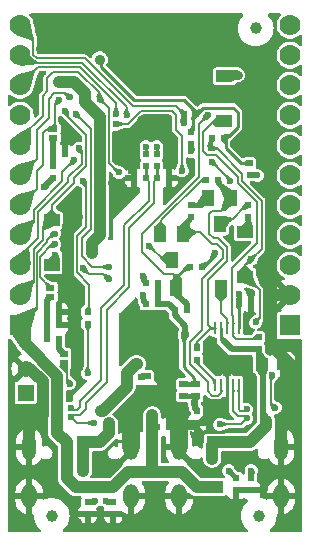
<source format=gbr>
%TF.GenerationSoftware,KiCad,Pcbnew,7.0.9-7.0.9~ubuntu22.04.1*%
%TF.CreationDate,2025-06-23T15:00:47+03:00*%
%TF.ProjectId,ESP32-C6-DevKit-Lipo_Rev_A,45535033-322d-4433-962d-4465764b6974,A*%
%TF.SameCoordinates,PX791ddc0PY791ddc0*%
%TF.FileFunction,Copper,L2,Bot*%
%TF.FilePolarity,Positive*%
%FSLAX46Y46*%
G04 Gerber Fmt 4.6, Leading zero omitted, Abs format (unit mm)*
G04 Created by KiCad (PCBNEW 7.0.9-7.0.9~ubuntu22.04.1) date 2025-06-23 15:00:47*
%MOMM*%
%LPD*%
G01*
G04 APERTURE LIST*
%TA.AperFunction,ComponentPad*%
%ADD10R,1.400000X1.400000*%
%TD*%
%TA.AperFunction,ComponentPad*%
%ADD11C,1.400000*%
%TD*%
%TA.AperFunction,ComponentPad*%
%ADD12O,1.200000X2.200000*%
%TD*%
%TA.AperFunction,ComponentPad*%
%ADD13O,1.300000X2.000000*%
%TD*%
%TA.AperFunction,SMDPad,CuDef*%
%ADD14R,0.500000X0.550000*%
%TD*%
%TA.AperFunction,SMDPad,CuDef*%
%ADD15R,1.000000X1.400000*%
%TD*%
%TA.AperFunction,SMDPad,CuDef*%
%ADD16R,0.550000X0.500000*%
%TD*%
%TA.AperFunction,SMDPad,CuDef*%
%ADD17R,1.400000X1.000000*%
%TD*%
%TA.AperFunction,SMDPad,CuDef*%
%ADD18R,0.762000X0.508000*%
%TD*%
%TA.AperFunction,FiducialPad,Global*%
%ADD19C,1.000000*%
%TD*%
%TA.AperFunction,ComponentPad*%
%ADD20R,1.778000X1.778000*%
%TD*%
%TA.AperFunction,ComponentPad*%
%ADD21C,1.778000*%
%TD*%
%TA.AperFunction,SMDPad,CuDef*%
%ADD22R,0.250000X1.000000*%
%TD*%
%TA.AperFunction,SMDPad,CuDef*%
%ADD23R,1.016000X1.016000*%
%TD*%
%TA.AperFunction,ViaPad*%
%ADD24C,0.900000*%
%TD*%
%TA.AperFunction,ViaPad*%
%ADD25C,0.600000*%
%TD*%
%TA.AperFunction,ViaPad*%
%ADD26C,0.700000*%
%TD*%
%TA.AperFunction,Conductor*%
%ADD27C,0.254000*%
%TD*%
%TA.AperFunction,Conductor*%
%ADD28C,1.016000*%
%TD*%
%TA.AperFunction,Conductor*%
%ADD29C,0.508000*%
%TD*%
%TA.AperFunction,Conductor*%
%ADD30C,0.127000*%
%TD*%
%TA.AperFunction,Conductor*%
%ADD31C,0.203200*%
%TD*%
%TA.AperFunction,Conductor*%
%ADD32C,0.406400*%
%TD*%
%TA.AperFunction,Conductor*%
%ADD33C,1.524000*%
%TD*%
%TA.AperFunction,Conductor*%
%ADD34C,0.762000*%
%TD*%
%TA.AperFunction,Conductor*%
%ADD35C,0.304800*%
%TD*%
G04 APERTURE END LIST*
D10*
%TO.P,BAT1,1*%
%TO.N,VBAT*%
X1747520Y12065000D03*
D11*
%TO.P,BAT1,2*%
%TO.N,GND*%
X1744980Y14094460D03*
%TD*%
D12*
%TO.P,USB-C1,0,SHELL*%
%TO.N,GND*%
X10670000Y7475000D03*
X2030000Y7475000D03*
D13*
X10670000Y3295000D03*
X2030000Y3295000D03*
%TD*%
%TO.P,USB-UART1,0,SHELL*%
%TO.N,GND*%
X14730000Y3295000D03*
X23370000Y3295000D03*
D12*
X14730000Y7475000D03*
X23370000Y7475000D03*
%TD*%
D14*
%TO.P,C5,1*%
%TO.N,/USB_D+*%
X12827000Y30226000D03*
%TO.P,C5,2*%
%TO.N,GND*%
X13843000Y30226000D03*
%TD*%
D15*
%TO.P,Q1,1,B*%
%TO.N,Net-(Q1-B)*%
X13147040Y25491440D03*
%TO.P,Q1,2,E*%
%TO.N,Net-(Q1-E)*%
X15049500Y25491440D03*
%TO.P,Q1,3,C*%
%TO.N,Net-(D6-K)*%
X14094460Y23281640D03*
%TD*%
D16*
%TO.P,R17,1*%
%TO.N,Net-(U2-FB)*%
X16256000Y10541000D03*
%TO.P,R17,2*%
%TO.N,GND*%
X16256000Y9525000D03*
%TD*%
%TO.P,R27,2*%
%TO.N,Net-(USB-C1-CC1)*%
X6985000Y2794000D03*
%TO.P,R27,1*%
%TO.N,GND*%
X6985000Y1778000D03*
%TD*%
D14*
%TO.P,R22,1*%
%TO.N,Net-(Q2-E)*%
X18034000Y30099000D03*
%TO.P,R22,2*%
%TO.N,Net-(Q1-B)*%
X17018000Y30099000D03*
%TD*%
D17*
%TO.P,D5,1,K*%
%TO.N,/U0TXD*%
X18542000Y38857000D03*
%TO.P,D5,2,A*%
%TO.N,Net-(D5-A)*%
X18542000Y35057000D03*
%TD*%
D14*
%TO.P,C6,1*%
%TO.N,/USB_D-*%
X11938000Y30226000D03*
%TO.P,C6,2*%
%TO.N,GND*%
X10922000Y30226000D03*
%TD*%
D18*
%TO.P,PWR_SENS_E1,1,1*%
%TO.N,Net-(PWR_SENS_E1-Pad1)*%
X4064000Y33655000D03*
%TO.P,PWR_SENS_E1,2,2*%
%TO.N,/GPIO2{slash}EXT_POWER*%
X4064000Y34417000D03*
%TD*%
D17*
%TO.P,D2,1,K*%
%TO.N,+5V*%
X17780000Y4069000D03*
%TO.P,D2,2,A*%
%TO.N,Net-(D2-A)*%
X17780000Y7869000D03*
%TD*%
D14*
%TO.P,R3,1*%
%TO.N,Net-(BAT_PWR_E1-Pad1)*%
X4572000Y16637000D03*
%TO.P,R3,2*%
%TO.N,Net-(BAT_SENS_E1-Pad1)*%
X3556000Y16637000D03*
%TD*%
D16*
%TO.P,R23,1*%
%TO.N,Net-(Q2-E)*%
X16256000Y15875000D03*
%TO.P,R23,2*%
%TO.N,Net-(U4-CTS#)*%
X16256000Y14859000D03*
%TD*%
%TO.P,R26,1*%
%TO.N,GND*%
X9144000Y1778000D03*
%TO.P,R26,2*%
%TO.N,Net-(USB-C1-CC2)*%
X9144000Y2794000D03*
%TD*%
D18*
%TO.P,BAT_PWR_E1,1,1*%
%TO.N,Net-(BAT_PWR_E1-Pad1)*%
X4953000Y15367000D03*
%TO.P,BAT_PWR_E1,2,2*%
%TO.N,VBAT*%
X4953000Y14605000D03*
%TD*%
D17*
%TO.P,D7,1,K*%
%TO.N,Net-(D7-K)*%
X20320000Y25649000D03*
%TO.P,D7,2,A*%
%TO.N,/GPIO9{slash}USER_BUT*%
X20320000Y21849000D03*
%TD*%
D16*
%TO.P,C9,1*%
%TO.N,Net-(U2-FB)*%
X16256000Y11811000D03*
%TO.P,C9,2*%
%TO.N,+3.3V*%
X16256000Y12827000D03*
%TD*%
%TO.P,R16,1*%
%TO.N,GND*%
X12065000Y12446000D03*
%TO.P,R16,2*%
%TO.N,Net-(U3-PROG)*%
X12065000Y13462000D03*
%TD*%
D18*
%TO.P,BAT_SENS_E1,1,1*%
%TO.N,Net-(BAT_SENS_E1-Pad1)*%
X3810000Y20193000D03*
%TO.P,BAT_SENS_E1,2,2*%
%TO.N,/GPIO3{slash}BAT_MEASURE*%
X3810000Y20955000D03*
%TD*%
D19*
%TO.P,FID4,Fid1,FID\u002A*%
%TO.N,unconnected-(FID4-FID\u002A-PadFid1)*%
X3937000Y1651000D03*
%TD*%
D14*
%TO.P,C4,1*%
%TO.N,GND*%
X4572000Y18923000D03*
%TO.P,C4,2*%
%TO.N,Net-(BAT_SENS_E1-Pad1)*%
X3556000Y18923000D03*
%TD*%
D17*
%TO.P,D3,1,K*%
%TO.N,+5V*%
X6731000Y4069000D03*
%TO.P,D3,2,A*%
%TO.N,Net-(D3-A)*%
X6731000Y7869000D03*
%TD*%
D16*
%TO.P,R15,1*%
%TO.N,Net-(U2-FB)*%
X14986000Y11811000D03*
%TO.P,R15,2*%
%TO.N,+3.3V*%
X14986000Y12827000D03*
%TD*%
D19*
%TO.P,FID6,Fid1,FID\u002A*%
%TO.N,unconnected-(FID6-FID\u002A-PadFid1)*%
X21463000Y1651000D03*
%TD*%
D14*
%TO.P,R19,1*%
%TO.N,Net-(U4-V3)*%
X16637000Y22733000D03*
%TO.P,R19,2*%
%TO.N,/U0RXD*%
X15621000Y22733000D03*
%TD*%
%TO.P,R5,1*%
%TO.N,Net-(PWR_SENS_E1-Pad1)*%
X4064000Y32258000D03*
%TO.P,R5,2*%
%TO.N,GND*%
X5080000Y32258000D03*
%TD*%
D16*
%TO.P,R18,1*%
%TO.N,Net-(D2-A)*%
X21463000Y15748000D03*
%TO.P,R18,2*%
%TO.N,Net-(D5-A)*%
X21463000Y16764000D03*
%TD*%
D20*
%TO.P,EXT1,1*%
%TO.N,+5V*%
X1270000Y17780000D03*
D21*
%TO.P,EXT1,2*%
%TO.N,/ESP_EN*%
X1270000Y20320000D03*
%TO.P,EXT1,3*%
%TO.N,/GPIO0{slash}CLK*%
X1270000Y22860000D03*
%TO.P,EXT1,4*%
%TO.N,/GPIO1{slash}MOSI*%
X1270000Y25400000D03*
%TO.P,EXT1,5*%
%TO.N,/GPIO2{slash}EXT_POWER*%
X1270000Y27940000D03*
%TO.P,EXT1,6*%
%TO.N,/GPIO3{slash}BAT_MEASURE*%
X1270000Y30480000D03*
%TO.P,EXT1,7*%
%TO.N,/GPIO4{slash}LP_UART_RXD*%
X1270000Y33020000D03*
%TO.P,EXT1,8*%
%TO.N,/GPIO5{slash}LP_UART_TXD*%
X1270000Y35560000D03*
%TO.P,EXT1,9*%
%TO.N,/GPIO6{slash}LP_I2C_SDA*%
X1270000Y38100000D03*
%TO.P,EXT1,10*%
%TO.N,/GPIO7{slash}LP_I2C_SCL*%
X1270000Y40640000D03*
%TO.P,EXT1,11*%
%TO.N,/GPIO8{slash}CS*%
X1270000Y43180000D03*
%TD*%
D15*
%TO.P,D4,1,K*%
%TO.N,Net-(D4-K)*%
X18283000Y20955000D03*
%TO.P,D4,2,A*%
%TO.N,/U0RXD*%
X14483000Y20955000D03*
%TD*%
D22*
%TO.P,U4,1,UD+*%
%TO.N,/D+*%
X19796000Y12713000D03*
%TO.P,U4,2,UD-*%
%TO.N,/D-*%
X19296000Y12713000D03*
%TO.P,U4,3,GND*%
%TO.N,GND*%
X18796000Y12713000D03*
%TO.P,U4,4,RTS#*%
%TO.N,Net-(Q1-E)*%
X18296000Y12713000D03*
%TO.P,U4,5,CTS#*%
%TO.N,Net-(U4-CTS#)*%
X17796000Y12713000D03*
%TO.P,U4,6,TNOW/DTR#*%
%TO.N,Net-(Q2-E)*%
X17796000Y17513000D03*
%TO.P,U4,7,VCC*%
%TO.N,Net-(D2-A)*%
X18296000Y17513000D03*
%TO.P,U4,8,TXD*%
%TO.N,Net-(D4-K)*%
X18796000Y17513000D03*
%TO.P,U4,9,RXD*%
%TO.N,Net-(D5-A)*%
X19296000Y17513000D03*
%TO.P,U4,10,V3*%
%TO.N,Net-(U4-V3)*%
X19796000Y17513000D03*
%TD*%
D16*
%TO.P,R25,1*%
%TO.N,GND*%
X19558000Y3810000D03*
%TO.P,R25,2*%
%TO.N,Net-(USB-UART1-CC1)*%
X19558000Y4826000D03*
%TD*%
D14*
%TO.P,R20,1*%
%TO.N,/U0RXD*%
X15367000Y19050000D03*
%TO.P,R20,2*%
%TO.N,+3.3V*%
X14351000Y19050000D03*
%TD*%
%TO.P,C12,1*%
%TO.N,Net-(U4-V3)*%
X19812000Y19685000D03*
%TO.P,C12,2*%
%TO.N,GND*%
X20828000Y19685000D03*
%TD*%
%TO.P,R7,1*%
%TO.N,+3.3V*%
X12954000Y21336000D03*
%TO.P,R7,2*%
%TO.N,/GPIO6{slash}LP_I2C_SDA*%
X11938000Y21336000D03*
%TD*%
D15*
%TO.P,Q2,1,B*%
%TO.N,Net-(Q2-B)*%
X17211040Y28539440D03*
%TO.P,Q2,2,E*%
%TO.N,Net-(Q2-E)*%
X19113500Y28539440D03*
%TO.P,Q2,3,C*%
%TO.N,Net-(Q2-C)*%
X18158460Y26329640D03*
%TD*%
D16*
%TO.P,R11,1*%
%TO.N,/GPIO15{slash}USER_LED1*%
X15748000Y33147000D03*
%TO.P,R11,2*%
%TO.N,+3.3V*%
X15748000Y34163000D03*
%TD*%
D14*
%TO.P,R4,1*%
%TO.N,+5V*%
X12827000Y9144000D03*
%TO.P,R4,2*%
%TO.N,GND*%
X13843000Y9144000D03*
%TD*%
D16*
%TO.P,R12,1*%
%TO.N,Net-(U3-CHRGb)*%
X6985000Y17907000D03*
%TO.P,R12,2*%
%TO.N,Net-(CHARGE1-K)*%
X6985000Y18923000D03*
%TD*%
D20*
%TO.P,EXT2,1*%
%TO.N,+3.3V*%
X24130000Y17780000D03*
D21*
%TO.P,EXT2,2*%
%TO.N,GND*%
X24130000Y20320000D03*
%TO.P,EXT2,3*%
%TO.N,/GPIO9{slash}USER_BUT*%
X24130000Y22860000D03*
%TO.P,EXT2,4*%
%TO.N,/GPIO14{slash}MISO*%
X24130000Y25400000D03*
%TO.P,EXT2,5*%
%TO.N,/GPIO15{slash}USER_LED1*%
X24130000Y27940000D03*
%TO.P,EXT2,6*%
%TO.N,/GPIO18*%
X24130000Y30480000D03*
%TO.P,EXT2,7*%
%TO.N,/GPIO19*%
X24130000Y33020000D03*
%TO.P,EXT2,8*%
%TO.N,/GPIO20*%
X24130000Y35560000D03*
%TO.P,EXT2,9*%
%TO.N,/GPIO21*%
X24130000Y38100000D03*
%TO.P,EXT2,10*%
%TO.N,/GPIO22*%
X24130000Y40640000D03*
%TO.P,EXT2,11*%
%TO.N,/GPIO23*%
X24130000Y43180000D03*
%TD*%
D16*
%TO.P,R21,1*%
%TO.N,+3.3V*%
X20701000Y31496000D03*
%TO.P,R21,2*%
%TO.N,Net-(USER_LED1-A)*%
X20701000Y30480000D03*
%TD*%
D17*
%TO.P,D6,1,K*%
%TO.N,Net-(D6-K)*%
X3937000Y22865000D03*
%TO.P,D6,2,A*%
%TO.N,/ESP_EN*%
X3937000Y26665000D03*
%TD*%
D16*
%TO.P,R24,1*%
%TO.N,GND*%
X20828000Y3810000D03*
%TO.P,R24,2*%
%TO.N,Net-(USB-UART1-CC2)*%
X20828000Y4826000D03*
%TD*%
D14*
%TO.P,R8,1*%
%TO.N,+3.3V*%
X12954000Y19558000D03*
%TO.P,R8,2*%
%TO.N,/GPIO7{slash}LP_I2C_SCL*%
X11938000Y19558000D03*
%TD*%
D16*
%TO.P,R30,1*%
%TO.N,Net-(Q2-C)*%
X20574000Y27940000D03*
%TO.P,R30,2*%
%TO.N,Net-(D7-K)*%
X20574000Y26924000D03*
%TD*%
%TO.P,R28,1*%
%TO.N,Net-(Q1-E)*%
X15748000Y26924000D03*
%TO.P,R28,2*%
%TO.N,Net-(Q2-B)*%
X15748000Y27940000D03*
%TD*%
D19*
%TO.P,FID5,Fid1,FID\u002A*%
%TO.N,unconnected-(FID5-FID\u002A-PadFid1)*%
X21209000Y42926000D03*
%TD*%
D16*
%TO.P,R13,1*%
%TO.N,/USB_D-*%
X11938000Y31242000D03*
%TO.P,R13,2*%
%TO.N,Net-(U1-IO12{slash}GPIO12{slash}USB_D-)*%
X11938000Y32258000D03*
%TD*%
D14*
%TO.P,R9,1*%
%TO.N,+3.3V*%
X16129000Y35687000D03*
%TO.P,R9,2*%
%TO.N,/GPIO8{slash}CS*%
X15113000Y35687000D03*
%TD*%
D16*
%TO.P,R1,1*%
%TO.N,+5V*%
X4064000Y30226000D03*
%TO.P,R1,2*%
%TO.N,Net-(PWR_SENS_E1-Pad1)*%
X4064000Y31242000D03*
%TD*%
D14*
%TO.P,R6,1*%
%TO.N,Net-(BAT_SENS_E1-Pad1)*%
X3556000Y17780000D03*
%TO.P,R6,2*%
%TO.N,GND*%
X4572000Y17780000D03*
%TD*%
%TO.P,R10,1*%
%TO.N,+3.3V*%
X18542000Y33655000D03*
%TO.P,R10,2*%
%TO.N,/GPIO9{slash}USER_BUT*%
X17526000Y33655000D03*
%TD*%
D23*
%TO.P,C11,1*%
%TO.N,Net-(D2-A)*%
X21717000Y14478000D03*
%TO.P,C11,2*%
%TO.N,GND*%
X23495000Y14478000D03*
%TD*%
D16*
%TO.P,R14,1*%
%TO.N,Net-(U1-IO13{slash}GPIO13{slash}USB_D+)*%
X12827000Y32258000D03*
%TO.P,R14,2*%
%TO.N,/USB_D+*%
X12827000Y31242000D03*
%TD*%
D24*
%TO.N,GND*%
X17018000Y37846000D03*
D25*
%TO.N,/USB_D+*%
X7493000Y9525000D03*
%TO.N,GND*%
X5461000Y11557000D03*
D24*
X11303000Y1016000D03*
X6096000Y1016000D03*
X18923000Y1016000D03*
D25*
%TO.N,Net-(USB-UART1-CC2)*%
X20828000Y5461000D03*
%TO.N,Net-(USB-UART1-CC1)*%
X18923000Y5461000D03*
D24*
%TO.N,GND*%
X19812000Y6096000D03*
X7747000Y6731000D03*
D25*
%TO.N,Net-(USB-C1-CC2)*%
X8509000Y2921000D03*
%TO.N,Net-(USB-C1-CC1)*%
X7620000Y2921000D03*
D24*
%TO.N,VBAT*%
X8128000Y10541000D03*
X11176000Y14478000D03*
D25*
X5461000Y12827000D03*
D24*
%TO.N,GND*%
X9906000Y42291000D03*
X22987000Y36830000D03*
X16002000Y38735000D03*
D25*
X19431000Y43561000D03*
D24*
X9144000Y29845000D03*
X4953000Y21590000D03*
X15494000Y42291000D03*
X17018000Y39497000D03*
X20066000Y41148000D03*
X18796000Y13843000D03*
X6096000Y26946583D03*
X22987000Y39370000D03*
D26*
X21590000Y29337000D03*
D24*
X3048000Y41148000D03*
X9398000Y40005000D03*
D25*
X5969000Y33655000D03*
D24*
X12700000Y35052000D03*
X11684000Y35052000D03*
D25*
X5080000Y34671000D03*
X13716000Y32004000D03*
D24*
X23622000Y12573000D03*
D26*
X19558000Y24003000D03*
D25*
X10668000Y30861000D03*
D26*
X20828000Y20447000D03*
D24*
X19685000Y33274000D03*
X5969000Y13970000D03*
X5207000Y27813000D03*
D25*
X2159000Y36830000D03*
X5969000Y43561000D03*
D24*
X16002000Y40259000D03*
X8128000Y42291000D03*
X11557000Y42291000D03*
X9525000Y32893000D03*
X13589000Y42291000D03*
X11176000Y10414000D03*
X6096000Y21082000D03*
X17399000Y42291000D03*
X18542000Y11049000D03*
X13716000Y35052000D03*
X16002000Y37084000D03*
X6096000Y28448000D03*
X13843000Y11938000D03*
X9525000Y31877000D03*
X6096000Y19939000D03*
D25*
%TO.N,/GPIO3{slash}BAT_MEASURE*%
X4191000Y24638000D03*
X5461000Y37084000D03*
D26*
%TO.N,+3.3V*%
X15240000Y17018000D03*
D24*
X4572000Y38354000D03*
X8001000Y40259000D03*
X7366000Y23876000D03*
D25*
%TO.N,/ESP_EN*%
X5080000Y35941000D03*
%TO.N,/USB_D+*%
X5588000Y10033000D03*
%TO.N,/USB_D-*%
X5588000Y10769600D03*
%TO.N,Net-(U2-FB)*%
X16002000Y11176000D03*
D24*
%TO.N,Net-(D2-A)*%
X22098000Y9652000D03*
X17526000Y6477000D03*
D25*
%TO.N,Net-(U4-V3)*%
X17780000Y23876000D03*
X19812000Y20447000D03*
%TO.N,/GPIO9{slash}USER_BUT*%
X17399000Y32766000D03*
X21209000Y18034000D03*
X20828000Y23368000D03*
%TO.N,+5V*%
X3302000Y29464000D03*
X4191000Y25527000D03*
D24*
X12446000Y10160000D03*
D25*
%TO.N,Net-(CHARGE1-K)*%
X6604000Y29972000D03*
D24*
%TO.N,Net-(D3-A)*%
X8770516Y9464874D03*
X6604000Y5461000D03*
D25*
%TO.N,/U0RXD*%
X17145000Y35560000D03*
%TO.N,/U0TXD*%
X19685000Y38989000D03*
%TO.N,Net-(D6-K)*%
X4254500Y23749000D03*
X12192000Y24511000D03*
%TO.N,/GPIO8{slash}CS*%
X19050000Y29972000D03*
X17526000Y31623000D03*
X15113000Y34925000D03*
%TO.N,/GPIO7{slash}LP_I2C_SCL*%
X10287000Y35560000D03*
X11684000Y20320000D03*
%TO.N,/GPIO6{slash}LP_I2C_SDA*%
X9398000Y35687000D03*
X11684000Y21971000D03*
%TO.N,/GPIO4{slash}LP_UART_RXD*%
X9652000Y30734000D03*
X8001000Y36957000D03*
%TO.N,/GPIO5{slash}LP_UART_TXD*%
X5969000Y35687000D03*
X8763000Y22733000D03*
%TO.N,/GPIO2{slash}EXT_POWER*%
X4572000Y36830000D03*
%TO.N,/GPIO0{slash}CLK*%
X6604000Y22606000D03*
X6223000Y32766000D03*
X8763000Y21717000D03*
%TO.N,/GPIO1{slash}MOSI*%
X9398000Y34798000D03*
X5842000Y31750000D03*
X14986000Y30861000D03*
%TO.N,/GPIO15{slash}USER_LED1*%
X15748000Y32512000D03*
%TO.N,Net-(U3-CHRGb)*%
X6985000Y13716000D03*
%TO.N,Net-(U1-IO12{slash}GPIO12{slash}USB_D-)*%
X11938000Y32893000D03*
%TO.N,Net-(U1-IO13{slash}GPIO13{slash}USB_D+)*%
X12827000Y32893000D03*
%TO.N,Net-(U3-PROG)*%
X11493500Y13398500D03*
%TO.N,Net-(USER_LED1-A)*%
X21336000Y30480000D03*
%TO.N,Net-(R29-Pad2)*%
X22606000Y13589000D03*
X22860000Y10795000D03*
%TO.N,/D+*%
X20447000Y10668000D03*
%TO.N,/D-*%
X18161000Y9398000D03*
X20447000Y9906000D03*
%TD*%
D27*
%TO.N,+3.3V*%
X8001000Y40259000D02*
X8128000Y40132000D01*
X8128000Y40132000D02*
X8128000Y39624000D01*
X8128000Y39624000D02*
X10922000Y36830000D01*
X10922000Y36830000D02*
X15113000Y36830000D01*
X15113000Y36830000D02*
X16129000Y35814000D01*
X16129000Y35814000D02*
X16129000Y35687000D01*
D28*
%TO.N,+5V*%
X12446000Y5334000D02*
X12446000Y9144000D01*
X12446000Y9144000D02*
X12446000Y10160000D01*
D29*
X12827000Y9144000D02*
X12446000Y9144000D01*
D30*
%TO.N,Net-(Q1-E)*%
X17907000Y24638000D02*
X17526000Y24638000D01*
X15621000Y16383000D02*
X16637000Y17399000D01*
X17526000Y24638000D02*
X16510000Y25654000D01*
X18415000Y24130000D02*
X17907000Y24638000D01*
X17526000Y11811000D02*
X17145000Y12192000D01*
X16637000Y21717000D02*
X18415000Y23495000D01*
X18296000Y12713000D02*
X18296000Y12073000D01*
X17145000Y12954000D02*
X15621000Y14478000D01*
X18415000Y23495000D02*
X18415000Y24130000D01*
X15621000Y14478000D02*
X15621000Y16383000D01*
X18034000Y11811000D02*
X17526000Y11811000D01*
X17145000Y12192000D02*
X17145000Y12954000D01*
X16637000Y17399000D02*
X16637000Y21717000D01*
X18296000Y12073000D02*
X18034000Y11811000D01*
X16510000Y25654000D02*
X15875000Y25654000D01*
D28*
%TO.N,GND*%
X1744980Y14094460D02*
X2136140Y14094460D01*
X2136140Y14094460D02*
X3175000Y13055600D01*
X3175000Y13055600D02*
X3175000Y10160000D01*
X3175000Y10160000D02*
X2030000Y9015000D01*
X2030000Y9015000D02*
X2030000Y7475000D01*
D27*
X16637000Y8763000D02*
X18542000Y8763000D01*
X16256000Y9144000D02*
X16637000Y8763000D01*
D31*
%TO.N,/USB_D+*%
X5588000Y10033000D02*
X6096000Y9525000D01*
X6096000Y9525000D02*
X7493000Y9525000D01*
D30*
%TO.N,VBAT*%
X5207000Y13081000D02*
X5207000Y14351000D01*
X5461000Y12827000D02*
X5207000Y13081000D01*
X5207000Y14351000D02*
X4953000Y14605000D01*
D31*
%TO.N,/USB_D-*%
X11938000Y30226000D02*
X11938000Y30201000D01*
X6375400Y11397690D02*
X6375400Y10889690D01*
X6110562Y10624852D02*
X5732748Y10624852D01*
X11938000Y30201000D02*
X12153900Y29985100D01*
X12153900Y29985100D02*
X12153900Y28323900D01*
X12153900Y28323900D02*
X10058400Y26228400D01*
X10058400Y26228400D02*
X10058400Y21176690D01*
X10058400Y21176690D02*
X8153400Y19271690D01*
X8153400Y19271690D02*
X8153400Y13175690D01*
X8153400Y13175690D02*
X6375400Y11397690D01*
X6375400Y10889690D02*
X6110562Y10624852D01*
X5732748Y10624852D02*
X5588000Y10769600D01*
%TO.N,/USB_D+*%
X12827000Y30226000D02*
X12827000Y30201000D01*
X12827000Y30201000D02*
X12611100Y29985100D01*
X8610600Y19082310D02*
X8610600Y12986310D01*
X12611100Y29985100D02*
X12611100Y28131100D01*
X8610600Y12986310D02*
X6832600Y11208310D01*
X12611100Y28131100D02*
X10515600Y26035600D01*
X10515600Y26035600D02*
X10515600Y20987310D01*
X10515600Y20987310D02*
X8610600Y19082310D01*
X6832600Y11208310D02*
X6832600Y10700310D01*
X6832600Y10700310D02*
X6299941Y10167651D01*
X6299941Y10167651D02*
X5722651Y10167651D01*
X5722651Y10167651D02*
X5588000Y10033000D01*
D32*
%TO.N,GND*%
X10668000Y30861000D02*
X10922000Y30607000D01*
X10922000Y30607000D02*
X10922000Y30226000D01*
D31*
%TO.N,/D-*%
X19296000Y12713000D02*
X19296000Y12073000D01*
X19296000Y12073000D02*
X19317400Y12051600D01*
X19317400Y12051600D02*
X19317400Y10476800D01*
X19317400Y10476800D02*
X19735801Y10058399D01*
X19735801Y10058399D02*
X20294601Y10058399D01*
X20294601Y10058399D02*
X20447000Y9906000D01*
%TO.N,/D+*%
X19796000Y12713000D02*
X19796000Y12086400D01*
X19796000Y12086400D02*
X19774600Y12065000D01*
X19774600Y12065000D02*
X19774600Y10654600D01*
X19774600Y10654600D02*
X19913599Y10515601D01*
X19913599Y10515601D02*
X20294601Y10515601D01*
X20294601Y10515601D02*
X20447000Y10668000D01*
%TO.N,/D-*%
X19939000Y9398000D02*
X18161000Y9398000D01*
X20447000Y9906000D02*
X19939000Y9398000D01*
D29*
%TO.N,Net-(D2-A)*%
X22098000Y9652000D02*
X21844000Y9906000D01*
X21844000Y14351000D02*
X21717000Y14478000D01*
X21844000Y9906000D02*
X21844000Y14351000D01*
D28*
X22098000Y9652000D02*
X22098000Y9271000D01*
X22098000Y9271000D02*
X20696000Y7869000D01*
X20696000Y7869000D02*
X17780000Y7869000D01*
D27*
%TO.N,GND*%
X18796000Y11303000D02*
X18542000Y11049000D01*
X18796000Y12713000D02*
X18796000Y11303000D01*
D29*
%TO.N,/GPIO15{slash}USER_LED1*%
X15748000Y33147000D02*
X15748000Y32512000D01*
%TO.N,+3.3V*%
X15240000Y17018000D02*
X15240000Y17716500D01*
X15240000Y17716500D02*
X14351000Y18605500D01*
X14351000Y18605500D02*
X14351000Y19050000D01*
D27*
%TO.N,Net-(U4-V3)*%
X19796000Y17513000D02*
X19796000Y19669000D01*
X19796000Y19669000D02*
X19812000Y19685000D01*
D30*
%TO.N,Net-(D5-A)*%
X19296000Y17513000D02*
X19296000Y18550000D01*
X21336000Y28194000D02*
X19685000Y29845000D01*
X19296000Y18550000D02*
X19177000Y18669000D01*
X19177000Y18669000D02*
X19177000Y22606000D01*
X19685000Y29845000D02*
X19685000Y30353000D01*
X16764000Y34163000D02*
X17658000Y35057000D01*
X19177000Y22606000D02*
X21336000Y24765000D01*
X21336000Y24765000D02*
X21336000Y28194000D01*
X19685000Y30353000D02*
X17856200Y32181800D01*
X17856200Y32181800D02*
X17094200Y32181800D01*
X16764000Y32512000D02*
X16764000Y34163000D01*
X17094200Y32181800D02*
X16764000Y32512000D01*
X17658000Y35057000D02*
X18542000Y35057000D01*
%TO.N,/GPIO9{slash}USER_BUT*%
X20828000Y23368000D02*
X20320000Y22860000D01*
X20320000Y22860000D02*
X20320000Y21849000D01*
X21717000Y24257000D02*
X21717000Y28321000D01*
X20828000Y23368000D02*
X21717000Y24257000D01*
X21717000Y28321000D02*
X20066000Y29972000D01*
X20066000Y29972000D02*
X20066000Y30607000D01*
X20066000Y30607000D02*
X17907000Y32766000D01*
X17907000Y32766000D02*
X17399000Y32766000D01*
D28*
%TO.N,GND*%
X22479000Y20320000D02*
X22479000Y16129000D01*
X24257000Y14351000D02*
X24257000Y9906000D01*
X22479000Y16129000D02*
X24257000Y14351000D01*
X24257000Y9906000D02*
X23370000Y9019000D01*
X23370000Y9019000D02*
X23370000Y7475000D01*
D30*
%TO.N,Net-(R29-Pad2)*%
X22606000Y13589000D02*
X22479000Y13462000D01*
X22479000Y13462000D02*
X22479000Y11176000D01*
X22479000Y11176000D02*
X22860000Y10795000D01*
D29*
%TO.N,Net-(D2-A)*%
X21463000Y15748000D02*
X19177000Y15748000D01*
X19177000Y15748000D02*
X18415000Y16510000D01*
D30*
%TO.N,/GPIO9{slash}USER_BUT*%
X20442000Y21849000D02*
X20320000Y21849000D01*
X21209000Y18034000D02*
X21544500Y18369500D01*
X21544500Y18369500D02*
X21544500Y20746500D01*
X21544500Y20746500D02*
X20442000Y21849000D01*
D28*
%TO.N,+5V*%
X6731000Y4069000D02*
X5964000Y4069000D01*
X5964000Y4069000D02*
X5207000Y4826000D01*
X5207000Y4826000D02*
X5207000Y7874000D01*
X5207000Y7874000D02*
X4394200Y8686800D01*
X4394200Y8686800D02*
X4394200Y13512800D01*
X4394200Y13512800D02*
X1651000Y16256000D01*
X1651000Y16256000D02*
X1651000Y17399000D01*
X1651000Y17399000D02*
X1270000Y17780000D01*
D32*
%TO.N,Net-(USB-UART1-CC2)*%
X20828000Y4826000D02*
X20828000Y5461000D01*
%TO.N,Net-(USB-UART1-CC1)*%
X19558000Y4826000D02*
X18923000Y5461000D01*
D29*
%TO.N,GND*%
X14730000Y7114000D02*
X15875000Y5969000D01*
X14730000Y7475000D02*
X14730000Y7114000D01*
D28*
%TO.N,+5V*%
X17780000Y4069000D02*
X16251000Y4069000D01*
X16251000Y4069000D02*
X14986000Y5334000D01*
X14986000Y5334000D02*
X12446000Y5334000D01*
%TO.N,Net-(D2-A)*%
X17526000Y6477000D02*
X17526000Y7615000D01*
X17526000Y7615000D02*
X17780000Y7869000D01*
D33*
%TO.N,GND*%
X10670000Y7475000D02*
X10670000Y8001000D01*
X10670000Y8001000D02*
X10670000Y10543000D01*
D27*
X7747000Y6731000D02*
X8001000Y6731000D01*
X8001000Y6731000D02*
X9271000Y8001000D01*
X9271000Y8001000D02*
X10670000Y8001000D01*
D28*
%TO.N,Net-(D3-A)*%
X8770516Y9464874D02*
X8770516Y8643516D01*
X8770516Y8643516D02*
X7996000Y7869000D01*
X7996000Y7869000D02*
X6731000Y7869000D01*
D32*
%TO.N,Net-(U3-PROG)*%
X11557000Y13462000D02*
X12065000Y13462000D01*
D33*
%TO.N,GND*%
X10670000Y10543000D02*
X12065000Y11938000D01*
X12065000Y11938000D02*
X12319000Y11938000D01*
D29*
X10670000Y7475000D02*
X10670000Y7114000D01*
X10670000Y7114000D02*
X9525000Y5969000D01*
X9525000Y5969000D02*
X8509000Y5969000D01*
X8509000Y5969000D02*
X7747000Y6731000D01*
D32*
%TO.N,Net-(USB-C1-CC2)*%
X9144000Y2794000D02*
X8636000Y2794000D01*
X8636000Y2794000D02*
X8509000Y2921000D01*
%TO.N,Net-(USB-C1-CC1)*%
X6985000Y2794000D02*
X7493000Y2794000D01*
X7493000Y2794000D02*
X7620000Y2921000D01*
D28*
%TO.N,VBAT*%
X10287000Y13716000D02*
X11049000Y14478000D01*
X11049000Y14478000D02*
X11176000Y14478000D01*
X8255000Y10541000D02*
X10287000Y12573000D01*
X10287000Y12573000D02*
X10287000Y13716000D01*
X8128000Y10541000D02*
X8255000Y10541000D01*
%TO.N,GND*%
X11684000Y34544000D02*
X10033000Y32893000D01*
D32*
X16256000Y9525000D02*
X16256000Y9144000D01*
D33*
X14730000Y9144000D02*
X14730000Y10289000D01*
X14730000Y7475000D02*
X14730000Y9144000D01*
D28*
X10033000Y32893000D02*
X9525000Y32893000D01*
D29*
X22606000Y39370000D02*
X21463000Y40513000D01*
D34*
X3048000Y41148000D02*
X3429000Y41148000D01*
D28*
X5334000Y21971000D02*
X5334000Y26184583D01*
D29*
X16510000Y9525000D02*
X17145000Y10160000D01*
D28*
X17399000Y42291000D02*
X19177000Y40513000D01*
D27*
X13843000Y31877000D02*
X13716000Y32004000D01*
D28*
X24130000Y20320000D02*
X22479000Y20320000D01*
D32*
X16256000Y9144000D02*
X14730000Y9144000D01*
D29*
X5080000Y33655000D02*
X5080000Y34671000D01*
X5080000Y33655000D02*
X5969000Y33655000D01*
X22606000Y33528000D02*
X22606000Y39370000D01*
D28*
X19177000Y40513000D02*
X21463000Y40513000D01*
D29*
X21971000Y32893000D02*
X22606000Y33528000D01*
D27*
X13843000Y30226000D02*
X13843000Y31877000D01*
D34*
X3429000Y41148000D02*
X4572000Y42291000D01*
D28*
X19685000Y33274000D02*
X20066000Y32893000D01*
X9906000Y42291000D02*
X4572000Y42291000D01*
X4953000Y21590000D02*
X5334000Y21971000D01*
X22479000Y32385000D02*
X21971000Y32893000D01*
X20066000Y32893000D02*
X21971000Y32893000D01*
X9525000Y31877000D02*
X9525000Y32893000D01*
X5334000Y26184583D02*
X6096000Y26946583D01*
D27*
X12231874Y12279126D02*
X12065000Y12446000D01*
D29*
X16256000Y9525000D02*
X16510000Y9525000D01*
D33*
X14730000Y10289000D02*
X14605000Y10414000D01*
D29*
X5080000Y32258000D02*
X5080000Y33655000D01*
D27*
X13775879Y12279126D02*
X12231874Y12279126D01*
D28*
X22479000Y20320000D02*
X22479000Y32385000D01*
D27*
X18796000Y12713000D02*
X18796000Y13843000D01*
D28*
X11684000Y35052000D02*
X11684000Y34544000D01*
D29*
%TO.N,Net-(BAT_PWR_E1-Pad1)*%
X4953000Y15367000D02*
X4572000Y15748000D01*
X4572000Y15748000D02*
X4572000Y16637000D01*
%TO.N,Net-(BAT_SENS_E1-Pad1)*%
X3556000Y19939000D02*
X3556000Y18923000D01*
X3556000Y16637000D02*
X3556000Y17780000D01*
X3556000Y18923000D02*
X3556000Y17780000D01*
X3810000Y20193000D02*
X3556000Y19939000D01*
D30*
%TO.N,/GPIO3{slash}BAT_MEASURE*%
X3683000Y36957000D02*
X3683000Y35306000D01*
X2667000Y34290000D02*
X2667000Y31877000D01*
X4165600Y37439600D02*
X3683000Y36957000D01*
X5461000Y37084000D02*
X5105400Y37439600D01*
X2667000Y31877000D02*
X1270000Y30480000D01*
X5105400Y37439600D02*
X4165600Y37439600D01*
X3683000Y35306000D02*
X2667000Y34290000D01*
X3962400Y24638000D02*
X2921000Y23596600D01*
X2921000Y21844000D02*
X3810000Y20955000D01*
X4191000Y24638000D02*
X3962400Y24638000D01*
X2921000Y23596600D02*
X2921000Y21844000D01*
D27*
%TO.N,+3.3V*%
X19685000Y34544000D02*
X19685000Y35814000D01*
D28*
X5842000Y38354000D02*
X6731000Y37465000D01*
D32*
X14986000Y12827000D02*
X16256000Y12827000D01*
D27*
X15875000Y35433000D02*
X15875000Y34290000D01*
X16129000Y35687000D02*
X15875000Y35433000D01*
D29*
X14351000Y19050000D02*
X13843000Y19558000D01*
D27*
X19304000Y36195000D02*
X16764000Y36195000D01*
X19685000Y35814000D02*
X19304000Y36195000D01*
X16002000Y13335000D02*
X16002000Y12827000D01*
X15113000Y14224000D02*
X16002000Y13335000D01*
X15113000Y16891000D02*
X15113000Y14224000D01*
D29*
X13843000Y19558000D02*
X12954000Y19558000D01*
D27*
X16256000Y35687000D02*
X16129000Y35687000D01*
X15875000Y34290000D02*
X15748000Y34163000D01*
X15240000Y17018000D02*
X15113000Y16891000D01*
X18669000Y32766000D02*
X19939000Y31496000D01*
X18694400Y33807400D02*
X18948400Y33807400D01*
D28*
X6731000Y37465000D02*
X6731000Y36639500D01*
X8001000Y35369500D02*
X8001000Y25400000D01*
D27*
X18542000Y33655000D02*
X18669000Y33528000D01*
D28*
X6731000Y36639500D02*
X8001000Y35369500D01*
D29*
X12954000Y19558000D02*
X12954000Y21336000D01*
D27*
X19939000Y31496000D02*
X20701000Y31496000D01*
D28*
X7366000Y24765000D02*
X7366000Y23876000D01*
D27*
X18669000Y33528000D02*
X18669000Y32766000D01*
D28*
X4572000Y38354000D02*
X5842000Y38354000D01*
X8001000Y25400000D02*
X7366000Y24765000D01*
D27*
X18542000Y33655000D02*
X18694400Y33807400D01*
X18948400Y33807400D02*
X19685000Y34544000D01*
X16764000Y36195000D02*
X16256000Y35687000D01*
D30*
%TO.N,/ESP_EN*%
X6858000Y33909000D02*
X6858000Y31242000D01*
X5080000Y35941000D02*
X5080000Y35687000D01*
X3175000Y24968200D02*
X3175000Y25903000D01*
X2413000Y21463000D02*
X2413000Y24206200D01*
X5080000Y35687000D02*
X6858000Y33909000D01*
X6858000Y31242000D02*
X5842000Y30226000D01*
X5842000Y29845000D02*
X3937000Y27940000D01*
X1270000Y20320000D02*
X2413000Y21463000D01*
X5842000Y30226000D02*
X5842000Y29845000D01*
X3175000Y25903000D02*
X3937000Y26665000D01*
X3937000Y27940000D02*
X3937000Y26665000D01*
X2413000Y24206200D02*
X3175000Y24968200D01*
D27*
%TO.N,/USB_D+*%
X12827000Y31242000D02*
X12827000Y30226000D01*
%TO.N,/USB_D-*%
X11938000Y31242000D02*
X11938000Y30226000D01*
D32*
%TO.N,Net-(U2-FB)*%
X16256000Y11811000D02*
X16002000Y11557000D01*
X16002000Y11557000D02*
X16002000Y11176000D01*
X14986000Y11811000D02*
X16256000Y11811000D01*
X16002000Y10795000D02*
X16002000Y11176000D01*
X16256000Y10541000D02*
X16002000Y10795000D01*
D27*
%TO.N,Net-(D2-A)*%
X18296000Y16629000D02*
X18415000Y16510000D01*
D29*
X21463000Y14732000D02*
X21463000Y15748000D01*
D27*
X18296000Y17513000D02*
X18296000Y16629000D01*
D29*
X21717000Y14478000D02*
X21463000Y14732000D01*
D27*
%TO.N,Net-(U4-V3)*%
X17780000Y23749000D02*
X17780000Y23876000D01*
D30*
X19796000Y17513000D02*
X19796000Y17097500D01*
D35*
X19812000Y20447000D02*
X19812000Y19685000D01*
D27*
X16637000Y22733000D02*
X16764000Y22733000D01*
X16764000Y22733000D02*
X17780000Y23749000D01*
%TO.N,/GPIO9{slash}USER_BUT*%
X17526000Y33655000D02*
X17399000Y33528000D01*
X17399000Y33528000D02*
X17399000Y32766000D01*
D30*
%TO.N,+5V*%
X3556000Y25019000D02*
X3556000Y24790400D01*
D28*
X9149000Y4069000D02*
X10414000Y5334000D01*
D30*
X4064000Y25527000D02*
X3556000Y25019000D01*
D28*
X6731000Y4069000D02*
X9149000Y4069000D01*
D30*
X3556000Y24790400D02*
X2667000Y23901400D01*
X2667000Y19177000D02*
X1270000Y17780000D01*
X4191000Y25527000D02*
X4064000Y25527000D01*
D29*
X3302000Y29464000D02*
X4064000Y30226000D01*
D30*
X2667000Y23901400D02*
X2667000Y19177000D01*
D28*
X10414000Y5334000D02*
X12446000Y5334000D01*
D30*
%TO.N,Net-(CHARGE1-K)*%
X6858000Y29718000D02*
X6858000Y26111200D01*
X6604000Y29972000D02*
X6858000Y29718000D01*
X7112000Y21209000D02*
X7112000Y19050000D01*
X6070600Y25323800D02*
X6070600Y22250400D01*
X7112000Y19050000D02*
X6985000Y18923000D01*
X6070600Y22250400D02*
X7112000Y21209000D01*
X6858000Y26111200D02*
X6070600Y25323800D01*
D28*
%TO.N,Net-(D3-A)*%
X6731000Y7869000D02*
X6604000Y7742000D01*
X6604000Y7742000D02*
X6604000Y5461000D01*
D30*
%TO.N,Net-(D4-K)*%
X18796000Y17513000D02*
X18796000Y18288000D01*
X18283000Y18801000D02*
X18283000Y20955000D01*
X18796000Y18288000D02*
X18283000Y18801000D01*
D29*
%TO.N,/U0RXD*%
X15367000Y19558000D02*
X14483000Y20442000D01*
X14483000Y20955000D02*
X14483000Y21839000D01*
D30*
X11557000Y24003000D02*
X11557000Y25527000D01*
D27*
X15224600Y22580600D02*
X15468600Y22580600D01*
D30*
X13462000Y22098000D02*
X11557000Y24003000D01*
X16383000Y30353000D02*
X16383000Y34798000D01*
D29*
X14483000Y20442000D02*
X14483000Y20955000D01*
D27*
X15468600Y22580600D02*
X15621000Y22733000D01*
D30*
X11557000Y25527000D02*
X16383000Y30353000D01*
X16383000Y34798000D02*
X17145000Y35560000D01*
D29*
X15367000Y19050000D02*
X15367000Y19558000D01*
D30*
X14483000Y21839000D02*
X14224000Y22098000D01*
D27*
X14483000Y21839000D02*
X15224600Y22580600D01*
D30*
X14224000Y22098000D02*
X13462000Y22098000D01*
D34*
%TO.N,/U0TXD*%
X18674000Y38989000D02*
X19685000Y38989000D01*
X18542000Y38857000D02*
X18674000Y38989000D01*
D30*
%TO.N,Net-(D5-A)*%
X19296000Y17513000D02*
X19296000Y16899000D01*
X21336000Y16637000D02*
X21463000Y16764000D01*
X19296000Y16899000D02*
X19558000Y16637000D01*
X19558000Y16637000D02*
X21336000Y16637000D01*
D29*
%TO.N,Net-(D6-K)*%
X4254500Y23182500D02*
X3937000Y22865000D01*
X4254500Y23749000D02*
X4254500Y23182500D01*
D30*
X12192000Y24511000D02*
X13421360Y23281640D01*
X13421360Y23281640D02*
X14094460Y23281640D01*
D32*
%TO.N,Net-(D7-K)*%
X20574000Y25903000D02*
X20574000Y26924000D01*
X20320000Y25649000D02*
X20574000Y25903000D01*
D30*
%TO.N,/GPIO8{slash}CS*%
X2387600Y40665400D02*
X2387600Y42062400D01*
X17526000Y31623000D02*
X19050000Y30099000D01*
X2667000Y40386000D02*
X2387600Y40665400D01*
D32*
X15113000Y34925000D02*
X15113000Y35687000D01*
D30*
X2387600Y42062400D02*
X1270000Y43180000D01*
X15113000Y35687000D02*
X14478000Y36322000D01*
X19050000Y30099000D02*
X19050000Y29972000D01*
X6731000Y40386000D02*
X2667000Y40386000D01*
X14478000Y36322000D02*
X10795000Y36322000D01*
X10795000Y36322000D02*
X6731000Y40386000D01*
D32*
%TO.N,/GPIO7{slash}LP_I2C_SCL*%
X11938000Y19558000D02*
X11684000Y19812000D01*
X11684000Y19812000D02*
X11684000Y20320000D01*
D30*
X1270000Y40640000D02*
X1905000Y40005000D01*
X10287000Y36258500D02*
X10287000Y35560000D01*
X6540500Y40005000D02*
X10287000Y36258500D01*
X1905000Y40005000D02*
X6540500Y40005000D01*
%TO.N,/GPIO6{slash}LP_I2C_SDA*%
X6350000Y39624000D02*
X2794000Y39624000D01*
D32*
X11938000Y21336000D02*
X11684000Y21590000D01*
D30*
X2794000Y39624000D02*
X1270000Y38100000D01*
D32*
X11684000Y21590000D02*
X11684000Y21971000D01*
D30*
X9398000Y35687000D02*
X9398000Y36576000D01*
X9398000Y36576000D02*
X6350000Y39624000D01*
%TO.N,/GPIO4{slash}LP_UART_RXD*%
X6159500Y39243000D02*
X4064000Y39243000D01*
X8763000Y31496000D02*
X8763000Y36195000D01*
X9652000Y30734000D02*
X9525000Y30734000D01*
X3175000Y37211000D02*
X3175000Y35496500D01*
X1270000Y33591500D02*
X1270000Y33020000D01*
X4064000Y39243000D02*
X3556000Y38735000D01*
X3175000Y35496500D02*
X1270000Y33591500D01*
X3556000Y38735000D02*
X3556000Y37592000D01*
X9525000Y30734000D02*
X8763000Y31496000D01*
X8763000Y36195000D02*
X8001000Y36957000D01*
X8001000Y37401500D02*
X6159500Y39243000D01*
X3556000Y37592000D02*
X3175000Y37211000D01*
X8001000Y36957000D02*
X8001000Y37401500D01*
%TO.N,/GPIO5{slash}LP_UART_TXD*%
X6477000Y25146000D02*
X6477000Y23622000D01*
X7239000Y34417000D02*
X7239000Y25908000D01*
X7366000Y22733000D02*
X8763000Y22733000D01*
X5969000Y35687000D02*
X7239000Y34417000D01*
X6477000Y23622000D02*
X7366000Y22733000D01*
X7239000Y25908000D02*
X6477000Y25146000D01*
%TO.N,/GPIO2{slash}EXT_POWER*%
X3175000Y34036000D02*
X3175000Y31305500D01*
X4191000Y34544000D02*
X4191000Y36449000D01*
X2667000Y30797500D02*
X2667000Y29337000D01*
X4064000Y34417000D02*
X4191000Y34544000D01*
X4191000Y36449000D02*
X4572000Y36830000D01*
X4064000Y34417000D02*
X3556000Y34417000D01*
X3175000Y31305500D02*
X2667000Y30797500D01*
X3556000Y34417000D02*
X3175000Y34036000D01*
X2667000Y29337000D02*
X1270000Y27940000D01*
%TO.N,/GPIO0{slash}CLK*%
X2794000Y25146000D02*
X1270000Y23622000D01*
X6223000Y32766000D02*
X6477000Y32512000D01*
X6477000Y32512000D02*
X6477000Y31449582D01*
X6604000Y22606000D02*
X7112000Y22098000D01*
X8255000Y22098000D02*
X8636000Y21717000D01*
X8636000Y21717000D02*
X8763000Y21717000D01*
X5334000Y29895800D02*
X2794000Y27355800D01*
X1270000Y23622000D02*
X1270000Y22860000D01*
X7112000Y22098000D02*
X8255000Y22098000D01*
X2794000Y27355800D02*
X2794000Y25146000D01*
X5334000Y30306582D02*
X5334000Y29895800D01*
X6477000Y31449582D02*
X5334000Y30306582D01*
%TO.N,/GPIO1{slash}MOSI*%
X14097000Y35941000D02*
X14478000Y35560000D01*
X10375900Y34798000D02*
X11518900Y35941000D01*
X4826000Y29972000D02*
X2413000Y27559000D01*
X14478000Y35560000D02*
X14478000Y34290000D01*
X14478000Y34290000D02*
X14986000Y33782000D01*
X11518900Y35941000D02*
X14097000Y35941000D01*
X5842000Y31750000D02*
X4826000Y30734000D01*
X2413000Y26543000D02*
X1270000Y25400000D01*
X14986000Y33782000D02*
X14986000Y30861000D01*
X9398000Y34798000D02*
X10375900Y34798000D01*
X4826000Y30734000D02*
X4826000Y29972000D01*
X2413000Y27559000D02*
X2413000Y26543000D01*
D29*
%TO.N,Net-(PWR_SENS_E1-Pad1)*%
X4064000Y31242000D02*
X4064000Y32258000D01*
X4064000Y32258000D02*
X4064000Y33655000D01*
D30*
%TO.N,Net-(Q1-B)*%
X16637000Y30099000D02*
X17018000Y30099000D01*
X13147040Y25491440D02*
X13208000Y25552400D01*
X13208000Y25552400D02*
X13208000Y26670000D01*
X13208000Y26670000D02*
X16637000Y30099000D01*
D32*
%TO.N,Net-(Q1-E)*%
X15367000Y25808940D02*
X15367000Y26543000D01*
X15367000Y26543000D02*
X15748000Y26924000D01*
X15049500Y25491440D02*
X15367000Y25808940D01*
X15212060Y25654000D02*
X15875000Y25654000D01*
X15049500Y25491440D02*
X15212060Y25654000D01*
%TO.N,Net-(Q2-B)*%
X17211040Y28539440D02*
X16611600Y27940000D01*
X16611600Y27940000D02*
X15748000Y27940000D01*
D30*
%TO.N,Net-(Q2-E)*%
X18796000Y24384000D02*
X18034000Y25146000D01*
X17653000Y25146000D02*
X17272000Y25527000D01*
D27*
X17783000Y17526000D02*
X17399000Y17526000D01*
D30*
X16256000Y16383000D02*
X16256000Y15875000D01*
X17145000Y21590000D02*
X18796000Y23241000D01*
X18034000Y25146000D02*
X17653000Y25146000D01*
D32*
X19113500Y28539440D02*
X19113500Y28257500D01*
D30*
X17399000Y17526000D02*
X16256000Y16383000D01*
D32*
X19113500Y28257500D02*
X18542000Y27686000D01*
D30*
X18288000Y27432000D02*
X18542000Y27686000D01*
D32*
X18034000Y30099000D02*
X18034000Y29845000D01*
D30*
X17272000Y25527000D02*
X17272000Y27178000D01*
D32*
X18034000Y29845000D02*
X19113500Y28765500D01*
D30*
X17526000Y27432000D02*
X18288000Y27432000D01*
D27*
X17796000Y17513000D02*
X17783000Y17526000D01*
D30*
X17145000Y17780000D02*
X17145000Y21590000D01*
X18796000Y23241000D02*
X18796000Y24384000D01*
X17399000Y17526000D02*
X17145000Y17780000D01*
X17272000Y27178000D02*
X17526000Y27432000D01*
D32*
X19113500Y28765500D02*
X19113500Y28539440D01*
%TO.N,Net-(Q2-C)*%
X20256500Y27749500D02*
X20447000Y27940000D01*
X18158460Y26329640D02*
X18625820Y26797000D01*
D30*
X20256500Y27749500D02*
X19304000Y26797000D01*
D32*
X18625820Y26797000D02*
X18923000Y26797000D01*
X20447000Y27940000D02*
X20574000Y27940000D01*
D30*
X19304000Y26797000D02*
X18923000Y26797000D01*
%TO.N,Net-(U3-CHRGb)*%
X6985000Y17907000D02*
X6985000Y13716000D01*
D27*
%TO.N,Net-(U1-IO12{slash}GPIO12{slash}USB_D-)*%
X11938000Y32258000D02*
X11938000Y32893000D01*
%TO.N,Net-(U1-IO13{slash}GPIO13{slash}USB_D+)*%
X12827000Y32258000D02*
X12827000Y32893000D01*
D32*
%TO.N,Net-(U3-PROG)*%
X11493500Y13398500D02*
X11557000Y13462000D01*
D30*
%TO.N,Net-(USER_LED1-A)*%
X20701000Y30480000D02*
X21336000Y30480000D01*
%TO.N,Net-(U4-CTS#)*%
X17796000Y13065000D02*
X16256000Y14605000D01*
X16256000Y14605000D02*
X16256000Y14859000D01*
X17796000Y12713000D02*
X17796000Y13065000D01*
%TD*%
%TA.AperFunction,Conductor*%
%TO.N,GND*%
G36*
X20093732Y44175498D02*
G01*
X20140225Y44121842D01*
X20150329Y44051568D01*
X20121422Y43987670D01*
X19978334Y43820136D01*
X19978333Y43820134D01*
X19853610Y43616604D01*
X19762263Y43396074D01*
X19706539Y43163966D01*
X19687811Y42926000D01*
X19706539Y42688035D01*
X19762263Y42455927D01*
X19839293Y42269960D01*
X19853611Y42235395D01*
X19966454Y42051251D01*
X19978333Y42031867D01*
X19978334Y42031865D01*
X20133356Y41850357D01*
X20314864Y41695335D01*
X20314868Y41695332D01*
X20518395Y41570611D01*
X20738927Y41479263D01*
X20971034Y41423539D01*
X21209000Y41404811D01*
X21446966Y41423539D01*
X21679073Y41479263D01*
X21899605Y41570611D01*
X22103132Y41695332D01*
X22284643Y41850357D01*
X22439668Y42031868D01*
X22564389Y42235395D01*
X22655737Y42455927D01*
X22711461Y42688034D01*
X22730189Y42926000D01*
X22711461Y43163966D01*
X22655737Y43396073D01*
X22564389Y43616605D01*
X22439668Y43820132D01*
X22439665Y43820136D01*
X22296578Y43987670D01*
X22267547Y44052460D01*
X22278152Y44122660D01*
X22325027Y44175982D01*
X22392389Y44195500D01*
X23221352Y44195500D01*
X23289473Y44175498D01*
X23335966Y44121842D01*
X23346070Y44051568D01*
X23316576Y43986988D01*
X23306238Y43976386D01*
X23281329Y43953679D01*
X23281326Y43953675D01*
X23153612Y43784556D01*
X23059150Y43594850D01*
X23059147Y43594842D01*
X23001154Y43391017D01*
X22981601Y43180005D01*
X22981601Y43179996D01*
X23001154Y42968984D01*
X23001155Y42968982D01*
X23059150Y42765150D01*
X23153611Y42575446D01*
X23153612Y42575445D01*
X23281324Y42406327D01*
X23437933Y42263559D01*
X23618108Y42151999D01*
X23618110Y42151999D01*
X23618115Y42151995D01*
X23815726Y42075440D01*
X24024039Y42036500D01*
X24024041Y42036500D01*
X24235959Y42036500D01*
X24235961Y42036500D01*
X24444274Y42075440D01*
X24641885Y42151995D01*
X24822065Y42263558D01*
X24934614Y42366160D01*
X24998431Y42397271D01*
X25068937Y42388941D01*
X25123748Y42343815D01*
X25145460Y42276220D01*
X25145500Y42273045D01*
X25145500Y41546956D01*
X25125498Y41478835D01*
X25071842Y41432342D01*
X25001568Y41422238D01*
X24936988Y41451732D01*
X24934615Y41453841D01*
X24822070Y41556439D01*
X24822067Y41556441D01*
X24641891Y41668002D01*
X24641886Y41668004D01*
X24641885Y41668005D01*
X24444277Y41744559D01*
X24444278Y41744559D01*
X24444275Y41744560D01*
X24444274Y41744560D01*
X24235961Y41783500D01*
X24024039Y41783500D01*
X23815726Y41744560D01*
X23815721Y41744559D01*
X23618119Y41668007D01*
X23618108Y41668002D01*
X23437933Y41556442D01*
X23281324Y41413674D01*
X23153612Y41244556D01*
X23059150Y41054850D01*
X23059147Y41054842D01*
X23001154Y40851017D01*
X22981601Y40640005D01*
X22981601Y40639996D01*
X23001154Y40428984D01*
X23049518Y40259000D01*
X23059150Y40225150D01*
X23153611Y40035446D01*
X23153612Y40035445D01*
X23281324Y39866327D01*
X23437933Y39723559D01*
X23618108Y39611999D01*
X23618110Y39611999D01*
X23618115Y39611995D01*
X23815726Y39535440D01*
X24024039Y39496500D01*
X24024041Y39496500D01*
X24235959Y39496500D01*
X24235961Y39496500D01*
X24444274Y39535440D01*
X24641885Y39611995D01*
X24822065Y39723558D01*
X24934614Y39826160D01*
X24998431Y39857271D01*
X25068937Y39848941D01*
X25123748Y39803815D01*
X25145460Y39736220D01*
X25145500Y39733045D01*
X25145500Y39006956D01*
X25125498Y38938835D01*
X25071842Y38892342D01*
X25001568Y38882238D01*
X24936988Y38911732D01*
X24934615Y38913841D01*
X24822070Y39016439D01*
X24822067Y39016441D01*
X24641891Y39128002D01*
X24641886Y39128004D01*
X24641885Y39128005D01*
X24572748Y39154789D01*
X24444277Y39204559D01*
X24444278Y39204559D01*
X24444275Y39204560D01*
X24444274Y39204560D01*
X24235961Y39243500D01*
X24024039Y39243500D01*
X23815726Y39204560D01*
X23815721Y39204559D01*
X23618119Y39128007D01*
X23618108Y39128002D01*
X23437933Y39016442D01*
X23281324Y38873674D01*
X23153612Y38704556D01*
X23059150Y38514850D01*
X23059147Y38514842D01*
X23001154Y38311017D01*
X22981601Y38100005D01*
X22981601Y38099996D01*
X23001154Y37888984D01*
X23048175Y37723720D01*
X23059150Y37685150D01*
X23153611Y37495446D01*
X23153612Y37495445D01*
X23281324Y37326327D01*
X23437933Y37183559D01*
X23618108Y37071999D01*
X23618110Y37071999D01*
X23618115Y37071995D01*
X23815726Y36995440D01*
X24024039Y36956500D01*
X24024041Y36956500D01*
X24235959Y36956500D01*
X24235961Y36956500D01*
X24444274Y36995440D01*
X24641885Y37071995D01*
X24822065Y37183558D01*
X24924825Y37277236D01*
X24934614Y37286160D01*
X24998431Y37317271D01*
X25068937Y37308941D01*
X25123748Y37263815D01*
X25145460Y37196220D01*
X25145500Y37193045D01*
X25145500Y36466956D01*
X25125498Y36398835D01*
X25071842Y36352342D01*
X25001568Y36342238D01*
X24936988Y36371732D01*
X24934615Y36373841D01*
X24822070Y36476439D01*
X24822067Y36476441D01*
X24641891Y36588002D01*
X24641886Y36588004D01*
X24641885Y36588005D01*
X24594895Y36606209D01*
X24444277Y36664559D01*
X24444278Y36664559D01*
X24444275Y36664560D01*
X24444274Y36664560D01*
X24235961Y36703500D01*
X24024039Y36703500D01*
X23815726Y36664560D01*
X23815721Y36664559D01*
X23618119Y36588007D01*
X23618108Y36588002D01*
X23437933Y36476442D01*
X23281324Y36333674D01*
X23153612Y36164556D01*
X23153611Y36164555D01*
X23153611Y36164554D01*
X23116160Y36089341D01*
X23059150Y35974850D01*
X23059147Y35974842D01*
X23001154Y35771017D01*
X22981601Y35560005D01*
X22981601Y35559996D01*
X23001154Y35348984D01*
X23050486Y35175599D01*
X23059150Y35145150D01*
X23153611Y34955446D01*
X23153612Y34955445D01*
X23281324Y34786327D01*
X23437933Y34643559D01*
X23618108Y34531999D01*
X23618110Y34531999D01*
X23618115Y34531995D01*
X23815726Y34455440D01*
X24024039Y34416500D01*
X24024041Y34416500D01*
X24235959Y34416500D01*
X24235961Y34416500D01*
X24444274Y34455440D01*
X24641885Y34531995D01*
X24822065Y34643558D01*
X24934614Y34746160D01*
X24998431Y34777271D01*
X25068937Y34768941D01*
X25123748Y34723815D01*
X25145460Y34656220D01*
X25145500Y34653045D01*
X25145500Y33926956D01*
X25125498Y33858835D01*
X25071842Y33812342D01*
X25001568Y33802238D01*
X24936988Y33831732D01*
X24934615Y33833841D01*
X24822070Y33936439D01*
X24822067Y33936441D01*
X24641891Y34048002D01*
X24641886Y34048004D01*
X24641885Y34048005D01*
X24623000Y34055321D01*
X24444277Y34124559D01*
X24444278Y34124559D01*
X24444275Y34124560D01*
X24444274Y34124560D01*
X24235961Y34163500D01*
X24024039Y34163500D01*
X23815726Y34124560D01*
X23815721Y34124559D01*
X23618119Y34048007D01*
X23618108Y34048002D01*
X23437933Y33936442D01*
X23281324Y33793674D01*
X23153612Y33624556D01*
X23059150Y33434850D01*
X23059147Y33434842D01*
X23001154Y33231017D01*
X22981601Y33020005D01*
X22981601Y33019996D01*
X23001154Y32808984D01*
X23055451Y32618148D01*
X23059150Y32605150D01*
X23153611Y32415446D01*
X23153612Y32415445D01*
X23281324Y32246327D01*
X23437933Y32103559D01*
X23618108Y31991999D01*
X23618110Y31991999D01*
X23618115Y31991995D01*
X23815726Y31915440D01*
X24024039Y31876500D01*
X24024041Y31876500D01*
X24235959Y31876500D01*
X24235961Y31876500D01*
X24444274Y31915440D01*
X24641885Y31991995D01*
X24822065Y32103558D01*
X24934614Y32206160D01*
X24998431Y32237271D01*
X25068937Y32228941D01*
X25123748Y32183815D01*
X25145460Y32116220D01*
X25145500Y32113045D01*
X25145500Y31386956D01*
X25125498Y31318835D01*
X25071842Y31272342D01*
X25001568Y31262238D01*
X24936988Y31291732D01*
X24934615Y31293841D01*
X24822070Y31396439D01*
X24822067Y31396441D01*
X24641891Y31508002D01*
X24641886Y31508004D01*
X24641885Y31508005D01*
X24618496Y31517066D01*
X24444277Y31584559D01*
X24444278Y31584559D01*
X24444275Y31584560D01*
X24444274Y31584560D01*
X24235961Y31623500D01*
X24024039Y31623500D01*
X23815726Y31584560D01*
X23815721Y31584559D01*
X23618119Y31508007D01*
X23618108Y31508002D01*
X23437933Y31396442D01*
X23281324Y31253674D01*
X23153612Y31084556D01*
X23059150Y30894850D01*
X23059147Y30894842D01*
X23001154Y30691017D01*
X22981601Y30480005D01*
X22981601Y30479996D01*
X23001154Y30268984D01*
X23052717Y30087757D01*
X23059150Y30065150D01*
X23153611Y29875446D01*
X23153612Y29875445D01*
X23281324Y29706327D01*
X23437933Y29563559D01*
X23618108Y29451999D01*
X23618110Y29451999D01*
X23618115Y29451995D01*
X23815726Y29375440D01*
X24024039Y29336500D01*
X24024041Y29336500D01*
X24235959Y29336500D01*
X24235961Y29336500D01*
X24444274Y29375440D01*
X24641885Y29451995D01*
X24822065Y29563558D01*
X24858551Y29596820D01*
X24934614Y29666160D01*
X24998431Y29697271D01*
X25068937Y29688941D01*
X25123748Y29643815D01*
X25145460Y29576220D01*
X25145500Y29573045D01*
X25145500Y28846956D01*
X25125498Y28778835D01*
X25071842Y28732342D01*
X25001568Y28722238D01*
X24936988Y28751732D01*
X24934615Y28753841D01*
X24822070Y28856439D01*
X24822067Y28856441D01*
X24641891Y28968002D01*
X24641886Y28968004D01*
X24641885Y28968005D01*
X24641880Y28968007D01*
X24444277Y29044559D01*
X24444278Y29044559D01*
X24444275Y29044560D01*
X24444274Y29044560D01*
X24235961Y29083500D01*
X24024039Y29083500D01*
X23815726Y29044560D01*
X23815721Y29044559D01*
X23618119Y28968007D01*
X23618108Y28968002D01*
X23437933Y28856442D01*
X23281324Y28713674D01*
X23153612Y28544556D01*
X23059150Y28354850D01*
X23059147Y28354842D01*
X23001154Y28151017D01*
X22981601Y27940005D01*
X22981601Y27939996D01*
X23001154Y27728984D01*
X23057388Y27531340D01*
X23059150Y27525150D01*
X23153611Y27335446D01*
X23189111Y27288437D01*
X23281324Y27166327D01*
X23437933Y27023559D01*
X23618108Y26911999D01*
X23618110Y26911999D01*
X23618115Y26911995D01*
X23815726Y26835440D01*
X24024039Y26796500D01*
X24024041Y26796500D01*
X24235959Y26796500D01*
X24235961Y26796500D01*
X24444274Y26835440D01*
X24641885Y26911995D01*
X24822065Y27023558D01*
X24934614Y27126160D01*
X24998431Y27157271D01*
X25068937Y27148941D01*
X25123748Y27103815D01*
X25145460Y27036220D01*
X25145500Y27033045D01*
X25145500Y26306956D01*
X25125498Y26238835D01*
X25071842Y26192342D01*
X25001568Y26182238D01*
X24936988Y26211732D01*
X24934615Y26213841D01*
X24822070Y26316439D01*
X24822067Y26316441D01*
X24641891Y26428002D01*
X24641886Y26428004D01*
X24641885Y26428005D01*
X24595592Y26445939D01*
X24444277Y26504559D01*
X24444278Y26504559D01*
X24444275Y26504560D01*
X24444274Y26504560D01*
X24235961Y26543500D01*
X24024039Y26543500D01*
X23817577Y26504906D01*
X23815721Y26504559D01*
X23618119Y26428007D01*
X23618108Y26428002D01*
X23437933Y26316442D01*
X23281324Y26173674D01*
X23153612Y26004556D01*
X23059150Y25814850D01*
X23059147Y25814842D01*
X23001154Y25611017D01*
X22981601Y25400005D01*
X22981601Y25399996D01*
X23001154Y25188984D01*
X23055783Y24996981D01*
X23059150Y24985150D01*
X23153611Y24795446D01*
X23175563Y24766377D01*
X23281324Y24626327D01*
X23437933Y24483559D01*
X23618108Y24371999D01*
X23618110Y24371999D01*
X23618115Y24371995D01*
X23815726Y24295440D01*
X24024039Y24256500D01*
X24024041Y24256500D01*
X24235959Y24256500D01*
X24235961Y24256500D01*
X24444274Y24295440D01*
X24641885Y24371995D01*
X24822065Y24483558D01*
X24934614Y24586160D01*
X24998431Y24617271D01*
X25068937Y24608941D01*
X25123748Y24563815D01*
X25145460Y24496220D01*
X25145500Y24493045D01*
X25145500Y23766956D01*
X25125498Y23698835D01*
X25071842Y23652342D01*
X25001568Y23642238D01*
X24936988Y23671732D01*
X24934615Y23673841D01*
X24822070Y23776439D01*
X24822067Y23776441D01*
X24641891Y23888002D01*
X24641886Y23888004D01*
X24641885Y23888005D01*
X24627045Y23893754D01*
X24444277Y23964559D01*
X24444278Y23964559D01*
X24444275Y23964560D01*
X24444274Y23964560D01*
X24235961Y24003500D01*
X24024039Y24003500D01*
X23844812Y23969997D01*
X23815721Y23964559D01*
X23618119Y23888007D01*
X23618108Y23888002D01*
X23437933Y23776442D01*
X23281324Y23633674D01*
X23153612Y23464556D01*
X23059150Y23274850D01*
X23059147Y23274842D01*
X23001154Y23071017D01*
X22981601Y22860005D01*
X22981601Y22859996D01*
X23001154Y22648984D01*
X23056247Y22455351D01*
X23059150Y22445150D01*
X23153611Y22255446D01*
X23181688Y22218266D01*
X23281324Y22086327D01*
X23437933Y21943559D01*
X23610968Y21836420D01*
X23658355Y21783553D01*
X23669638Y21713459D01*
X23641234Y21648392D01*
X23585551Y21610121D01*
X23566915Y21603723D01*
X23566908Y21603720D01*
X23363296Y21493532D01*
X23363289Y21493527D01*
X23336520Y21472692D01*
X23336519Y21472691D01*
X24002412Y20806798D01*
X23987685Y20804680D01*
X23856900Y20744952D01*
X23748239Y20650798D01*
X23670507Y20529844D01*
X23645639Y20445151D01*
X22978745Y21112045D01*
X22978744Y21112045D01*
X22897166Y20987180D01*
X22897159Y20987168D01*
X22804166Y20775164D01*
X22804163Y20775157D01*
X22747332Y20550735D01*
X22728212Y20320000D01*
X22747332Y20089266D01*
X22804163Y19864844D01*
X22804166Y19864837D01*
X22897162Y19652827D01*
X22978743Y19527958D01*
X23645638Y20194851D01*
X23670507Y20110156D01*
X23748239Y19989202D01*
X23856900Y19895048D01*
X23987685Y19835320D01*
X24002410Y19833203D01*
X23336519Y19167311D01*
X23336519Y19167310D01*
X23360132Y19148932D01*
X23401604Y19091307D01*
X23405338Y19020409D01*
X23370148Y18958747D01*
X23307208Y18925898D01*
X23282744Y18923500D01*
X23215937Y18923500D01*
X23215926Y18923499D01*
X23141699Y18908735D01*
X23057515Y18852484D01*
X23001266Y18768303D01*
X22986500Y18694070D01*
X22986500Y16865937D01*
X22986501Y16865927D01*
X23001265Y16791700D01*
X23057516Y16707516D01*
X23141697Y16651267D01*
X23141699Y16651266D01*
X23215933Y16636500D01*
X25019500Y16636501D01*
X25087621Y16616499D01*
X25134114Y16562843D01*
X25145500Y16510501D01*
X25145500Y380500D01*
X25125498Y312379D01*
X25071842Y265886D01*
X25019500Y254500D01*
X22504505Y254500D01*
X22436384Y274502D01*
X22389891Y328158D01*
X22379787Y398432D01*
X22409281Y463012D01*
X22422675Y476311D01*
X22538643Y575357D01*
X22693665Y756865D01*
X22693668Y756868D01*
X22818389Y960395D01*
X22909737Y1180927D01*
X22965461Y1413034D01*
X22984189Y1651000D01*
X22982071Y1677908D01*
X22996665Y1747386D01*
X23046506Y1797947D01*
X23114620Y1813277D01*
X23116000Y1814422D01*
X23116000Y2683314D01*
X23131955Y2667359D01*
X23244852Y2609835D01*
X23370000Y2590014D01*
X23495148Y2609835D01*
X23608045Y2667359D01*
X23624000Y2683314D01*
X23624000Y1814423D01*
X23688263Y1826436D01*
X23688266Y1826437D01*
X23888371Y1903959D01*
X23888387Y1903967D01*
X24070839Y2016936D01*
X24070840Y2016937D01*
X24229437Y2161517D01*
X24358768Y2332780D01*
X24358772Y2332785D01*
X24454426Y2524885D01*
X24454429Y2524891D01*
X24513159Y2731308D01*
X24513159Y2731312D01*
X24528000Y2891460D01*
X24528000Y3041000D01*
X23770000Y3041000D01*
X23770000Y3549000D01*
X24528000Y3549000D01*
X24528000Y3698541D01*
X24513159Y3858689D01*
X24513159Y3858693D01*
X24454429Y4065110D01*
X24454426Y4065116D01*
X24358772Y4257216D01*
X24358768Y4257221D01*
X24229437Y4428484D01*
X24070840Y4573064D01*
X24070839Y4573065D01*
X23888387Y4686034D01*
X23888371Y4686042D01*
X23688260Y4763566D01*
X23688258Y4763567D01*
X23624000Y4775580D01*
X23624000Y3906686D01*
X23608045Y3922641D01*
X23495148Y3980165D01*
X23370000Y3999986D01*
X23244852Y3980165D01*
X23131955Y3922641D01*
X23116000Y3906686D01*
X23116000Y4775580D01*
X23115999Y4775580D01*
X23051741Y4763567D01*
X23051739Y4763566D01*
X22851628Y4686042D01*
X22851612Y4686034D01*
X22669160Y4573065D01*
X22669159Y4573064D01*
X22510562Y4428484D01*
X22381231Y4257221D01*
X22381227Y4257216D01*
X22285573Y4065116D01*
X22285570Y4065110D01*
X22226840Y3858693D01*
X22226840Y3858689D01*
X22212000Y3698541D01*
X22212000Y3549000D01*
X22970000Y3549000D01*
X22970000Y3041000D01*
X22197072Y3041000D01*
X22167638Y3024929D01*
X22096822Y3029995D01*
X22092693Y3031620D01*
X21933073Y3097737D01*
X21933071Y3097738D01*
X21933070Y3097738D01*
X21865450Y3113972D01*
X21700966Y3153461D01*
X21700961Y3153462D01*
X21700959Y3153462D01*
X21666021Y3156212D01*
X21599680Y3181497D01*
X21557540Y3238636D01*
X21552982Y3309486D01*
X21557853Y3325856D01*
X21604494Y3450904D01*
X21610999Y3511403D01*
X21611000Y3511415D01*
X21611000Y3560000D01*
X19808000Y3560000D01*
X19808000Y3052000D01*
X19881585Y3052000D01*
X19881597Y3052001D01*
X19942093Y3058506D01*
X20078962Y3109555D01*
X20117491Y3138397D01*
X20184011Y3163208D01*
X20253385Y3148117D01*
X20268509Y3138397D01*
X20307037Y3109555D01*
X20443903Y3058507D01*
X20448150Y3058050D01*
X20451229Y3056775D01*
X20451575Y3056693D01*
X20451561Y3056638D01*
X20513745Y3030885D01*
X20554239Y2972570D01*
X20556778Y2901618D01*
X20520555Y2840558D01*
X20516521Y2836960D01*
X20387354Y2726641D01*
X20232334Y2545136D01*
X20232333Y2545134D01*
X20107610Y2341604D01*
X20016263Y2121074D01*
X19960539Y1888966D01*
X19941811Y1651000D01*
X19960539Y1413035D01*
X20016263Y1180927D01*
X20107610Y960397D01*
X20232333Y756867D01*
X20232334Y756865D01*
X20387356Y575357D01*
X20503325Y476311D01*
X20542134Y416861D01*
X20542642Y345866D01*
X20504686Y285867D01*
X20440317Y255914D01*
X20421495Y254500D01*
X4978505Y254500D01*
X4910384Y274502D01*
X4863891Y328158D01*
X4853787Y398432D01*
X4883281Y463012D01*
X4896675Y476311D01*
X5012643Y575357D01*
X5167665Y756865D01*
X5167668Y756868D01*
X5292389Y960395D01*
X5383737Y1180927D01*
X5439461Y1413034D01*
X5448509Y1528000D01*
X6202000Y1528000D01*
X6202000Y1479403D01*
X6208505Y1418907D01*
X6259555Y1282036D01*
X6259555Y1282035D01*
X6347095Y1165096D01*
X6464034Y1077556D01*
X6600906Y1026506D01*
X6661402Y1020001D01*
X6661415Y1020000D01*
X6735000Y1020000D01*
X6735000Y1528000D01*
X7235000Y1528000D01*
X7235000Y1020000D01*
X7308585Y1020000D01*
X7308597Y1020001D01*
X7369093Y1026506D01*
X7505964Y1077556D01*
X7505965Y1077556D01*
X7622904Y1165096D01*
X7710444Y1282035D01*
X7710444Y1282036D01*
X7761494Y1418907D01*
X7767999Y1479403D01*
X7768000Y1479415D01*
X7768000Y1528000D01*
X8361000Y1528000D01*
X8361000Y1479403D01*
X8367505Y1418907D01*
X8418555Y1282036D01*
X8418555Y1282035D01*
X8506095Y1165096D01*
X8623034Y1077556D01*
X8759906Y1026506D01*
X8820402Y1020001D01*
X8820415Y1020000D01*
X8894000Y1020000D01*
X8894000Y1528000D01*
X9394000Y1528000D01*
X9394000Y1020000D01*
X9467585Y1020000D01*
X9467597Y1020001D01*
X9528093Y1026506D01*
X9664964Y1077556D01*
X9664965Y1077556D01*
X9781904Y1165096D01*
X9869444Y1282035D01*
X9869444Y1282036D01*
X9920494Y1418907D01*
X9926999Y1479403D01*
X9927000Y1479415D01*
X9927000Y1528000D01*
X9394000Y1528000D01*
X8894000Y1528000D01*
X8361000Y1528000D01*
X7768000Y1528000D01*
X7235000Y1528000D01*
X6735000Y1528000D01*
X6202000Y1528000D01*
X5448509Y1528000D01*
X5458189Y1651000D01*
X5439461Y1888966D01*
X5383737Y2121073D01*
X5292389Y2341605D01*
X5167668Y2545132D01*
X5167665Y2545136D01*
X5012643Y2726644D01*
X4831135Y2881666D01*
X4831133Y2881667D01*
X4831132Y2881668D01*
X4627605Y3006389D01*
X4570615Y3029995D01*
X4407073Y3097737D01*
X4407069Y3097738D01*
X4174966Y3153461D01*
X3937000Y3172189D01*
X3699034Y3153461D01*
X3466926Y3097737D01*
X3373939Y3059221D01*
X3307358Y3031641D01*
X3236770Y3024052D01*
X3202912Y3041000D01*
X2430000Y3041000D01*
X2430000Y3549000D01*
X3188000Y3549000D01*
X3188000Y3698541D01*
X3173159Y3858689D01*
X3173159Y3858693D01*
X3114429Y4065110D01*
X3114426Y4065116D01*
X3018772Y4257216D01*
X3018768Y4257221D01*
X2889437Y4428484D01*
X2730840Y4573064D01*
X2730839Y4573065D01*
X2548387Y4686034D01*
X2548371Y4686042D01*
X2348260Y4763566D01*
X2348258Y4763567D01*
X2284000Y4775580D01*
X2284000Y3906686D01*
X2268045Y3922641D01*
X2155148Y3980165D01*
X2030000Y3999986D01*
X1904852Y3980165D01*
X1791955Y3922641D01*
X1776000Y3906686D01*
X1776000Y4775580D01*
X1775999Y4775580D01*
X1711741Y4763567D01*
X1711739Y4763566D01*
X1511628Y4686042D01*
X1511612Y4686034D01*
X1329160Y4573065D01*
X1329159Y4573064D01*
X1170562Y4428484D01*
X1041231Y4257221D01*
X1041227Y4257216D01*
X945573Y4065116D01*
X945570Y4065110D01*
X886840Y3858693D01*
X886840Y3858689D01*
X872000Y3698541D01*
X872000Y3549000D01*
X1630000Y3549000D01*
X1630000Y3041000D01*
X872000Y3041000D01*
X872000Y2891460D01*
X886840Y2731312D01*
X886840Y2731308D01*
X945570Y2524891D01*
X945573Y2524885D01*
X1041227Y2332785D01*
X1041231Y2332780D01*
X1170562Y2161517D01*
X1329159Y2016937D01*
X1329160Y2016936D01*
X1511612Y1903967D01*
X1511628Y1903959D01*
X1711733Y1826437D01*
X1711736Y1826436D01*
X1776000Y1814423D01*
X1776000Y2683314D01*
X1791955Y2667359D01*
X1904852Y2609835D01*
X2030000Y2590014D01*
X2155148Y2609835D01*
X2268045Y2667359D01*
X2284000Y2683314D01*
X2284000Y1814422D01*
X2289859Y1809557D01*
X2339799Y1804506D01*
X2395360Y1760307D01*
X2418206Y1693087D01*
X2417929Y1677910D01*
X2415811Y1651001D01*
X2434539Y1413035D01*
X2490263Y1180927D01*
X2581610Y960397D01*
X2706333Y756867D01*
X2706334Y756865D01*
X2861356Y575357D01*
X2977325Y476311D01*
X3016134Y416861D01*
X3016642Y345866D01*
X2978686Y285867D01*
X2914317Y255914D01*
X2895495Y254500D01*
X380500Y254500D01*
X312379Y274502D01*
X265886Y328158D01*
X254500Y380500D01*
X254500Y6922221D01*
X922000Y6922221D01*
X922001Y6922200D01*
X937072Y6764367D01*
X937075Y6764352D01*
X996689Y6561323D01*
X1093650Y6373246D01*
X1224455Y6206915D01*
X1224460Y6206909D01*
X1384374Y6068344D01*
X1384375Y6068343D01*
X1567622Y5962546D01*
X1567631Y5962542D01*
X1767584Y5893338D01*
X1767590Y5893336D01*
X1776000Y5892127D01*
X1776000Y6713314D01*
X1791955Y6697359D01*
X1904852Y6639835D01*
X2030000Y6620014D01*
X2155148Y6639835D01*
X2268045Y6697359D01*
X2284000Y6713314D01*
X2284000Y5896481D01*
X2394038Y5923176D01*
X2394045Y5923178D01*
X2586515Y6011078D01*
X2586519Y6011080D01*
X2758887Y6133822D01*
X2758888Y6133823D01*
X2904907Y6286963D01*
X3012482Y6454355D01*
X3066138Y6500848D01*
X3136412Y6510953D01*
X3183947Y6493893D01*
X3237010Y6461625D01*
X3237011Y6461625D01*
X3237012Y6461624D01*
X3371910Y6423828D01*
X3383786Y6420500D01*
X3383788Y6420500D01*
X3497927Y6420500D01*
X3497937Y6420501D01*
X3587249Y6432778D01*
X3611009Y6436043D01*
X3750818Y6496770D01*
X3869058Y6592966D01*
X3956961Y6717496D01*
X4008006Y6861123D01*
X4018408Y7013196D01*
X3987396Y7162436D01*
X3987395Y7162438D01*
X3987395Y7162439D01*
X3946686Y7241002D01*
X3917269Y7297775D01*
X3813228Y7409176D01*
X3813227Y7409177D01*
X3682990Y7488375D01*
X3682987Y7488377D01*
X3536220Y7529499D01*
X3536215Y7529500D01*
X3536214Y7529500D01*
X3422073Y7529500D01*
X3422062Y7529500D01*
X3308998Y7513959D01*
X3300696Y7511632D01*
X3299911Y7514431D01*
X3243713Y7507432D01*
X3179702Y7538141D01*
X3142454Y7598582D01*
X3138000Y7631788D01*
X3138000Y8027780D01*
X3137998Y8027801D01*
X3122927Y8185634D01*
X3122924Y8185649D01*
X3063310Y8388678D01*
X2966349Y8576755D01*
X2835544Y8743086D01*
X2835539Y8743092D01*
X2675625Y8881657D01*
X2675624Y8881658D01*
X2492377Y8987455D01*
X2492368Y8987459D01*
X2292413Y9056664D01*
X2292405Y9056666D01*
X2284000Y9057876D01*
X2284000Y8236686D01*
X2268045Y8252641D01*
X2155148Y8310165D01*
X2030000Y8329986D01*
X1904852Y8310165D01*
X1791955Y8252641D01*
X1776000Y8236686D01*
X1776000Y9053521D01*
X1665961Y9026825D01*
X1665952Y9026822D01*
X1473484Y8938923D01*
X1473480Y8938921D01*
X1301112Y8816179D01*
X1301111Y8816178D01*
X1155090Y8663036D01*
X1155089Y8663035D01*
X1040691Y8485025D01*
X1040688Y8485020D01*
X962047Y8288586D01*
X962046Y8288580D01*
X922000Y8080806D01*
X922000Y7729000D01*
X1630000Y7729000D01*
X1630000Y7221000D01*
X922000Y7221000D01*
X922000Y6922221D01*
X254500Y6922221D01*
X254500Y16510501D01*
X274502Y16578622D01*
X328158Y16625115D01*
X380496Y16636501D01*
X425264Y16636501D01*
X493384Y16616499D01*
X527520Y16584118D01*
X906913Y16057126D01*
X923057Y16026603D01*
X930690Y16005632D01*
X955234Y15931562D01*
X958335Y15924912D01*
X958280Y15924887D01*
X961619Y15917990D01*
X961673Y15918017D01*
X964962Y15911468D01*
X964965Y15911464D01*
X964966Y15911461D01*
X1007848Y15846262D01*
X1048812Y15779851D01*
X1048813Y15779850D01*
X1048815Y15779847D01*
X1053362Y15774097D01*
X1053314Y15774060D01*
X1058154Y15768119D01*
X1058200Y15768157D01*
X1062911Y15762543D01*
X1062912Y15762542D01*
X1062915Y15762538D01*
X1119684Y15708979D01*
X1251806Y15576857D01*
X1256857Y15571154D01*
X1262276Y15564234D01*
X1266892Y15558806D01*
X1281080Y15543425D01*
X1283302Y15541940D01*
X1302388Y15526275D01*
X1384510Y15444153D01*
X1418536Y15381841D01*
X1413471Y15311026D01*
X1370924Y15254190D01*
X1335068Y15236767D01*
X1335411Y15235825D01*
X1330238Y15233943D01*
X1138670Y15144614D01*
X1088892Y15109759D01*
X1088892Y15109758D01*
X1661664Y14536986D01*
X1610842Y14529325D01*
X1488623Y14470467D01*
X1389182Y14378200D01*
X1321355Y14260720D01*
X1302429Y14177802D01*
X729683Y14750548D01*
X729681Y14750548D01*
X694826Y14700770D01*
X605497Y14509202D01*
X605495Y14509196D01*
X550788Y14305028D01*
X532366Y14094460D01*
X550788Y13883893D01*
X605495Y13679725D01*
X605499Y13679715D01*
X694822Y13488158D01*
X694824Y13488155D01*
X729682Y13438374D01*
X1300135Y14008827D01*
X1301307Y13993195D01*
X1350867Y13866919D01*
X1435445Y13760861D01*
X1547527Y13684444D01*
X1659603Y13649874D01*
X1057936Y13048208D01*
X995624Y13014183D01*
X993422Y13013725D01*
X948218Y13004734D01*
X864035Y12948484D01*
X807786Y12864303D01*
X793020Y12790070D01*
X793020Y11339937D01*
X793021Y11339927D01*
X807785Y11265700D01*
X864036Y11181516D01*
X948217Y11125267D01*
X948219Y11125266D01*
X1022453Y11110500D01*
X2472586Y11110501D01*
X2472589Y11110502D01*
X2472593Y11110502D01*
X2521846Y11120299D01*
X2546821Y11125266D01*
X2631004Y11181516D01*
X2687254Y11265699D01*
X2702020Y11339933D01*
X2702019Y12790066D01*
X2702018Y12790070D01*
X2702018Y12790074D01*
X2687254Y12864301D01*
X2631003Y12948485D01*
X2546822Y13004734D01*
X2495272Y13014988D01*
X2432363Y13047896D01*
X2430759Y13049472D01*
X1828296Y13651935D01*
X1879118Y13659595D01*
X2001337Y13718453D01*
X2100778Y13810720D01*
X2168605Y13928200D01*
X2187530Y14011120D01*
X2760276Y13438373D01*
X2760277Y13438373D01*
X2795135Y13488155D01*
X2795136Y13488156D01*
X2884460Y13679715D01*
X2886345Y13684891D01*
X2888006Y13684287D01*
X2920811Y13738120D01*
X2984668Y13769149D01*
X3055164Y13760728D01*
X3094672Y13733991D01*
X3594795Y13233868D01*
X3628821Y13171556D01*
X3631700Y13144773D01*
X3631700Y8751529D01*
X3630370Y8733270D01*
X3626834Y8709132D01*
X3626834Y8709127D01*
X3631460Y8656245D01*
X3631700Y8650752D01*
X3631700Y8642384D01*
X3635568Y8609289D01*
X3642368Y8531563D01*
X3643852Y8524377D01*
X3643793Y8524365D01*
X3645451Y8516884D01*
X3645510Y8516897D01*
X3647201Y8509760D01*
X3673890Y8436431D01*
X3698434Y8362362D01*
X3701535Y8355712D01*
X3701480Y8355687D01*
X3704819Y8348790D01*
X3704873Y8348817D01*
X3708162Y8342268D01*
X3708165Y8342264D01*
X3708166Y8342261D01*
X3751048Y8277062D01*
X3792012Y8210651D01*
X3792013Y8210650D01*
X3792015Y8210647D01*
X3796562Y8204897D01*
X3796514Y8204860D01*
X3801354Y8198919D01*
X3801400Y8198957D01*
X3806111Y8193343D01*
X3806112Y8193342D01*
X3806115Y8193338D01*
X3862883Y8139780D01*
X4407596Y7595067D01*
X4441620Y7532756D01*
X4444500Y7505973D01*
X4444500Y4890729D01*
X4443170Y4872470D01*
X4439634Y4848332D01*
X4439634Y4848327D01*
X4444260Y4795445D01*
X4444500Y4789952D01*
X4444500Y4781584D01*
X4448368Y4748489D01*
X4455168Y4670763D01*
X4456652Y4663577D01*
X4456593Y4663565D01*
X4458251Y4656084D01*
X4458310Y4656097D01*
X4460001Y4648960D01*
X4486690Y4575631D01*
X4511234Y4501562D01*
X4514335Y4494912D01*
X4514280Y4494887D01*
X4517619Y4487990D01*
X4517673Y4488017D01*
X4520962Y4481468D01*
X4520965Y4481464D01*
X4520966Y4481461D01*
X4563848Y4416262D01*
X4604812Y4349851D01*
X4604813Y4349850D01*
X4604815Y4349847D01*
X4609362Y4344097D01*
X4609314Y4344060D01*
X4614154Y4338119D01*
X4614200Y4338157D01*
X4618911Y4332543D01*
X4618912Y4332542D01*
X4618915Y4332538D01*
X4647080Y4305966D01*
X4675683Y4278980D01*
X5379062Y3575600D01*
X5391034Y3561746D01*
X5405602Y3542178D01*
X5442264Y3511415D01*
X5446269Y3508055D01*
X5450315Y3504347D01*
X5456235Y3498427D01*
X5456236Y3498426D01*
X5482379Y3477755D01*
X5542148Y3427603D01*
X5548279Y3423571D01*
X5548244Y3423520D01*
X5554697Y3419409D01*
X5554729Y3419460D01*
X5560975Y3415608D01*
X5560977Y3415607D01*
X5560980Y3415605D01*
X5631705Y3382626D01*
X5701434Y3347606D01*
X5701436Y3347606D01*
X5708331Y3345096D01*
X5708309Y3345038D01*
X5715538Y3342525D01*
X5715558Y3342584D01*
X5722524Y3340277D01*
X5722527Y3340275D01*
X5798931Y3324500D01*
X5874877Y3306500D01*
X5874883Y3306500D01*
X5882166Y3305648D01*
X5882158Y3305588D01*
X5889774Y3304810D01*
X5889780Y3304871D01*
X5897083Y3304233D01*
X5897092Y3304231D01*
X5975091Y3306500D01*
X6349293Y3306500D01*
X6417414Y3286498D01*
X6463907Y3232842D01*
X6474011Y3162568D01*
X6472094Y3155590D01*
X6472687Y3155472D01*
X6455500Y3069070D01*
X6455500Y2535127D01*
X6435498Y2467006D01*
X6405011Y2434260D01*
X6347094Y2390903D01*
X6259555Y2273966D01*
X6259555Y2273965D01*
X6208505Y2137094D01*
X6202000Y2076598D01*
X6202000Y2028000D01*
X7768000Y2028000D01*
X7768000Y2076586D01*
X7767999Y2076598D01*
X7761494Y2137093D01*
X7725693Y2233080D01*
X7720628Y2303896D01*
X7754653Y2366208D01*
X7795526Y2393519D01*
X7899643Y2436645D01*
X7987797Y2504290D01*
X8054015Y2529889D01*
X8123564Y2515625D01*
X8141196Y2504294D01*
X8229357Y2436645D01*
X8333469Y2393521D01*
X8388748Y2348974D01*
X8411169Y2281610D01*
X8403305Y2233082D01*
X8367505Y2137096D01*
X8361000Y2076598D01*
X8361000Y2028000D01*
X9915442Y2028000D01*
X9981772Y2009127D01*
X10151612Y1903967D01*
X10151628Y1903959D01*
X10351733Y1826437D01*
X10351736Y1826436D01*
X10416000Y1814423D01*
X10416000Y2683314D01*
X10431955Y2667359D01*
X10544852Y2609835D01*
X10670000Y2590014D01*
X10795148Y2609835D01*
X10908045Y2667359D01*
X10924000Y2683314D01*
X10924000Y1814423D01*
X10988263Y1826436D01*
X10988266Y1826437D01*
X11188371Y1903959D01*
X11188387Y1903967D01*
X11370839Y2016936D01*
X11370840Y2016937D01*
X11529437Y2161517D01*
X11658768Y2332780D01*
X11658772Y2332785D01*
X11754426Y2524885D01*
X11754429Y2524891D01*
X11813159Y2731308D01*
X11813159Y2731312D01*
X11828000Y2891460D01*
X11828000Y3041000D01*
X11070000Y3041000D01*
X11070000Y3549000D01*
X11828000Y3549000D01*
X11828000Y3698541D01*
X11813159Y3858689D01*
X11813159Y3858693D01*
X11754429Y4065110D01*
X11754426Y4065116D01*
X11658772Y4257216D01*
X11658769Y4257219D01*
X11573928Y4369569D01*
X11548839Y4435984D01*
X11563639Y4505421D01*
X11613630Y4555833D01*
X11674479Y4571500D01*
X12356877Y4571500D01*
X12421977Y4571500D01*
X12425641Y4571393D01*
X12454897Y4569690D01*
X12490637Y4567608D01*
X12501855Y4569587D01*
X12523733Y4571500D01*
X13725521Y4571500D01*
X13793642Y4551498D01*
X13840135Y4497842D01*
X13850239Y4427568D01*
X13826072Y4369569D01*
X13741230Y4257219D01*
X13741227Y4257216D01*
X13645573Y4065116D01*
X13645570Y4065110D01*
X13586840Y3858693D01*
X13586840Y3858689D01*
X13572000Y3698541D01*
X13572000Y3549000D01*
X14330000Y3549000D01*
X14330000Y3041000D01*
X13572000Y3041000D01*
X13572000Y2891460D01*
X13586840Y2731312D01*
X13586840Y2731308D01*
X13645570Y2524891D01*
X13645573Y2524885D01*
X13741227Y2332785D01*
X13741231Y2332780D01*
X13870562Y2161517D01*
X14029159Y2016937D01*
X14029160Y2016936D01*
X14211612Y1903967D01*
X14211628Y1903959D01*
X14411733Y1826437D01*
X14411736Y1826436D01*
X14476000Y1814423D01*
X14476000Y2683314D01*
X14491955Y2667359D01*
X14604852Y2609835D01*
X14730000Y2590014D01*
X14855148Y2609835D01*
X14968045Y2667359D01*
X14984000Y2683314D01*
X14984000Y1814423D01*
X15048263Y1826436D01*
X15048266Y1826437D01*
X15248371Y1903959D01*
X15248387Y1903967D01*
X15430839Y2016936D01*
X15430840Y2016937D01*
X15589437Y2161517D01*
X15718768Y2332780D01*
X15718772Y2332785D01*
X15814426Y2524885D01*
X15814429Y2524891D01*
X15873159Y2731308D01*
X15873159Y2731312D01*
X15888000Y2891460D01*
X15888000Y3041000D01*
X15130000Y3041000D01*
X15130000Y3549000D01*
X15638612Y3549000D01*
X15706733Y3528998D01*
X15719602Y3519522D01*
X15733270Y3508054D01*
X15737315Y3504347D01*
X15743235Y3498427D01*
X15743236Y3498426D01*
X15769379Y3477755D01*
X15829148Y3427603D01*
X15835279Y3423571D01*
X15835244Y3423520D01*
X15841697Y3419409D01*
X15841729Y3419460D01*
X15847973Y3415609D01*
X15847977Y3415607D01*
X15847980Y3415605D01*
X15912507Y3385516D01*
X15918711Y3382623D01*
X15988434Y3347606D01*
X15995333Y3345095D01*
X15995311Y3345037D01*
X16002537Y3342526D01*
X16002557Y3342584D01*
X16009525Y3340275D01*
X16085938Y3324498D01*
X16161872Y3306501D01*
X16161873Y3306501D01*
X16161877Y3306500D01*
X16161881Y3306500D01*
X16169166Y3305648D01*
X16169158Y3305588D01*
X16176773Y3304810D01*
X16176779Y3304871D01*
X16184083Y3304233D01*
X16184091Y3304231D01*
X16262076Y3306500D01*
X17824412Y3306500D01*
X17824414Y3306500D01*
X17849958Y3309486D01*
X17889220Y3314076D01*
X17896534Y3314501D01*
X18505064Y3314501D01*
X18505066Y3314501D01*
X18505069Y3314502D01*
X18505072Y3314502D01*
X18518480Y3317169D01*
X18579301Y3329266D01*
X18645076Y3373217D01*
X18712827Y3394432D01*
X18781294Y3375650D01*
X18828738Y3322833D01*
X18832194Y3314698D01*
X18832555Y3314035D01*
X18920095Y3197096D01*
X19037034Y3109556D01*
X19173906Y3058506D01*
X19234402Y3052001D01*
X19234415Y3052000D01*
X19308000Y3052000D01*
X19308000Y3934000D01*
X19328002Y4002121D01*
X19381658Y4048614D01*
X19434000Y4060000D01*
X21611000Y4060000D01*
X21611000Y4108586D01*
X21610999Y4108598D01*
X21604494Y4169094D01*
X21553444Y4305965D01*
X21553444Y4305966D01*
X21465904Y4422905D01*
X21407990Y4466258D01*
X21365443Y4523093D01*
X21357499Y4567121D01*
X21357499Y5101066D01*
X21348277Y5147425D01*
X21347466Y5192066D01*
X21365897Y5306304D01*
X21367236Y5312551D01*
X21368225Y5316239D01*
X21368228Y5316246D01*
X21371449Y5340719D01*
X21382817Y5411176D01*
X21384043Y5421282D01*
X21384606Y5428179D01*
X21385270Y5443816D01*
X21385750Y5449350D01*
X21387285Y5461000D01*
X21368228Y5605754D01*
X21312355Y5740642D01*
X21223474Y5856474D01*
X21223472Y5856476D01*
X21223471Y5856477D01*
X21107649Y5945351D01*
X21107641Y5945356D01*
X20972752Y6001229D01*
X20828000Y6020285D01*
X20683247Y6001229D01*
X20625146Y5977162D01*
X20548358Y5945355D01*
X20548357Y5945354D01*
X20548356Y5945354D01*
X20432526Y5856474D01*
X20343646Y5740644D01*
X20343645Y5740642D01*
X20315708Y5673198D01*
X20287771Y5605753D01*
X20268715Y5461002D01*
X20268715Y5460997D01*
X20273034Y5428184D01*
X20274029Y5407174D01*
X20273992Y5406162D01*
X20273992Y5406158D01*
X20284551Y5340707D01*
X20287772Y5316239D01*
X20288765Y5312536D01*
X20290107Y5306265D01*
X20295054Y5275601D01*
X20286156Y5205164D01*
X20240590Y5150719D01*
X20172822Y5129553D01*
X20104368Y5148384D01*
X20065899Y5185530D01*
X20016484Y5259484D01*
X19992364Y5275601D01*
X19932302Y5315734D01*
X19858069Y5330500D01*
X19858067Y5330500D01*
X19806575Y5330500D01*
X19738454Y5350502D01*
X19726170Y5359490D01*
X19627812Y5441012D01*
X19606068Y5464254D01*
X19412753Y5731944D01*
X19409263Y5737335D01*
X19407358Y5740634D01*
X19407355Y5740642D01*
X19392344Y5760205D01*
X19354826Y5812157D01*
X19350565Y5818058D01*
X19349004Y5820051D01*
X19344325Y5826025D01*
X19342292Y5828422D01*
X19339867Y5831282D01*
X19329196Y5842903D01*
X19325618Y5847163D01*
X19318472Y5856476D01*
X19202649Y5945351D01*
X19202641Y5945356D01*
X19067752Y6001229D01*
X18923000Y6020285D01*
X18778247Y6001229D01*
X18720146Y5977162D01*
X18643358Y5945355D01*
X18643357Y5945354D01*
X18643356Y5945354D01*
X18527526Y5856474D01*
X18438646Y5740644D01*
X18438645Y5740642D01*
X18410708Y5673198D01*
X18382771Y5605753D01*
X18363715Y5461001D01*
X18363715Y5461000D01*
X18382771Y5316248D01*
X18438644Y5181359D01*
X18438649Y5181351D01*
X18527524Y5065527D01*
X18548460Y5049463D01*
X18590328Y4992126D01*
X18594550Y4921255D01*
X18559787Y4859352D01*
X18497075Y4826070D01*
X18471757Y4823500D01*
X17917606Y4823500D01*
X17888552Y4826896D01*
X17869127Y4831500D01*
X17869123Y4831500D01*
X16619028Y4831500D01*
X16550907Y4851502D01*
X16529933Y4868405D01*
X15570942Y5827396D01*
X15558970Y5841248D01*
X15557738Y5842903D01*
X15544398Y5860822D01*
X15544396Y5860824D01*
X15503730Y5894948D01*
X15499676Y5898662D01*
X15493771Y5904568D01*
X15467618Y5925248D01*
X15453908Y5936752D01*
X15414584Y5995863D01*
X15413460Y6066851D01*
X15450893Y6127177D01*
X15455077Y6130521D01*
X15458888Y6133823D01*
X15604907Y6286963D01*
X15712482Y6454355D01*
X15766138Y6500848D01*
X15836412Y6510953D01*
X15883947Y6493893D01*
X15937010Y6461625D01*
X15937011Y6461625D01*
X15937012Y6461624D01*
X16071910Y6423828D01*
X16083786Y6420500D01*
X16083788Y6420500D01*
X16197927Y6420500D01*
X16197937Y6420501D01*
X16287249Y6432778D01*
X16311009Y6436043D01*
X16450818Y6496770D01*
X16557984Y6583958D01*
X16623447Y6611431D01*
X16693373Y6599151D01*
X16745560Y6551016D01*
X16763500Y6486217D01*
X16763500Y6432586D01*
X16779001Y6299959D01*
X16779002Y6299957D01*
X16839964Y6132464D01*
X16839967Y6132458D01*
X16937910Y5983543D01*
X16937914Y5983539D01*
X16937915Y5983538D01*
X17063204Y5865333D01*
X17067567Y5861217D01*
X17128521Y5826025D01*
X17221933Y5772094D01*
X17392692Y5720972D01*
X17570637Y5710608D01*
X17746176Y5741560D01*
X17746181Y5741562D01*
X17909839Y5812157D01*
X17909840Y5812158D01*
X17909839Y5812158D01*
X17909845Y5812160D01*
X18052822Y5918602D01*
X18167396Y6055147D01*
X18247394Y6214434D01*
X18288500Y6387877D01*
X18288500Y6980500D01*
X18308502Y7048621D01*
X18362158Y7095114D01*
X18414500Y7106500D01*
X20631272Y7106500D01*
X20649532Y7105170D01*
X20651741Y7104847D01*
X20673672Y7101634D01*
X20707105Y7104560D01*
X20726555Y7106260D01*
X20732048Y7106500D01*
X20740414Y7106500D01*
X20773511Y7110369D01*
X20851240Y7117169D01*
X20851246Y7117172D01*
X20858425Y7118653D01*
X20858437Y7118593D01*
X20865914Y7120251D01*
X20865900Y7120310D01*
X20873029Y7122001D01*
X20873042Y7122002D01*
X20946369Y7148691D01*
X21020440Y7173235D01*
X21020443Y7173238D01*
X21027090Y7176336D01*
X21027116Y7176280D01*
X21034003Y7179614D01*
X21033976Y7179669D01*
X21040533Y7182963D01*
X21040535Y7182965D01*
X21040539Y7182966D01*
X21098366Y7221000D01*
X21105739Y7225849D01*
X21130305Y7241002D01*
X21172149Y7266812D01*
X21172152Y7266815D01*
X21177909Y7271366D01*
X21177947Y7271318D01*
X21183874Y7276145D01*
X21183834Y7276193D01*
X21189453Y7280910D01*
X21189462Y7280915D01*
X21213019Y7305885D01*
X21274311Y7341706D01*
X21345244Y7338704D01*
X21403294Y7297830D01*
X21430030Y7232060D01*
X21423391Y7177223D01*
X21391995Y7088882D01*
X21391993Y7088873D01*
X21389240Y7048621D01*
X21381592Y6936804D01*
X21384627Y6922200D01*
X21412604Y6787562D01*
X21459344Y6697359D01*
X21482731Y6652225D01*
X21586772Y6540824D01*
X21717010Y6461625D01*
X21717012Y6461624D01*
X21851910Y6423828D01*
X21863786Y6420500D01*
X21863788Y6420500D01*
X21977927Y6420500D01*
X21977937Y6420501D01*
X22067249Y6432778D01*
X22091009Y6436043D01*
X22230818Y6496770D01*
X22230820Y6496772D01*
X22236353Y6499175D01*
X22306803Y6507968D01*
X22370823Y6477277D01*
X22398544Y6441343D01*
X22433650Y6373246D01*
X22564455Y6206915D01*
X22564460Y6206909D01*
X22724374Y6068344D01*
X22724375Y6068343D01*
X22907622Y5962546D01*
X22907631Y5962542D01*
X23107584Y5893338D01*
X23107590Y5893336D01*
X23116000Y5892127D01*
X23116000Y6713314D01*
X23131955Y6697359D01*
X23244852Y6639835D01*
X23370000Y6620014D01*
X23495148Y6639835D01*
X23608045Y6697359D01*
X23624000Y6713314D01*
X23624000Y5896481D01*
X23734038Y5923176D01*
X23734045Y5923178D01*
X23926515Y6011078D01*
X23926519Y6011080D01*
X24098887Y6133822D01*
X24098888Y6133823D01*
X24244909Y6286965D01*
X24244910Y6286966D01*
X24359308Y6464976D01*
X24359311Y6464981D01*
X24437952Y6661415D01*
X24437953Y6661421D01*
X24477999Y6869195D01*
X24478000Y6869204D01*
X24478000Y7221000D01*
X23770000Y7221000D01*
X23770000Y7729000D01*
X24478000Y7729000D01*
X24478000Y8027780D01*
X24477998Y8027801D01*
X24462927Y8185634D01*
X24462924Y8185649D01*
X24403310Y8388678D01*
X24306349Y8576755D01*
X24175544Y8743086D01*
X24175539Y8743092D01*
X24015625Y8881657D01*
X24015624Y8881658D01*
X23832377Y8987455D01*
X23832368Y8987459D01*
X23632413Y9056664D01*
X23632405Y9056666D01*
X23624000Y9057876D01*
X23624000Y8236686D01*
X23608045Y8252641D01*
X23495148Y8310165D01*
X23370000Y8329986D01*
X23244852Y8310165D01*
X23131955Y8252641D01*
X23116000Y8236686D01*
X23116000Y9053521D01*
X23012335Y9028371D01*
X22941419Y9031749D01*
X22883587Y9072930D01*
X22857200Y9138841D01*
X22859662Y9174587D01*
X22859648Y9174588D01*
X22859682Y9174886D01*
X22860027Y9179883D01*
X22860500Y9181877D01*
X22860500Y9181880D01*
X22861352Y9189166D01*
X22861412Y9189159D01*
X22862190Y9196774D01*
X22862129Y9196779D01*
X22862767Y9204083D01*
X22862769Y9204091D01*
X22860500Y9282076D01*
X22860500Y9696412D01*
X22856873Y9727440D01*
X22844998Y9829042D01*
X22844997Y9829044D01*
X22826016Y9881193D01*
X22813570Y9915389D01*
X22784035Y9996537D01*
X22784032Y9996543D01*
X22755136Y10040477D01*
X22734414Y10108382D01*
X22753694Y10176711D01*
X22806855Y10223768D01*
X22851919Y10233822D01*
X22851812Y10234637D01*
X22860000Y10235715D01*
X23004754Y10254772D01*
X23139643Y10310645D01*
X23255474Y10399526D01*
X23344355Y10515357D01*
X23400228Y10650246D01*
X23419285Y10795000D01*
X23400228Y10939754D01*
X23344355Y11074642D01*
X23255474Y11190474D01*
X23235123Y11206090D01*
X23139646Y11279353D01*
X23139644Y11279354D01*
X23139643Y11279355D01*
X23088984Y11300339D01*
X23070174Y11310057D01*
X23056121Y11318887D01*
X22878064Y11386857D01*
X22821556Y11429838D01*
X22797256Y11496546D01*
X22797000Y11504572D01*
X22797000Y12881977D01*
X22817002Y12950098D01*
X22823268Y12958981D01*
X23017232Y13210122D01*
X23019524Y13214381D01*
X23030511Y13231370D01*
X23090355Y13309357D01*
X23121364Y13384220D01*
X23165911Y13439499D01*
X23233275Y13461920D01*
X23237772Y13462000D01*
X23241000Y13462000D01*
X23241000Y14224000D01*
X23749000Y14224000D01*
X23749000Y13462000D01*
X24051585Y13462000D01*
X24051597Y13462001D01*
X24112093Y13468506D01*
X24248964Y13519556D01*
X24248965Y13519556D01*
X24365904Y13607096D01*
X24453444Y13724035D01*
X24453444Y13724036D01*
X24504494Y13860907D01*
X24510999Y13921403D01*
X24511000Y13921415D01*
X24511000Y14224000D01*
X23749000Y14224000D01*
X23241000Y14224000D01*
X23241000Y15494000D01*
X23749000Y15494000D01*
X23749000Y14732000D01*
X24511000Y14732000D01*
X24511000Y15034586D01*
X24510999Y15034598D01*
X24504494Y15095094D01*
X24453444Y15231965D01*
X24453444Y15231966D01*
X24365904Y15348905D01*
X24248965Y15436445D01*
X24112093Y15487495D01*
X24051597Y15494000D01*
X23749000Y15494000D01*
X23241000Y15494000D01*
X22938402Y15494000D01*
X22877906Y15487495D01*
X22741035Y15436445D01*
X22741034Y15436445D01*
X22624097Y15348906D01*
X22534246Y15228880D01*
X22477410Y15186334D01*
X22406594Y15181270D01*
X22363375Y15199625D01*
X22324301Y15225734D01*
X22288850Y15232786D01*
X22225941Y15265695D01*
X22214112Y15278833D01*
X22019169Y15528609D01*
X21993026Y15594613D01*
X21992499Y15606129D01*
X21992499Y16023064D01*
X21992498Y16023073D01*
X21987050Y16050462D01*
X21977734Y16097301D01*
X21977733Y16097302D01*
X21977734Y16097302D01*
X21942472Y16150074D01*
X21921484Y16181484D01*
X21921483Y16181485D01*
X21918468Y16185997D01*
X21897252Y16253750D01*
X21916034Y16322217D01*
X21918468Y16326004D01*
X21921481Y16330515D01*
X21921484Y16330516D01*
X21977734Y16414699D01*
X21992500Y16488933D01*
X21992499Y17039066D01*
X21992498Y17039069D01*
X21992498Y17039074D01*
X21977734Y17113301D01*
X21958493Y17142097D01*
X21921484Y17197484D01*
X21921483Y17197485D01*
X21837302Y17253734D01*
X21763069Y17268500D01*
X21443341Y17268500D01*
X21375220Y17288502D01*
X21328727Y17342158D01*
X21318623Y17412432D01*
X21348117Y17477012D01*
X21395120Y17510907D01*
X21488643Y17549645D01*
X21604474Y17638526D01*
X21693355Y17754357D01*
X21749228Y17889246D01*
X21755756Y17938836D01*
X21756575Y17943616D01*
X21804117Y18168318D01*
X21824173Y18214499D01*
X21837152Y18233034D01*
X21837153Y18233039D01*
X21840179Y18239527D01*
X21845484Y18252337D01*
X21847931Y18259057D01*
X21847932Y18259060D01*
X21854782Y18297917D01*
X21855961Y18303238D01*
X21866177Y18341357D01*
X21862947Y18378283D01*
X21862740Y18380653D01*
X21862500Y18386145D01*
X21862500Y18444848D01*
X21862841Y18451396D01*
X21863361Y18456373D01*
X21863361Y18456376D01*
X21863590Y18460762D01*
X21864765Y18483338D01*
X21864764Y18483340D01*
X21864546Y18486357D01*
X21862500Y18507136D01*
X21862500Y20729859D01*
X21862740Y20735351D01*
X21863999Y20749755D01*
X21866177Y20774643D01*
X21855967Y20812743D01*
X21854783Y20818084D01*
X21847932Y20856940D01*
X21847931Y20856942D01*
X21847931Y20856943D01*
X21845501Y20863621D01*
X21840166Y20876500D01*
X21837152Y20882964D01*
X21814535Y20915265D01*
X21811580Y20919903D01*
X21804968Y20931355D01*
X21791860Y20954060D01*
X21761633Y20979424D01*
X21757593Y20983126D01*
X21587518Y21153201D01*
X21558533Y21198329D01*
X21547442Y21228114D01*
X21372682Y21697454D01*
X21282419Y21939866D01*
X21274499Y21983833D01*
X21274499Y22374064D01*
X21274498Y22374073D01*
X21259734Y22448301D01*
X21255020Y22455356D01*
X21203484Y22532484D01*
X21177134Y22550091D01*
X21119302Y22588734D01*
X21045975Y22603320D01*
X20983065Y22636228D01*
X20947934Y22697923D01*
X20951734Y22768818D01*
X20993260Y22826404D01*
X21024947Y22844354D01*
X21026970Y22845139D01*
X21028472Y22845742D01*
X21030445Y22846542D01*
X21040833Y22853436D01*
X21062273Y22864853D01*
X21107643Y22883645D01*
X21223474Y22972526D01*
X21312355Y23088357D01*
X21332682Y23137433D01*
X21342801Y23156878D01*
X21351366Y23170330D01*
X21514164Y23589337D01*
X21542513Y23632795D01*
X21930108Y24020390D01*
X21934141Y24024084D01*
X21939574Y24028643D01*
X21964360Y24049440D01*
X21964360Y24049441D01*
X21964362Y24049442D01*
X21984077Y24083590D01*
X21987024Y24088219D01*
X22009652Y24120534D01*
X22009653Y24120540D01*
X22012679Y24127027D01*
X22017984Y24139837D01*
X22020431Y24146557D01*
X22021219Y24151026D01*
X22027282Y24185417D01*
X22028461Y24190738D01*
X22038677Y24228857D01*
X22036259Y24256500D01*
X22035240Y24268150D01*
X22035000Y24273642D01*
X22035000Y28304356D01*
X22035240Y28309848D01*
X22036537Y28324681D01*
X22038677Y28349143D01*
X22028465Y28387252D01*
X22027282Y28392588D01*
X22020432Y28431440D01*
X22020430Y28431444D01*
X22017989Y28438150D01*
X22012662Y28451012D01*
X22009654Y28457464D01*
X21999463Y28472018D01*
X21987025Y28489781D01*
X21984079Y28494406D01*
X21971765Y28515734D01*
X21964360Y28528560D01*
X21964358Y28528562D01*
X21934142Y28553917D01*
X21930099Y28557621D01*
X20727314Y29760406D01*
X20693288Y29822718D01*
X20698353Y29893533D01*
X20740900Y29950369D01*
X20807420Y29975180D01*
X20816409Y29975501D01*
X21001063Y29975501D01*
X21001066Y29975501D01*
X21001069Y29975502D01*
X21001073Y29975502D01*
X21016352Y29978542D01*
X21023083Y29979881D01*
X21041116Y29982132D01*
X21044632Y29982315D01*
X21101972Y29971794D01*
X21105902Y29970063D01*
X21108196Y29969079D01*
X21110453Y29968110D01*
X21110454Y29968110D01*
X21110456Y29968109D01*
X21122647Y29965646D01*
X21145898Y29958556D01*
X21191246Y29939772D01*
X21336000Y29920715D01*
X21480754Y29939772D01*
X21615643Y29995645D01*
X21731474Y30084526D01*
X21820355Y30200357D01*
X21876228Y30335246D01*
X21895285Y30480000D01*
X21876228Y30624754D01*
X21820355Y30759642D01*
X21731474Y30875474D01*
X21731472Y30875476D01*
X21731471Y30875477D01*
X21615649Y30964351D01*
X21615641Y30964356D01*
X21480752Y31020229D01*
X21331360Y31039896D01*
X21266433Y31068618D01*
X21227341Y31127884D01*
X21224228Y31189402D01*
X21230499Y31220926D01*
X21230499Y31220928D01*
X21230500Y31220933D01*
X21230499Y31771066D01*
X21230498Y31771069D01*
X21230498Y31771074D01*
X21215734Y31845301D01*
X21190454Y31883134D01*
X21159484Y31929484D01*
X21159483Y31929485D01*
X21075302Y31985734D01*
X21001069Y32000500D01*
X21001067Y32000500D01*
X20426793Y32000500D01*
X20418507Y32001047D01*
X20416271Y32001344D01*
X20411080Y32002032D01*
X20403457Y32001539D01*
X20402147Y32001454D01*
X20402140Y32001454D01*
X20402134Y32001453D01*
X20402132Y32001453D01*
X20393588Y31999173D01*
X20389641Y31998255D01*
X20326698Y31985734D01*
X20318418Y31982304D01*
X20306281Y31976078D01*
X20304310Y31975339D01*
X20180738Y31914541D01*
X20110784Y31902415D01*
X20045380Y31930035D01*
X20036029Y31938493D01*
X19087402Y32887121D01*
X19053379Y32949430D01*
X19050500Y32976213D01*
X19050500Y33106061D01*
X19052748Y33129754D01*
X19055406Y33143642D01*
X19055408Y33143652D01*
X19054082Y33327819D01*
X19073594Y33396080D01*
X19094532Y33421233D01*
X19164050Y33485515D01*
X19170220Y33490535D01*
X19179659Y33497275D01*
X19185958Y33502177D01*
X19185959Y33502179D01*
X19185962Y33502180D01*
X19206497Y33524489D01*
X19210068Y33528067D01*
X19273445Y33586670D01*
X19275554Y33588696D01*
X19275629Y33588770D01*
X19279274Y33592342D01*
X19285291Y33601348D01*
X19300953Y33620433D01*
X19917548Y34237027D01*
X19937717Y34253405D01*
X19946956Y34259440D01*
X19969103Y34287897D01*
X19974271Y34293750D01*
X19977114Y34296591D01*
X19990898Y34315899D01*
X20025158Y34359915D01*
X20025159Y34359921D01*
X20028950Y34366924D01*
X20032471Y34374127D01*
X20032475Y34374131D01*
X20041823Y34405532D01*
X20048389Y34427584D01*
X20065121Y34476323D01*
X20066500Y34480339D01*
X20066500Y34480346D01*
X20067819Y34488248D01*
X20068805Y34496158D01*
X20066500Y34551885D01*
X20066500Y35761367D01*
X20069182Y35787227D01*
X20069827Y35790302D01*
X20071445Y35798017D01*
X20066983Y35833811D01*
X20066500Y35841601D01*
X20066500Y35845612D01*
X20062596Y35869005D01*
X20055696Y35924360D01*
X20053417Y35932015D01*
X20050818Y35939586D01*
X20024272Y35988638D01*
X19999776Y36038746D01*
X19999772Y36038750D01*
X19995129Y36045254D01*
X19990216Y36051567D01*
X19949181Y36089341D01*
X19790113Y36248409D01*
X19610977Y36427545D01*
X19594590Y36447726D01*
X19588560Y36456956D01*
X19588559Y36456958D01*
X19560104Y36479104D01*
X19554245Y36484278D01*
X19551413Y36487110D01*
X19551402Y36487120D01*
X19532099Y36500901D01*
X19488086Y36535158D01*
X19481064Y36538958D01*
X19473872Y36542474D01*
X19473870Y36542475D01*
X19473867Y36542476D01*
X19420412Y36558391D01*
X19367664Y36576499D01*
X19367663Y36576500D01*
X19367661Y36576500D01*
X19367658Y36576500D01*
X19359748Y36577821D01*
X19351842Y36578806D01*
X19296116Y36576500D01*
X16816634Y36576500D01*
X16790775Y36579182D01*
X16779983Y36581445D01*
X16744192Y36576984D01*
X16736402Y36576500D01*
X16732389Y36576500D01*
X16708983Y36572595D01*
X16704388Y36572023D01*
X16653644Y36565697D01*
X16645932Y36563400D01*
X16638417Y36560820D01*
X16589353Y36534269D01*
X16539252Y36509775D01*
X16532738Y36505125D01*
X16526437Y36500220D01*
X16488659Y36459182D01*
X16362834Y36333359D01*
X16300521Y36299334D01*
X16229706Y36304400D01*
X16196745Y36322716D01*
X16060745Y36427705D01*
X16060744Y36427706D01*
X16060741Y36427708D01*
X16056398Y36430524D01*
X16056894Y36431291D01*
X16034814Y36447708D01*
X15419977Y37062546D01*
X15403589Y37082727D01*
X15397560Y37091956D01*
X15369103Y37114105D01*
X15363245Y37119278D01*
X15360413Y37122110D01*
X15360402Y37122120D01*
X15341099Y37135901D01*
X15297086Y37170158D01*
X15290064Y37173958D01*
X15282872Y37177474D01*
X15282870Y37177475D01*
X15282867Y37177476D01*
X15229412Y37193391D01*
X15176664Y37211499D01*
X15176663Y37211500D01*
X15176661Y37211500D01*
X15176658Y37211500D01*
X15168748Y37212821D01*
X15160842Y37213806D01*
X15105116Y37211500D01*
X11132213Y37211500D01*
X11064092Y37231502D01*
X11043118Y37248405D01*
X9959586Y38331937D01*
X17587500Y38331937D01*
X17587501Y38331927D01*
X17602265Y38257700D01*
X17658516Y38173516D01*
X17742697Y38117267D01*
X17742699Y38117266D01*
X17816933Y38102500D01*
X19267066Y38102501D01*
X19267069Y38102502D01*
X19267073Y38102502D01*
X19316326Y38112299D01*
X19341301Y38117266D01*
X19425484Y38173516D01*
X19452553Y38214029D01*
X19507029Y38259555D01*
X19511351Y38261342D01*
X19742544Y38351852D01*
X19772667Y38359525D01*
X19844299Y38368573D01*
X19993588Y38427681D01*
X20123487Y38522058D01*
X20225835Y38645776D01*
X20294200Y38791059D01*
X20296142Y38801236D01*
X20324286Y38948773D01*
X20324287Y38948784D01*
X20314205Y39109024D01*
X20314205Y39109029D01*
X20264588Y39261733D01*
X20178555Y39397300D01*
X20178554Y39397301D01*
X20178553Y39397303D01*
X20165383Y39409670D01*
X20061506Y39507217D01*
X20061505Y39507218D01*
X19920802Y39584570D01*
X19920800Y39584571D01*
X19765289Y39624499D01*
X19765283Y39624500D01*
X19765282Y39624500D01*
X19765279Y39624500D01*
X19707894Y39624500D01*
X19684686Y39626656D01*
X19670292Y39629354D01*
X19232477Y39624500D01*
X18758070Y39624500D01*
X18742201Y39626253D01*
X18742174Y39625962D01*
X18734281Y39626709D01*
X18664015Y39624500D01*
X18634017Y39624500D01*
X18627021Y39623618D01*
X18621114Y39623153D01*
X18573798Y39621666D01*
X18565969Y39620425D01*
X18565944Y39620582D01*
X18540595Y39616832D01*
X18536327Y39616784D01*
X18518686Y39616588D01*
X18515220Y39616471D01*
X18509066Y39616191D01*
X18509062Y39616190D01*
X18506535Y39615535D01*
X18474906Y39611500D01*
X17816936Y39611500D01*
X17816926Y39611499D01*
X17742699Y39596735D01*
X17658515Y39540484D01*
X17602266Y39456303D01*
X17587500Y39382070D01*
X17587500Y38331937D01*
X9959586Y38331937D01*
X8594577Y39696946D01*
X8560551Y39759258D01*
X8565616Y39830073D01*
X8579976Y39857617D01*
X8580077Y39857763D01*
X8629385Y39929198D01*
X8690052Y40089164D01*
X8710674Y40259000D01*
X8690052Y40428836D01*
X8629385Y40588802D01*
X8567367Y40678651D01*
X8532200Y40729600D01*
X8532197Y40729603D01*
X8404146Y40843046D01*
X8404137Y40843053D01*
X8252658Y40922555D01*
X8252656Y40922556D01*
X8252654Y40922557D01*
X8252652Y40922558D01*
X8252651Y40922558D01*
X8086543Y40963500D01*
X8086542Y40963500D01*
X7915458Y40963500D01*
X7915456Y40963500D01*
X7749348Y40922558D01*
X7749341Y40922555D01*
X7597862Y40843053D01*
X7597853Y40843046D01*
X7469802Y40729603D01*
X7469799Y40729600D01*
X7372616Y40588805D01*
X7333191Y40484850D01*
X7290332Y40428249D01*
X7223676Y40403804D01*
X7154386Y40419277D01*
X7126284Y40440436D01*
X7081870Y40484850D01*
X6967613Y40599107D01*
X6963909Y40603150D01*
X6938559Y40633361D01*
X6923777Y40641896D01*
X6904401Y40653082D01*
X6899775Y40656030D01*
X6867468Y40678651D01*
X6861029Y40681653D01*
X6848124Y40686999D01*
X6841437Y40689433D01*
X6802602Y40696281D01*
X6797235Y40697471D01*
X6759144Y40707677D01*
X6759143Y40707677D01*
X6719850Y40704240D01*
X6714358Y40704000D01*
X2850910Y40704000D01*
X2782789Y40724002D01*
X2761815Y40740905D01*
X2742505Y40760215D01*
X2708479Y40822527D01*
X2705600Y40849310D01*
X2705600Y42045759D01*
X2705840Y42051251D01*
X2706982Y42064323D01*
X2709277Y42090543D01*
X2699065Y42128652D01*
X2697882Y42133988D01*
X2691032Y42172840D01*
X2691031Y42172842D01*
X2688589Y42179550D01*
X2683262Y42192412D01*
X2680254Y42198864D01*
X2670063Y42213418D01*
X2657625Y42231181D01*
X2654679Y42235806D01*
X2634630Y42270532D01*
X2620624Y42306771D01*
X2409974Y43275953D01*
X2408806Y43283518D01*
X2398845Y43391018D01*
X2340850Y43594850D01*
X2246389Y43784554D01*
X2118677Y43953671D01*
X2118673Y43953675D01*
X2118670Y43953679D01*
X2093762Y43976386D01*
X2056896Y44037060D01*
X2058685Y44108034D01*
X2098562Y44166774D01*
X2163866Y44194630D01*
X2178648Y44195500D01*
X20025611Y44195500D01*
X20093732Y44175498D01*
G37*
%TD.AperFunction*%
%TA.AperFunction,Conductor*%
G36*
X8645244Y7338704D02*
G01*
X8703294Y7297830D01*
X8730030Y7232060D01*
X8723391Y7177223D01*
X8691995Y7088882D01*
X8691993Y7088873D01*
X8689240Y7048621D01*
X8681592Y6936804D01*
X8684627Y6922200D01*
X8712604Y6787562D01*
X8759344Y6697359D01*
X8782731Y6652225D01*
X8886772Y6540824D01*
X9017010Y6461625D01*
X9017012Y6461624D01*
X9151910Y6423828D01*
X9163786Y6420500D01*
X9163788Y6420500D01*
X9277927Y6420500D01*
X9277937Y6420501D01*
X9367249Y6432778D01*
X9391009Y6436043D01*
X9530818Y6496770D01*
X9530820Y6496772D01*
X9536353Y6499175D01*
X9606803Y6507968D01*
X9670823Y6477277D01*
X9698544Y6441343D01*
X9733650Y6373246D01*
X9864455Y6206915D01*
X9864466Y6206903D01*
X9947816Y6134680D01*
X9986200Y6074954D01*
X9986200Y6003958D01*
X9947816Y5944232D01*
X9943458Y5940623D01*
X9932102Y5931643D01*
X9932064Y5931690D01*
X9926122Y5926850D01*
X9926161Y5926804D01*
X9920540Y5922088D01*
X9904011Y5904568D01*
X9866994Y5865333D01*
X8870065Y4868404D01*
X8807755Y4834380D01*
X8780972Y4831500D01*
X7341367Y4831500D01*
X7273246Y4851502D01*
X7226753Y4905158D01*
X7216649Y4975432D01*
X7242162Y5032492D01*
X7241364Y5033017D01*
X7244593Y5037927D01*
X7244846Y5038492D01*
X7245396Y5039147D01*
X7325394Y5198434D01*
X7366500Y5371877D01*
X7366500Y6980500D01*
X7386502Y7048621D01*
X7440158Y7095114D01*
X7492500Y7106500D01*
X7931272Y7106500D01*
X7949532Y7105170D01*
X7951741Y7104847D01*
X7973672Y7101634D01*
X8007105Y7104560D01*
X8026555Y7106260D01*
X8032048Y7106500D01*
X8040414Y7106500D01*
X8073511Y7110369D01*
X8151240Y7117169D01*
X8151246Y7117172D01*
X8158425Y7118653D01*
X8158437Y7118593D01*
X8165914Y7120251D01*
X8165900Y7120310D01*
X8173029Y7122001D01*
X8173042Y7122002D01*
X8246369Y7148691D01*
X8320440Y7173235D01*
X8320443Y7173238D01*
X8327090Y7176336D01*
X8327116Y7176280D01*
X8334003Y7179614D01*
X8333976Y7179669D01*
X8340533Y7182963D01*
X8340535Y7182965D01*
X8340539Y7182966D01*
X8398366Y7221000D01*
X8405739Y7225849D01*
X8430305Y7241002D01*
X8472149Y7266812D01*
X8472152Y7266815D01*
X8477909Y7271366D01*
X8477947Y7271318D01*
X8483874Y7276145D01*
X8483834Y7276193D01*
X8489453Y7280910D01*
X8489462Y7280915D01*
X8513019Y7305885D01*
X8574311Y7341706D01*
X8645244Y7338704D01*
G37*
%TD.AperFunction*%
%TA.AperFunction,Conductor*%
G36*
X13378533Y8406808D02*
G01*
X13483907Y8367506D01*
X13537158Y8361780D01*
X13602750Y8334611D01*
X13643241Y8276292D01*
X13647412Y8212657D01*
X13622001Y8080808D01*
X13622000Y8080797D01*
X13622000Y7729000D01*
X14330000Y7729000D01*
X14330000Y7221000D01*
X13622000Y7221000D01*
X13622000Y6922221D01*
X13622001Y6922200D01*
X13637072Y6764367D01*
X13637075Y6764352D01*
X13696689Y6561323D01*
X13793650Y6373246D01*
X13850946Y6300388D01*
X13877333Y6234476D01*
X13863896Y6164763D01*
X13814902Y6113380D01*
X13751903Y6096500D01*
X13334500Y6096500D01*
X13266379Y6116502D01*
X13219886Y6170158D01*
X13208500Y6222500D01*
X13208500Y8288752D01*
X13228502Y8356873D01*
X13282158Y8403366D01*
X13352432Y8413470D01*
X13378533Y8406808D01*
G37*
%TD.AperFunction*%
%TA.AperFunction,Conductor*%
G36*
X11104088Y20143924D02*
G01*
X11160924Y20101377D01*
X11179715Y20065335D01*
X11216944Y19952460D01*
X11219959Y19943321D01*
X11226300Y19903854D01*
X11226300Y19841253D01*
X11225904Y19834197D01*
X11222966Y19808123D01*
X11221453Y19794692D01*
X11232688Y19735314D01*
X11241695Y19675561D01*
X11244245Y19667295D01*
X11247104Y19659125D01*
X11247105Y19659124D01*
X11275339Y19605701D01*
X11301558Y19551257D01*
X11306430Y19544111D01*
X11311573Y19537143D01*
X11311576Y19537138D01*
X11340446Y19508269D01*
X11354307Y19494408D01*
X11399865Y19445307D01*
X11431536Y19381766D01*
X11433500Y19359607D01*
X11433500Y19257938D01*
X11433501Y19257927D01*
X11448265Y19183700D01*
X11504516Y19099516D01*
X11588697Y19043267D01*
X11588699Y19043266D01*
X11662933Y19028500D01*
X12213066Y19028501D01*
X12213069Y19028502D01*
X12213073Y19028502D01*
X12251674Y19036180D01*
X12287301Y19043266D01*
X12371484Y19099516D01*
X12371486Y19099520D01*
X12375995Y19102532D01*
X12443748Y19123748D01*
X12512215Y19104966D01*
X12516002Y19102532D01*
X12604697Y19043267D01*
X12604699Y19043266D01*
X12678933Y19028500D01*
X13229066Y19028501D01*
X13229069Y19028502D01*
X13229073Y19028502D01*
X13289565Y19040534D01*
X13303301Y19043266D01*
X13303301Y19043267D01*
X13315472Y19045687D01*
X13315805Y19044010D01*
X13343413Y19049500D01*
X13580182Y19049500D01*
X13648303Y19029498D01*
X13669277Y19012595D01*
X13805595Y18876277D01*
X13839621Y18813965D01*
X13842500Y18787182D01*
X13842500Y18673717D01*
X13839622Y18646938D01*
X13838580Y18642149D01*
X13842339Y18589584D01*
X13842500Y18585088D01*
X13842500Y18569130D01*
X13844769Y18553340D01*
X13845249Y18548873D01*
X13849010Y18496301D01*
X13849011Y18496296D01*
X13850726Y18491699D01*
X13857381Y18465624D01*
X13858078Y18460776D01*
X13858082Y18460762D01*
X13879969Y18412835D01*
X13881690Y18408681D01*
X13900110Y18359298D01*
X13900112Y18359294D01*
X13903048Y18355372D01*
X13916788Y18332214D01*
X13918822Y18327760D01*
X13918824Y18327757D01*
X13953329Y18287936D01*
X13956152Y18284433D01*
X13965717Y18271655D01*
X13965719Y18271653D01*
X13965720Y18271652D01*
X13977012Y18260360D01*
X13980067Y18257079D01*
X14014580Y18217249D01*
X14018691Y18214607D01*
X14039671Y18197701D01*
X14694595Y17542777D01*
X14728621Y17480465D01*
X14731500Y17453682D01*
X14731500Y17422068D01*
X14723684Y17378381D01*
X14677137Y17252461D01*
X14677136Y17252456D01*
X14675592Y17243335D01*
X14667770Y17216153D01*
X14651060Y17175809D01*
X14630284Y17018000D01*
X14630284Y17017997D01*
X14633997Y16989791D01*
X14634585Y16974318D01*
X14634713Y16974323D01*
X14634979Y16968140D01*
X14727656Y16316764D01*
X14728413Y16313411D01*
X14731500Y16285689D01*
X14731500Y14276634D01*
X14728818Y14250777D01*
X14726554Y14239984D01*
X14729110Y14219482D01*
X14731016Y14204191D01*
X14731500Y14196400D01*
X14731500Y14192385D01*
X14731499Y14192385D01*
X14735403Y14168997D01*
X14742303Y14113643D01*
X14744588Y14105968D01*
X14747180Y14098418D01*
X14747181Y14098415D01*
X14747182Y14098414D01*
X14773729Y14049359D01*
X14783416Y14029545D01*
X14798225Y13999252D01*
X14802868Y13992749D01*
X14807782Y13986435D01*
X14848819Y13948659D01*
X15250882Y13546595D01*
X15284907Y13484283D01*
X15279842Y13413467D01*
X15237295Y13356632D01*
X15170775Y13331821D01*
X15161786Y13331500D01*
X14685936Y13331500D01*
X14685926Y13331499D01*
X14611699Y13316735D01*
X14527515Y13260484D01*
X14471266Y13176303D01*
X14456500Y13102070D01*
X14456500Y12551937D01*
X14456501Y12551927D01*
X14471265Y12477701D01*
X14471265Y12477700D01*
X14471266Y12477699D01*
X14527516Y12393516D01*
X14527517Y12393515D01*
X14530532Y12389004D01*
X14551747Y12321251D01*
X14532965Y12252784D01*
X14530532Y12248999D01*
X14471266Y12160303D01*
X14456500Y12086070D01*
X14456500Y11535937D01*
X14456501Y11535927D01*
X14471265Y11461700D01*
X14527516Y11377516D01*
X14611697Y11321267D01*
X14611699Y11321266D01*
X14685933Y11306500D01*
X15286066Y11306501D01*
X15286069Y11306502D01*
X15290077Y11306897D01*
X15296973Y11307198D01*
X15314454Y11307000D01*
X15314457Y11307001D01*
X15318138Y11306959D01*
X15386029Y11286189D01*
X15431913Y11232011D01*
X15442715Y11180967D01*
X15442715Y11176000D01*
X15461771Y11031248D01*
X15490619Y10961599D01*
X15493035Y10954641D01*
X15499457Y10931948D01*
X15499458Y10931946D01*
X15529229Y10873638D01*
X15542391Y10803873D01*
X15542218Y10802236D01*
X15539452Y10777694D01*
X15539453Y10777692D01*
X15550688Y10718314D01*
X15559695Y10658561D01*
X15562245Y10650295D01*
X15565104Y10642125D01*
X15565105Y10642124D01*
X15593339Y10588701D01*
X15596639Y10581849D01*
X15619558Y10534257D01*
X15624430Y10527111D01*
X15629573Y10520143D01*
X15629576Y10520138D01*
X15653352Y10496363D01*
X15672307Y10477408D01*
X15692865Y10455251D01*
X15724536Y10391710D01*
X15726500Y10369550D01*
X15726500Y10282127D01*
X15706498Y10214006D01*
X15676011Y10181260D01*
X15618094Y10137903D01*
X15530555Y10020966D01*
X15530555Y10020965D01*
X15479505Y9884094D01*
X15473000Y9823598D01*
X15473000Y9775000D01*
X17039000Y9775000D01*
X17039000Y9823586D01*
X17038999Y9823598D01*
X17032494Y9884094D01*
X16981444Y10020965D01*
X16981444Y10020966D01*
X16893904Y10137905D01*
X16835990Y10181258D01*
X16793443Y10238093D01*
X16785499Y10282121D01*
X16785499Y10816066D01*
X16785498Y10816069D01*
X16785498Y10816074D01*
X16770734Y10890301D01*
X16714484Y10974484D01*
X16619983Y11037628D01*
X16622107Y11040808D01*
X16583882Y11071610D01*
X16561460Y11138974D01*
X16561381Y11143909D01*
X16561454Y11163334D01*
X16561455Y11163670D01*
X16561454Y11163671D01*
X16561458Y11164825D01*
X16561285Y11168459D01*
X16561285Y11183924D01*
X16561457Y11187584D01*
X16561452Y11188678D01*
X16561454Y11188683D01*
X16561381Y11208058D01*
X16581127Y11276250D01*
X16621753Y11311721D01*
X16619982Y11314371D01*
X16630302Y11321267D01*
X16714484Y11377516D01*
X16770734Y11461699D01*
X16785500Y11535933D01*
X16785499Y11797593D01*
X16805501Y11865711D01*
X16859156Y11912204D01*
X16929430Y11922309D01*
X16994011Y11892816D01*
X17000594Y11886686D01*
X17289379Y11597901D01*
X17293083Y11593858D01*
X17305513Y11579045D01*
X17318440Y11563640D01*
X17352591Y11543923D01*
X17352593Y11543922D01*
X17357216Y11540978D01*
X17389534Y11518349D01*
X17389537Y11518347D01*
X17396017Y11515326D01*
X17408866Y11510004D01*
X17415557Y11507569D01*
X17415558Y11507569D01*
X17415560Y11507568D01*
X17454416Y11500717D01*
X17459757Y11499533D01*
X17497857Y11489323D01*
X17521539Y11491395D01*
X17537150Y11492760D01*
X17542642Y11493000D01*
X18017358Y11493000D01*
X18022850Y11492760D01*
X18039255Y11491326D01*
X18062143Y11489323D01*
X18100262Y11499539D01*
X18105583Y11500718D01*
X18144440Y11507568D01*
X18144441Y11507569D01*
X18144443Y11507569D01*
X18151163Y11510016D01*
X18163973Y11515321D01*
X18170460Y11518347D01*
X18170466Y11518348D01*
X18202781Y11540976D01*
X18207410Y11543923D01*
X18241558Y11563639D01*
X18241557Y11563639D01*
X18241560Y11563640D01*
X18266915Y11593858D01*
X18270626Y11597907D01*
X18270631Y11597912D01*
X18375237Y11702519D01*
X18437545Y11736541D01*
X18508361Y11731477D01*
X18508362Y11731476D01*
X18561903Y11711506D01*
X18622402Y11705001D01*
X18622415Y11705000D01*
X18835300Y11705000D01*
X18903421Y11684998D01*
X18949914Y11631342D01*
X18961300Y11579000D01*
X18961300Y10526801D01*
X18958618Y10500944D01*
X18956683Y10491720D01*
X18958468Y10477408D01*
X18960816Y10458567D01*
X18961300Y10450777D01*
X18961300Y10447292D01*
X18963666Y10433114D01*
X18964945Y10425446D01*
X18971384Y10373788D01*
X18973514Y10366633D01*
X18973517Y10366624D01*
X18973520Y10366612D01*
X18975936Y10359576D01*
X18992018Y10329860D01*
X19000722Y10313777D01*
X19023581Y10267018D01*
X19023583Y10267016D01*
X19027938Y10260916D01*
X19032502Y10255053D01*
X19070812Y10219787D01*
X19321403Y9969195D01*
X19355428Y9906883D01*
X19350363Y9836067D01*
X19307816Y9779232D01*
X19241295Y9754421D01*
X19232307Y9754100D01*
X18842420Y9754100D01*
X18799548Y9761618D01*
X18374577Y9915391D01*
X18374574Y9915392D01*
X18366221Y9916765D01*
X18338454Y9924684D01*
X18305754Y9938228D01*
X18161000Y9957285D01*
X18016247Y9938229D01*
X17961113Y9915391D01*
X17881358Y9882355D01*
X17881357Y9882354D01*
X17881356Y9882354D01*
X17765526Y9793474D01*
X17676646Y9677644D01*
X17676645Y9677642D01*
X17655403Y9626359D01*
X17620771Y9542753D01*
X17601715Y9398001D01*
X17601715Y9398000D01*
X17620771Y9253248D01*
X17676644Y9118359D01*
X17676649Y9118351D01*
X17765525Y9002526D01*
X17881350Y8913650D01*
X17881357Y8913645D01*
X17977290Y8873909D01*
X18032570Y8829360D01*
X18054991Y8761997D01*
X18037433Y8693206D01*
X17985471Y8644828D01*
X17929071Y8631500D01*
X17844727Y8631500D01*
X17826467Y8632830D01*
X17802327Y8636366D01*
X17802325Y8636366D01*
X17802324Y8636366D01*
X17782292Y8634614D01*
X17749449Y8631740D01*
X17743965Y8631500D01*
X17735583Y8631500D01*
X17707991Y8628275D01*
X17702472Y8627630D01*
X17658007Y8623740D01*
X17652521Y8623500D01*
X17054936Y8623500D01*
X17054926Y8623499D01*
X16980699Y8608735D01*
X16896515Y8552484D01*
X16840266Y8468303D01*
X16825500Y8394070D01*
X16825500Y7949033D01*
X16812099Y7892487D01*
X16804606Y7877567D01*
X16802095Y7870668D01*
X16802039Y7870689D01*
X16799525Y7863455D01*
X16799582Y7863436D01*
X16797275Y7856476D01*
X16781498Y7780066D01*
X16763499Y7704122D01*
X16762648Y7696833D01*
X16762587Y7696841D01*
X16761809Y7689227D01*
X16761871Y7689221D01*
X16761231Y7681910D01*
X16763500Y7603925D01*
X16763500Y7460715D01*
X16743498Y7392594D01*
X16689842Y7346101D01*
X16619568Y7335997D01*
X16554988Y7365491D01*
X16545416Y7374712D01*
X16513228Y7409177D01*
X16382990Y7488375D01*
X16382987Y7488377D01*
X16236220Y7529499D01*
X16236215Y7529500D01*
X16236214Y7529500D01*
X16122073Y7529500D01*
X16122062Y7529500D01*
X16008998Y7513959D01*
X16000696Y7511632D01*
X15999911Y7514431D01*
X15943713Y7507432D01*
X15879702Y7538141D01*
X15842454Y7598582D01*
X15838000Y7631788D01*
X15838000Y8027780D01*
X15837998Y8027801D01*
X15822927Y8185634D01*
X15822924Y8185649D01*
X15763310Y8388678D01*
X15666348Y8576756D01*
X15666345Y8576761D01*
X15639518Y8610874D01*
X15613131Y8676784D01*
X15626567Y8746498D01*
X15675560Y8797881D01*
X15744555Y8814619D01*
X15782593Y8806818D01*
X15871907Y8773506D01*
X15932402Y8767001D01*
X15932415Y8767000D01*
X16006000Y8767000D01*
X16006000Y9275000D01*
X16506000Y9275000D01*
X16506000Y8767000D01*
X16579585Y8767000D01*
X16579597Y8767001D01*
X16640093Y8773506D01*
X16776964Y8824556D01*
X16776965Y8824556D01*
X16893904Y8912096D01*
X16981444Y9029035D01*
X16981444Y9029036D01*
X17032494Y9165907D01*
X17038999Y9226403D01*
X17039000Y9226415D01*
X17039000Y9275000D01*
X16506000Y9275000D01*
X16006000Y9275000D01*
X15473000Y9275000D01*
X15473000Y9226403D01*
X15479505Y9165906D01*
X15520641Y9055616D01*
X15525705Y8984800D01*
X15491680Y8922488D01*
X15429368Y8888463D01*
X15358552Y8893529D01*
X15339585Y8902465D01*
X15192377Y8987455D01*
X15192368Y8987459D01*
X14992413Y9056664D01*
X14992405Y9056666D01*
X14984000Y9057876D01*
X14984000Y8236686D01*
X14968045Y8252641D01*
X14855148Y8310165D01*
X14730000Y8329986D01*
X14604852Y8310165D01*
X14491955Y8252641D01*
X14476000Y8236686D01*
X14476000Y8894000D01*
X13719000Y8894000D01*
X13650879Y8914002D01*
X13604386Y8967658D01*
X13593000Y9020000D01*
X13593000Y9927000D01*
X14093000Y9927000D01*
X14093000Y9394000D01*
X14601000Y9394000D01*
X14601000Y9467586D01*
X14600999Y9467598D01*
X14594494Y9528094D01*
X14543444Y9664965D01*
X14543444Y9664966D01*
X14455904Y9781905D01*
X14338965Y9869445D01*
X14202093Y9920495D01*
X14141597Y9927000D01*
X14093000Y9927000D01*
X13593000Y9927000D01*
X13544402Y9927000D01*
X13483905Y9920495D01*
X13378532Y9881193D01*
X13307716Y9876129D01*
X13245404Y9910154D01*
X13211379Y9972467D01*
X13208500Y9999249D01*
X13208500Y10204415D01*
X13192998Y10337042D01*
X13192997Y10337044D01*
X13189713Y10346066D01*
X13148762Y10458579D01*
X13132035Y10504537D01*
X13132032Y10504543D01*
X13034089Y10653458D01*
X13018675Y10668000D01*
X12904433Y10775783D01*
X12904432Y10775784D01*
X12750068Y10864906D01*
X12693147Y10881947D01*
X12579308Y10916028D01*
X12519993Y10919483D01*
X12401367Y10926392D01*
X12401364Y10926392D01*
X12401363Y10926392D01*
X12225824Y10895440D01*
X12225823Y10895440D01*
X12225819Y10895439D01*
X12225818Y10895439D01*
X12062160Y10824844D01*
X12062159Y10824843D01*
X11919174Y10718395D01*
X11804603Y10581852D01*
X11804601Y10581849D01*
X11724608Y10422573D01*
X11724606Y10422567D01*
X11713046Y10373788D01*
X11684906Y10255053D01*
X11683500Y10249122D01*
X11683500Y8838794D01*
X11663498Y8770673D01*
X11609842Y8724180D01*
X11539568Y8714076D01*
X11474988Y8743569D01*
X11315625Y8881657D01*
X11315624Y8881658D01*
X11132377Y8987455D01*
X11132368Y8987459D01*
X10932413Y9056664D01*
X10932405Y9056666D01*
X10924000Y9057876D01*
X10924000Y8236686D01*
X10908045Y8252641D01*
X10795148Y8310165D01*
X10670000Y8329986D01*
X10544852Y8310165D01*
X10431955Y8252641D01*
X10416000Y8236686D01*
X10416000Y9053521D01*
X10305961Y9026825D01*
X10305952Y9026822D01*
X10113484Y8938923D01*
X10113480Y8938921D01*
X9941112Y8816179D01*
X9941111Y8816178D01*
X9795091Y8663037D01*
X9765014Y8616235D01*
X9711358Y8569742D01*
X9641084Y8559639D01*
X9576504Y8589132D01*
X9538120Y8648858D01*
X9533016Y8684356D01*
X9533016Y9509289D01*
X9517514Y9641916D01*
X9517513Y9641918D01*
X9456551Y9809411D01*
X9456548Y9809417D01*
X9358605Y9958332D01*
X9318110Y9996537D01*
X9228949Y10080657D01*
X9180928Y10108382D01*
X9145487Y10128844D01*
X9096494Y10180227D01*
X9083059Y10249941D01*
X9109446Y10315852D01*
X9119384Y10327049D01*
X10780401Y11988065D01*
X10794240Y12000025D01*
X10813822Y12014602D01*
X10847952Y12055279D01*
X10851651Y12059315D01*
X10857573Y12065235D01*
X10878245Y12091380D01*
X10928396Y12151147D01*
X10928398Y12151152D01*
X10932430Y12157280D01*
X10932483Y12157245D01*
X10936595Y12163700D01*
X10936541Y12163733D01*
X10940389Y12169973D01*
X10940395Y12169980D01*
X10952528Y12196000D01*
X11282000Y12196000D01*
X11282000Y12147403D01*
X11288505Y12086907D01*
X11339555Y11950036D01*
X11339555Y11950035D01*
X11427095Y11833096D01*
X11544034Y11745556D01*
X11680906Y11694506D01*
X11741402Y11688001D01*
X11741415Y11688000D01*
X11815000Y11688000D01*
X11815000Y12196000D01*
X12315000Y12196000D01*
X12315000Y11688000D01*
X12388585Y11688000D01*
X12388597Y11688001D01*
X12449093Y11694506D01*
X12585964Y11745556D01*
X12585965Y11745556D01*
X12702904Y11833096D01*
X12790444Y11950035D01*
X12790444Y11950036D01*
X12841494Y12086907D01*
X12847999Y12147403D01*
X12848000Y12147415D01*
X12848000Y12196000D01*
X12315000Y12196000D01*
X11815000Y12196000D01*
X11282000Y12196000D01*
X10952528Y12196000D01*
X10973374Y12240706D01*
X11008394Y12310434D01*
X11008394Y12310438D01*
X11008396Y12310440D01*
X11010907Y12317337D01*
X11010965Y12317316D01*
X11013477Y12324545D01*
X11013417Y12324565D01*
X11015722Y12331523D01*
X11015725Y12331527D01*
X11031501Y12407935D01*
X11049500Y12483877D01*
X11049500Y12483884D01*
X11050352Y12491166D01*
X11050412Y12491159D01*
X11051189Y12498771D01*
X11051129Y12498776D01*
X11051767Y12506084D01*
X11051769Y12506091D01*
X11049500Y12584076D01*
X11049500Y12624309D01*
X11069502Y12692430D01*
X11123158Y12738923D01*
X11193432Y12749027D01*
X11258012Y12719533D01*
X11264595Y12713404D01*
X11281999Y12696000D01*
X12848000Y12696000D01*
X12848000Y12744586D01*
X12847999Y12744598D01*
X12841494Y12805094D01*
X12790444Y12941965D01*
X12790444Y12941966D01*
X12702904Y13058905D01*
X12644990Y13102258D01*
X12602443Y13159093D01*
X12594499Y13203121D01*
X12594499Y13737066D01*
X12594498Y13737069D01*
X12594498Y13737074D01*
X12579734Y13811301D01*
X12523483Y13895485D01*
X12439302Y13951734D01*
X12365069Y13966500D01*
X11979382Y13966500D01*
X11911261Y13986502D01*
X11864768Y14040158D01*
X11854664Y14110432D01*
X11870263Y14155500D01*
X11880906Y14173933D01*
X11932028Y14344692D01*
X11942392Y14522637D01*
X11911440Y14698176D01*
X11911438Y14698181D01*
X11911438Y14698182D01*
X11840843Y14861840D01*
X11840842Y14861841D01*
X11840841Y14861842D01*
X11840840Y14861845D01*
X11734398Y15004822D01*
X11734395Y15004825D01*
X11734394Y15004826D01*
X11638486Y15085301D01*
X11597853Y15119396D01*
X11597850Y15119398D01*
X11597848Y15119399D01*
X11438572Y15199392D01*
X11438566Y15199394D01*
X11437591Y15199625D01*
X11265123Y15240500D01*
X11265121Y15240500D01*
X11113735Y15240500D01*
X11095475Y15241830D01*
X11071330Y15245367D01*
X11071322Y15245367D01*
X11042320Y15242830D01*
X11018439Y15240740D01*
X11012955Y15240500D01*
X11004588Y15240500D01*
X10972641Y15236767D01*
X10971503Y15236634D01*
X10893759Y15229832D01*
X10886574Y15228348D01*
X10886562Y15228406D01*
X10879083Y15226748D01*
X10879097Y15226690D01*
X10871956Y15224998D01*
X10798630Y15198310D01*
X10724567Y15173769D01*
X10717915Y15170666D01*
X10717890Y15170720D01*
X10710988Y15167378D01*
X10711015Y15167326D01*
X10704466Y15164038D01*
X10639275Y15121161D01*
X10572850Y15080189D01*
X10567094Y15075637D01*
X10567057Y15075684D01*
X10561122Y15070850D01*
X10561161Y15070804D01*
X10555540Y15066088D01*
X10501994Y15009333D01*
X9867095Y14374435D01*
X9804783Y14340409D01*
X9733968Y14345474D01*
X9677132Y14388021D01*
X9652321Y14454541D01*
X9652000Y14463530D01*
X9652000Y18743811D01*
X9672002Y18811932D01*
X9688900Y18832901D01*
X10970963Y20114965D01*
X11033273Y20148988D01*
X11104088Y20143924D01*
G37*
%TD.AperFunction*%
%TA.AperFunction,Conductor*%
G36*
X9473096Y8173285D02*
G01*
X9532309Y8134114D01*
X9560944Y8069149D01*
X9562000Y8052870D01*
X9562000Y7626790D01*
X9541998Y7558669D01*
X9488342Y7512176D01*
X9418068Y7502072D01*
X9402009Y7505462D01*
X9316214Y7529500D01*
X9202073Y7529500D01*
X9202062Y7529500D01*
X9088998Y7513959D01*
X9088987Y7513956D01*
X9043484Y7494191D01*
X8973034Y7485398D01*
X8909014Y7516090D01*
X8871750Y7576521D01*
X8873073Y7647505D01*
X8904192Y7698855D01*
X9263914Y8058577D01*
X9277759Y8070544D01*
X9297338Y8085118D01*
X9331468Y8125795D01*
X9335167Y8129831D01*
X9341089Y8135751D01*
X9341097Y8135761D01*
X9341877Y8136636D01*
X9342134Y8136797D01*
X9343691Y8138353D01*
X9344051Y8137993D01*
X9402106Y8174226D01*
X9473096Y8173285D01*
G37*
%TD.AperFunction*%
%TA.AperFunction,Conductor*%
G36*
X17377784Y16950900D02*
G01*
X17434620Y16908353D01*
X17438516Y16902847D01*
X17487515Y16829516D01*
X17571697Y16773267D01*
X17571699Y16773266D01*
X17645933Y16758500D01*
X17784135Y16758501D01*
X17852255Y16738499D01*
X17898748Y16684844D01*
X17909167Y16648089D01*
X17912145Y16624203D01*
X17910234Y16581835D01*
X17906103Y16562843D01*
X17902580Y16546649D01*
X17913011Y16400800D01*
X17913012Y16400794D01*
X17964110Y16263798D01*
X17964113Y16263793D01*
X18029717Y16176155D01*
X18029718Y16176154D01*
X18029719Y16176153D01*
X18029720Y16176152D01*
X18769203Y15436669D01*
X18786101Y15415700D01*
X18788748Y15411581D01*
X18788750Y15411578D01*
X18819117Y15385266D01*
X18823069Y15381841D01*
X18828570Y15377075D01*
X18831850Y15374022D01*
X18843152Y15362720D01*
X18846611Y15360131D01*
X18855932Y15353153D01*
X18859435Y15350329D01*
X18894118Y15320277D01*
X18899257Y15315824D01*
X18901602Y15314754D01*
X18903708Y15313791D01*
X18926877Y15300044D01*
X18930791Y15297114D01*
X18930792Y15297113D01*
X18930794Y15297113D01*
X18930796Y15297111D01*
X18980198Y15278685D01*
X18984311Y15276982D01*
X19032266Y15255081D01*
X19037108Y15254385D01*
X19063211Y15247723D01*
X19067800Y15246011D01*
X19076805Y15245367D01*
X19120371Y15242251D01*
X19124837Y15241772D01*
X19140632Y15239500D01*
X19156587Y15239500D01*
X19161083Y15239339D01*
X19181766Y15237861D01*
X19213649Y15235580D01*
X19216621Y15236227D01*
X19218436Y15236621D01*
X19245216Y15239500D01*
X20823500Y15239500D01*
X20891621Y15219498D01*
X20938114Y15165842D01*
X20949500Y15113500D01*
X20949500Y14423801D01*
X20949740Y14415911D01*
X20950067Y14410544D01*
X20951529Y14394628D01*
X20951856Y14393058D01*
X20954500Y14367380D01*
X20954500Y13944937D01*
X20954501Y13944927D01*
X20969265Y13870700D01*
X20975911Y13860754D01*
X21025516Y13786516D01*
X21093581Y13741036D01*
X21130058Y13703637D01*
X21313633Y13413467D01*
X21315980Y13409758D01*
X21335500Y13342394D01*
X21335500Y10463409D01*
X21335008Y10455550D01*
X21332057Y10432052D01*
X21332056Y10432046D01*
X21335339Y10386150D01*
X21335500Y10381654D01*
X21335500Y9974217D01*
X21332622Y9947438D01*
X21331580Y9942649D01*
X21335339Y9890084D01*
X21335500Y9885588D01*
X21335500Y9869630D01*
X21337769Y9853840D01*
X21338249Y9849373D01*
X21342183Y9794396D01*
X21339108Y9756350D01*
X21335500Y9741128D01*
X21335500Y9639028D01*
X21315498Y9570907D01*
X21298595Y9549933D01*
X20417067Y8668405D01*
X20354755Y8634379D01*
X20327972Y8631500D01*
X18401707Y8631500D01*
X18333586Y8651502D01*
X18287093Y8705158D01*
X18276989Y8775432D01*
X18306483Y8840012D01*
X18366209Y8878396D01*
X18370658Y8879615D01*
X18374572Y8880611D01*
X18374580Y8880612D01*
X18799547Y9034382D01*
X18842419Y9041900D01*
X19889000Y9041900D01*
X19914855Y9039219D01*
X19924081Y9037284D01*
X19957233Y9041417D01*
X19965024Y9041900D01*
X19968503Y9041900D01*
X19968508Y9041900D01*
X19990353Y9045546D01*
X20042013Y9051985D01*
X20042019Y9051989D01*
X20049086Y9054093D01*
X20049182Y9054125D01*
X20049274Y9054153D01*
X20056214Y9056536D01*
X20056224Y9056537D01*
X20086515Y9072930D01*
X20102022Y9081322D01*
X20117838Y9089055D01*
X20148782Y9104181D01*
X20148785Y9104185D01*
X20154856Y9108519D01*
X20160736Y9113096D01*
X20160746Y9113101D01*
X20196014Y9151414D01*
X20271015Y9226415D01*
X20354412Y9309811D01*
X20416724Y9343836D01*
X20443507Y9346715D01*
X20447000Y9346715D01*
X20591754Y9365772D01*
X20726643Y9421645D01*
X20842474Y9510526D01*
X20931355Y9626357D01*
X20987228Y9761246D01*
X21006285Y9906000D01*
X21004557Y9919122D01*
X20991150Y10020966D01*
X20987228Y10050754D01*
X20931355Y10185642D01*
X20912436Y10210297D01*
X20886837Y10276517D01*
X20901102Y10346066D01*
X20912440Y10363707D01*
X20931353Y10388354D01*
X20931353Y10388355D01*
X20931355Y10388357D01*
X20987228Y10523246D01*
X21006285Y10668000D01*
X20987228Y10812754D01*
X20931355Y10947642D01*
X20842474Y11063474D01*
X20842472Y11063476D01*
X20842471Y11063477D01*
X20726649Y11152351D01*
X20726641Y11152356D01*
X20591752Y11208229D01*
X20447000Y11227285D01*
X20302246Y11208229D01*
X20294267Y11206090D01*
X20293720Y11208131D01*
X20234323Y11201747D01*
X20170837Y11233529D01*
X20134613Y11294589D01*
X20130700Y11325744D01*
X20130700Y11943619D01*
X20137527Y11984531D01*
X20152100Y12026977D01*
X20152100Y12026987D01*
X20153326Y12034333D01*
X20153336Y12034403D01*
X20155544Y12052105D01*
X20155970Y12052052D01*
X20156650Y12061520D01*
X20175599Y12162742D01*
X20179916Y12218192D01*
X20179768Y12223177D01*
X20176090Y12249827D01*
X20175499Y12258445D01*
X20175499Y13238064D01*
X20175498Y13238073D01*
X20160734Y13312301D01*
X20146810Y13333139D01*
X20104484Y13396484D01*
X20104483Y13396485D01*
X20020302Y13452734D01*
X19946068Y13467500D01*
X19645936Y13467500D01*
X19645924Y13467498D01*
X19570579Y13452512D01*
X19521419Y13452512D01*
X19446072Y13467500D01*
X19428125Y13467500D01*
X19360004Y13487502D01*
X19327256Y13517991D01*
X19283901Y13575907D01*
X19166965Y13663445D01*
X19030093Y13714495D01*
X18969597Y13721000D01*
X18622402Y13721000D01*
X18561906Y13714495D01*
X18425035Y13663445D01*
X18425034Y13663445D01*
X18308097Y13575906D01*
X18264740Y13517989D01*
X18207903Y13475444D01*
X18163878Y13467500D01*
X18145931Y13467500D01*
X18070579Y13452512D01*
X18021419Y13452512D01*
X17946072Y13467500D01*
X17946067Y13467500D01*
X17902606Y13467500D01*
X17834485Y13487502D01*
X17821571Y13497759D01*
X17821396Y13497539D01*
X17816651Y13501336D01*
X17806681Y13507844D01*
X17786464Y13524256D01*
X16822396Y14488324D01*
X16788370Y14550636D01*
X16785751Y14585507D01*
X16787893Y14618812D01*
X16787020Y14628499D01*
X16787380Y14628532D01*
X16785499Y14643878D01*
X16785499Y15134064D01*
X16785498Y15134073D01*
X16780644Y15158473D01*
X16770734Y15208301D01*
X16770733Y15208302D01*
X16770734Y15208302D01*
X16724224Y15277907D01*
X16714484Y15292484D01*
X16714483Y15292485D01*
X16711468Y15296997D01*
X16690252Y15364750D01*
X16709034Y15433217D01*
X16711468Y15437004D01*
X16714481Y15441515D01*
X16714484Y15441516D01*
X16770734Y15525699D01*
X16785500Y15599933D01*
X16785499Y16150066D01*
X16785498Y16150069D01*
X16785498Y16150074D01*
X16770734Y16224301D01*
X16738575Y16272430D01*
X16717360Y16340183D01*
X16736143Y16408650D01*
X16754241Y16431523D01*
X17244659Y16921941D01*
X17306969Y16955965D01*
X17377784Y16950900D01*
G37*
%TD.AperFunction*%
%TA.AperFunction,Conductor*%
G36*
X6159917Y29609032D02*
G01*
X6204980Y29580071D01*
X6208522Y29576529D01*
X6208526Y29576526D01*
X6217682Y29569500D01*
X6239173Y29553010D01*
X6253592Y29540069D01*
X6254136Y29539499D01*
X6285208Y29517685D01*
X6324358Y29487644D01*
X6331512Y29483513D01*
X6331366Y29483261D01*
X6344599Y29475991D01*
X6486397Y29376446D01*
X6530657Y29320936D01*
X6540000Y29273322D01*
X6540000Y26295112D01*
X6519998Y26226991D01*
X6503095Y26206016D01*
X5857503Y25560425D01*
X5853450Y25556711D01*
X5823239Y25531360D01*
X5803514Y25497199D01*
X5800563Y25492567D01*
X5777948Y25460267D01*
X5774952Y25453843D01*
X5769594Y25440907D01*
X5767166Y25434237D01*
X5760318Y25395401D01*
X5759129Y25390036D01*
X5748923Y25351949D01*
X5748923Y25351944D01*
X5752360Y25312650D01*
X5752600Y25307158D01*
X5752600Y22267043D01*
X5752360Y22261551D01*
X5748923Y22222257D01*
X5759129Y22184165D01*
X5760319Y22178798D01*
X5767167Y22139963D01*
X5769601Y22133276D01*
X5774947Y22120371D01*
X5777949Y22113932D01*
X5800570Y22081625D01*
X5803518Y22076999D01*
X5810593Y22064745D01*
X5817124Y22053432D01*
X5823240Y22042840D01*
X5840290Y22028533D01*
X5853450Y22017491D01*
X5857493Y22013787D01*
X6309339Y21561941D01*
X6757095Y21114185D01*
X6791121Y21051873D01*
X6794000Y21025090D01*
X6794000Y19591002D01*
X6773998Y19522881D01*
X6755720Y19500552D01*
X6705906Y19452242D01*
X6643079Y19419175D01*
X6642768Y19419113D01*
X6610697Y19412734D01*
X6610696Y19412734D01*
X6526515Y19356485D01*
X6470266Y19272303D01*
X6455500Y19198070D01*
X6455500Y18647937D01*
X6455501Y18647927D01*
X6470265Y18573701D01*
X6470265Y18573700D01*
X6470266Y18573699D01*
X6526516Y18489516D01*
X6526517Y18489515D01*
X6529532Y18485004D01*
X6550747Y18417251D01*
X6531965Y18348784D01*
X6529532Y18344999D01*
X6470266Y18256303D01*
X6455500Y18182070D01*
X6455500Y17631937D01*
X6455501Y17631927D01*
X6470266Y17557699D01*
X6470265Y17557699D01*
X6524180Y17477012D01*
X6526516Y17473516D01*
X6551576Y17456771D01*
X6582563Y17427352D01*
X6641993Y17347688D01*
X6666694Y17281128D01*
X6667000Y17272347D01*
X6667000Y14408475D01*
X6656314Y14357695D01*
X6475062Y13946098D01*
X6473108Y13941546D01*
X6470643Y13929346D01*
X6463550Y13906091D01*
X6444772Y13860756D01*
X6444772Y13860754D01*
X6425715Y13716001D01*
X6425715Y13716000D01*
X6444771Y13571248D01*
X6500644Y13436359D01*
X6500649Y13436351D01*
X6589525Y13320526D01*
X6705350Y13231650D01*
X6705357Y13231645D01*
X6835400Y13177780D01*
X6890679Y13133233D01*
X6913100Y13065869D01*
X6895542Y12997078D01*
X6876275Y12972277D01*
X5715000Y11811002D01*
X5715000Y11454885D01*
X5694998Y11386764D01*
X5641342Y11340271D01*
X5596124Y11330435D01*
X5596187Y11329963D01*
X5590534Y11329219D01*
X5589000Y11328885D01*
X5587999Y11328885D01*
X5443246Y11309829D01*
X5443245Y11309828D01*
X5330918Y11263300D01*
X5260328Y11255711D01*
X5196841Y11287490D01*
X5160614Y11348548D01*
X5156700Y11379709D01*
X5156700Y12165317D01*
X5176702Y12233438D01*
X5230358Y12279931D01*
X5300632Y12290035D01*
X5315324Y12287020D01*
X5316236Y12286776D01*
X5316246Y12286772D01*
X5461000Y12267715D01*
X5605754Y12286772D01*
X5740643Y12342645D01*
X5856474Y12431526D01*
X5945355Y12547357D01*
X6001228Y12682246D01*
X6020285Y12827000D01*
X6001228Y12971754D01*
X5945355Y13106642D01*
X5856474Y13222474D01*
X5856472Y13222475D01*
X5856472Y13222476D01*
X5836145Y13238073D01*
X5825822Y13245994D01*
X5811400Y13258940D01*
X5810862Y13259503D01*
X5779786Y13281319D01*
X5740650Y13311351D01*
X5733496Y13315481D01*
X5733641Y13315733D01*
X5720410Y13323004D01*
X5578603Y13422557D01*
X5534343Y13478069D01*
X5525000Y13525682D01*
X5525000Y14029545D01*
X5528762Y14060105D01*
X5557219Y14173933D01*
X5583756Y14280079D01*
X5591425Y14336623D01*
X5591551Y14341735D01*
X5588728Y14374660D01*
X5588499Y14380024D01*
X5588499Y14884064D01*
X5588498Y14884073D01*
X5573114Y14961420D01*
X5573114Y15010582D01*
X5573734Y15013699D01*
X5588500Y15087933D01*
X5588499Y15646066D01*
X5588498Y15646069D01*
X5588498Y15646074D01*
X5573734Y15720301D01*
X5545508Y15762543D01*
X5517484Y15804484D01*
X5454960Y15846262D01*
X5433302Y15860734D01*
X5359069Y15875500D01*
X5359067Y15875500D01*
X5215818Y15875500D01*
X5147697Y15895502D01*
X5126723Y15912405D01*
X5117405Y15921723D01*
X5083379Y15984035D01*
X5080500Y16010818D01*
X5080500Y16673370D01*
X5077782Y16692270D01*
X5076499Y16710205D01*
X5076499Y16937064D01*
X5076498Y16937071D01*
X5070541Y16967021D01*
X5076869Y17037735D01*
X5118612Y17092471D01*
X5184904Y17142097D01*
X5272444Y17259035D01*
X5272444Y17259036D01*
X5323494Y17395907D01*
X5329999Y17456403D01*
X5330000Y17456415D01*
X5330000Y17530000D01*
X4448000Y17530000D01*
X4379879Y17550002D01*
X4333386Y17603658D01*
X4322000Y17656000D01*
X4322000Y18673000D01*
X4822000Y18673000D01*
X4822000Y18030000D01*
X5330000Y18030000D01*
X5330000Y18103586D01*
X5329999Y18103598D01*
X5323494Y18164097D01*
X5270019Y18307467D01*
X5264953Y18378283D01*
X5270019Y18395533D01*
X5323494Y18538904D01*
X5329999Y18599403D01*
X5330000Y18599415D01*
X5330000Y18673000D01*
X4822000Y18673000D01*
X4322000Y18673000D01*
X4322000Y19653099D01*
X4337533Y19706000D01*
X4822000Y19706000D01*
X4822000Y19173000D01*
X5330000Y19173000D01*
X5330000Y19246586D01*
X5329999Y19246598D01*
X5323494Y19307094D01*
X5272444Y19443965D01*
X5272444Y19443966D01*
X5184904Y19560905D01*
X5067965Y19648445D01*
X4931093Y19699495D01*
X4870597Y19706000D01*
X4822000Y19706000D01*
X4337533Y19706000D01*
X4342002Y19721220D01*
X4366396Y19746055D01*
X4365710Y19746741D01*
X4374483Y19755515D01*
X4400662Y19794693D01*
X4430734Y19839699D01*
X4445500Y19913933D01*
X4445499Y20472066D01*
X4445498Y20472069D01*
X4445498Y20472074D01*
X4430114Y20549420D01*
X4430114Y20598582D01*
X4440500Y20650798D01*
X4445500Y20675933D01*
X4445499Y21234066D01*
X4445498Y21234069D01*
X4445498Y21234074D01*
X4430734Y21308301D01*
X4421008Y21322857D01*
X4374484Y21392484D01*
X4349460Y21409205D01*
X4290302Y21448734D01*
X4216069Y21463500D01*
X4216067Y21463500D01*
X4009713Y21463500D01*
X3957574Y21474794D01*
X3925216Y21489502D01*
X3622243Y21627217D01*
X3579352Y21646713D01*
X3542396Y21672324D01*
X3319314Y21895406D01*
X3285288Y21957718D01*
X3290353Y22028533D01*
X3332900Y22085369D01*
X3399420Y22110180D01*
X3408409Y22110501D01*
X4662064Y22110501D01*
X4662066Y22110501D01*
X4662069Y22110502D01*
X4662072Y22110502D01*
X4711690Y22120371D01*
X4736301Y22125266D01*
X4820484Y22181516D01*
X4876734Y22265699D01*
X4891500Y22339933D01*
X4891499Y23329662D01*
X4892368Y23339986D01*
X4892070Y23340006D01*
X4892500Y23346177D01*
X4892502Y23346181D01*
X4893126Y23355114D01*
X4892002Y23363939D01*
X4891499Y23371897D01*
X4891499Y23390065D01*
X4891499Y23390066D01*
X4884089Y23427320D01*
X4883388Y23431621D01*
X4880344Y23455546D01*
X4815318Y23649862D01*
X4809667Y23704547D01*
X4809719Y23704992D01*
X4810471Y23712986D01*
X4810589Y23715448D01*
X4811169Y23727487D01*
X4811634Y23732667D01*
X4813785Y23749000D01*
X4813785Y23749001D01*
X4795485Y23888005D01*
X4794728Y23893754D01*
X4738855Y24028642D01*
X4649974Y24144474D01*
X4649972Y24144476D01*
X4649968Y24144481D01*
X4649607Y24144842D01*
X4649399Y24145223D01*
X4644946Y24151026D01*
X4645850Y24151721D01*
X4615581Y24207154D01*
X4620646Y24277969D01*
X4638737Y24310637D01*
X4675355Y24358357D01*
X4731228Y24493246D01*
X4750285Y24638000D01*
X4731228Y24782754D01*
X4675355Y24917642D01*
X4607711Y25005797D01*
X4582111Y25072016D01*
X4596376Y25141565D01*
X4607706Y25159197D01*
X4675355Y25247357D01*
X4731228Y25382246D01*
X4750285Y25527000D01*
X4749845Y25530339D01*
X4731228Y25671753D01*
X4731228Y25671754D01*
X4689652Y25772125D01*
X4682064Y25842712D01*
X4713843Y25906199D01*
X4736060Y25925106D01*
X4736298Y25925266D01*
X4736301Y25925266D01*
X4820484Y25981516D01*
X4876734Y26065699D01*
X4891500Y26139933D01*
X4891499Y27190066D01*
X4891498Y27190069D01*
X4891498Y27190074D01*
X4876734Y27264301D01*
X4820483Y27348485D01*
X4736302Y27404734D01*
X4662069Y27419500D01*
X4662067Y27419500D01*
X4616555Y27419500D01*
X4548434Y27439502D01*
X4521636Y27462636D01*
X4517448Y27467433D01*
X4313688Y27700836D01*
X4283958Y27765306D01*
X4293802Y27835617D01*
X4319510Y27872791D01*
X6026790Y29580072D01*
X6089102Y29614097D01*
X6159917Y29609032D01*
G37*
%TD.AperFunction*%
%TA.AperFunction,Conductor*%
G36*
X20393892Y20980303D02*
G01*
X21092741Y20731328D01*
X21139550Y20701731D01*
X21158186Y20683095D01*
X21192212Y20620783D01*
X21187147Y20549968D01*
X21144600Y20493132D01*
X21078462Y20468464D01*
X21078000Y20468001D01*
X21078000Y18902000D01*
X21100500Y18902000D01*
X21168621Y18881998D01*
X21215114Y18828342D01*
X21226500Y18776000D01*
X21226500Y18740999D01*
X21206498Y18672878D01*
X21154594Y18627202D01*
X20992818Y18550302D01*
X20992814Y18550299D01*
X20986581Y18545783D01*
X20960885Y18531415D01*
X20929353Y18518353D01*
X20929352Y18518353D01*
X20813528Y18429477D01*
X20724646Y18313644D01*
X20724645Y18313642D01*
X20699251Y18252337D01*
X20668771Y18178753D01*
X20649715Y18034001D01*
X20649715Y18034000D01*
X20668771Y17889248D01*
X20724644Y17754359D01*
X20724649Y17754351D01*
X20813525Y17638526D01*
X20929350Y17549650D01*
X20929357Y17549645D01*
X21064246Y17493772D01*
X21064248Y17493772D01*
X21064250Y17493771D01*
X21072224Y17491634D01*
X21071302Y17488197D01*
X21121290Y17466059D01*
X21160357Y17406777D01*
X21161173Y17335785D01*
X21123478Y17275622D01*
X21091702Y17255741D01*
X21004516Y17197485D01*
X20948266Y17113301D01*
X20947537Y17109636D01*
X20943747Y17102393D01*
X20943517Y17101836D01*
X20943467Y17101857D01*
X20914626Y17046728D01*
X20913768Y17045848D01*
X20861393Y16992624D01*
X20799356Y16958099D01*
X20771584Y16955000D01*
X20301500Y16955000D01*
X20233379Y16975002D01*
X20186886Y17028658D01*
X20175500Y17081000D01*
X20175499Y17426908D01*
X20177219Y17447654D01*
X20177500Y17449338D01*
X20177500Y18835720D01*
X20197502Y18903841D01*
X20251158Y18950334D01*
X20321432Y18960438D01*
X20347533Y18953776D01*
X20468907Y18908506D01*
X20529402Y18902001D01*
X20529415Y18902000D01*
X20578000Y18902000D01*
X20578000Y20468000D01*
X20529402Y20468000D01*
X20493098Y20464096D01*
X20423229Y20476701D01*
X20371267Y20525079D01*
X20354706Y20572930D01*
X20352228Y20591752D01*
X20352228Y20591754D01*
X20296355Y20726642D01*
X20251646Y20784908D01*
X20226047Y20851126D01*
X20240312Y20920675D01*
X20289913Y20971471D01*
X20359103Y20987387D01*
X20393892Y20980303D01*
G37*
%TD.AperFunction*%
%TA.AperFunction,Conductor*%
G36*
X19325262Y26265833D02*
G01*
X19361553Y26204813D01*
X19365500Y26173524D01*
X19365500Y25123937D01*
X19365501Y25123927D01*
X19380265Y25049700D01*
X19436516Y24965516D01*
X19520697Y24909267D01*
X19520699Y24909266D01*
X19594933Y24894500D01*
X20711589Y24894501D01*
X20779710Y24874499D01*
X20826203Y24820843D01*
X20836307Y24750569D01*
X20806814Y24685989D01*
X20800684Y24679406D01*
X19329095Y23207816D01*
X19266783Y23173791D01*
X19195968Y23178855D01*
X19139132Y23221402D01*
X19114321Y23287922D01*
X19114000Y23296911D01*
X19114000Y24367356D01*
X19114240Y24372848D01*
X19116003Y24393009D01*
X19117677Y24412143D01*
X19107465Y24450252D01*
X19106282Y24455588D01*
X19099432Y24494440D01*
X19099430Y24494444D01*
X19096989Y24501150D01*
X19091662Y24514012D01*
X19088654Y24520464D01*
X19077116Y24536942D01*
X19066025Y24552781D01*
X19063079Y24557406D01*
X19059379Y24563815D01*
X19043360Y24591560D01*
X19043358Y24591562D01*
X19013142Y24616917D01*
X19009099Y24620621D01*
X18469674Y25160046D01*
X18435648Y25222358D01*
X18440713Y25293173D01*
X18483260Y25350009D01*
X18549780Y25374820D01*
X18558769Y25375141D01*
X18683524Y25375141D01*
X18683526Y25375141D01*
X18683529Y25375142D01*
X18683532Y25375142D01*
X18720123Y25382421D01*
X18757761Y25389906D01*
X18841944Y25446156D01*
X18898194Y25530339D01*
X18912960Y25604573D01*
X18912959Y25884041D01*
X18932961Y25952160D01*
X18935384Y25955792D01*
X18946612Y25972000D01*
X19135925Y26245277D01*
X19191159Y26289882D01*
X19261741Y26297545D01*
X19325262Y26265833D01*
G37*
%TD.AperFunction*%
%TA.AperFunction,Conductor*%
G36*
X13981211Y35602998D02*
G01*
X14002185Y35586095D01*
X14123095Y35465185D01*
X14157121Y35402873D01*
X14160000Y35376090D01*
X14160000Y34306643D01*
X14159760Y34301151D01*
X14156323Y34261857D01*
X14166529Y34223765D01*
X14167719Y34218398D01*
X14174567Y34179563D01*
X14177001Y34172876D01*
X14182347Y34159971D01*
X14185349Y34153532D01*
X14207970Y34121225D01*
X14210918Y34116599D01*
X14230640Y34082440D01*
X14260034Y34057775D01*
X14260844Y34057096D01*
X14264899Y34053381D01*
X14462094Y33856186D01*
X14631095Y33687186D01*
X14665120Y33624873D01*
X14668000Y33598090D01*
X14668000Y31553475D01*
X14657314Y31502695D01*
X14476062Y31091098D01*
X14474108Y31086546D01*
X14471643Y31074346D01*
X14464547Y31051084D01*
X14458517Y31036528D01*
X14413966Y30981249D01*
X14346602Y30958831D01*
X14298078Y30966695D01*
X14202094Y31002495D01*
X14141597Y31009000D01*
X14093000Y31009000D01*
X14093000Y30476000D01*
X14534105Y30476000D01*
X14602226Y30455998D01*
X14610800Y30449969D01*
X14706357Y30376645D01*
X14841246Y30320772D01*
X14986000Y30301715D01*
X15130754Y30320772D01*
X15265643Y30376645D01*
X15381474Y30465526D01*
X15470355Y30581357D01*
X15526228Y30716246D01*
X15545285Y30861000D01*
X15543379Y30875474D01*
X15541112Y30892699D01*
X15526228Y31005754D01*
X15505900Y31054828D01*
X15499303Y31075741D01*
X15499002Y31077096D01*
X15495849Y31091302D01*
X15492179Y31099635D01*
X15314686Y31502695D01*
X15304000Y31553475D01*
X15304000Y31907152D01*
X15324002Y31975273D01*
X15377658Y32021766D01*
X15447932Y32031870D01*
X15478213Y32023563D01*
X15603246Y31971772D01*
X15748000Y31952715D01*
X15892754Y31971772D01*
X15892759Y31971775D01*
X15900730Y31973909D01*
X15901220Y31972077D01*
X15961365Y31978546D01*
X16024853Y31946771D01*
X16061084Y31885715D01*
X16065000Y31854547D01*
X16065000Y30536910D01*
X16044998Y30468789D01*
X16028095Y30447815D01*
X13550095Y27969815D01*
X13487783Y27935789D01*
X13416968Y27940854D01*
X13360132Y27983401D01*
X13335321Y28049921D01*
X13335000Y28058910D01*
X13335000Y29325449D01*
X13355002Y29393570D01*
X13408658Y29440063D01*
X13476005Y29449747D01*
X13476070Y29450348D01*
X13478427Y29450095D01*
X13478932Y29450167D01*
X13480468Y29449876D01*
X13544402Y29443001D01*
X13544415Y29443000D01*
X13593000Y29443000D01*
X13593000Y29976000D01*
X14093000Y29976000D01*
X14093000Y29443000D01*
X14141585Y29443000D01*
X14141597Y29443001D01*
X14202093Y29449506D01*
X14338964Y29500556D01*
X14338965Y29500556D01*
X14455904Y29588096D01*
X14543444Y29705035D01*
X14543444Y29705036D01*
X14594494Y29841907D01*
X14600999Y29902403D01*
X14601000Y29902415D01*
X14601000Y29976000D01*
X14093000Y29976000D01*
X13593000Y29976000D01*
X13593000Y31009000D01*
X13544399Y31009000D01*
X13495968Y31003792D01*
X13426100Y31016397D01*
X13374138Y31064775D01*
X13356499Y31129068D01*
X13356499Y31517066D01*
X13356498Y31517070D01*
X13356498Y31517074D01*
X13346713Y31566266D01*
X13341734Y31591301D01*
X13341733Y31591302D01*
X13341734Y31591302D01*
X13282468Y31679997D01*
X13261252Y31747750D01*
X13280034Y31816217D01*
X13282468Y31820004D01*
X13285481Y31824515D01*
X13285484Y31824516D01*
X13341734Y31908699D01*
X13356500Y31982933D01*
X13356499Y32533066D01*
X13356498Y32533070D01*
X13356498Y32533074D01*
X13339313Y32619473D01*
X13342959Y32620199D01*
X13337674Y32669376D01*
X13345260Y32695213D01*
X13367228Y32748246D01*
X13386285Y32893000D01*
X13367228Y33037754D01*
X13311355Y33172642D01*
X13222474Y33288474D01*
X13222472Y33288476D01*
X13222471Y33288477D01*
X13106649Y33377351D01*
X13106641Y33377356D01*
X12971752Y33433229D01*
X12827000Y33452285D01*
X12682247Y33433229D01*
X12614802Y33405292D01*
X12547358Y33377355D01*
X12547357Y33377354D01*
X12547356Y33377354D01*
X12459204Y33309712D01*
X12392983Y33284112D01*
X12323435Y33298377D01*
X12305796Y33309713D01*
X12217649Y33377351D01*
X12217641Y33377356D01*
X12082752Y33433229D01*
X11938000Y33452285D01*
X11793247Y33433229D01*
X11725802Y33405292D01*
X11658358Y33377355D01*
X11658357Y33377354D01*
X11658356Y33377354D01*
X11542526Y33288474D01*
X11453646Y33172644D01*
X11453645Y33172642D01*
X11439630Y33138806D01*
X11397771Y33037753D01*
X11378715Y32893001D01*
X11378715Y32893000D01*
X11397771Y32748248D01*
X11419737Y32695218D01*
X11427326Y32624628D01*
X11425423Y32618148D01*
X11408500Y32533070D01*
X11408500Y31982937D01*
X11408501Y31982927D01*
X11423265Y31908701D01*
X11423265Y31908700D01*
X11423266Y31908699D01*
X11479516Y31824516D01*
X11479517Y31824515D01*
X11482532Y31820004D01*
X11503747Y31752251D01*
X11484965Y31683784D01*
X11482532Y31679999D01*
X11423266Y31591303D01*
X11408500Y31517070D01*
X11408500Y31129070D01*
X11388498Y31060949D01*
X11334842Y31014456D01*
X11269030Y31003792D01*
X11220597Y31009000D01*
X11172000Y31009000D01*
X11172000Y29443000D01*
X11220585Y29443000D01*
X11220597Y29443001D01*
X11288930Y29450348D01*
X11289258Y29447298D01*
X11345854Y29444294D01*
X11403463Y29402800D01*
X11429492Y29336747D01*
X11430000Y29325449D01*
X11430000Y29135191D01*
X11409998Y29067070D01*
X11393095Y29046096D01*
X9144000Y26797002D01*
X9144000Y25105798D01*
X9123998Y25037677D01*
X9070342Y24991184D01*
X9000068Y24981080D01*
X8990917Y24982743D01*
X8982937Y24984500D01*
X8982933Y24984500D01*
X8846355Y24984500D01*
X8778234Y25004502D01*
X8731741Y25058158D01*
X8721637Y25128432D01*
X8728432Y25151229D01*
X8727417Y25151565D01*
X8729722Y25158523D01*
X8729725Y25158527D01*
X8745500Y25234932D01*
X8763500Y25310877D01*
X8763500Y25310884D01*
X8764352Y25318165D01*
X8764411Y25318158D01*
X8765190Y25325775D01*
X8765129Y25325780D01*
X8765767Y25333083D01*
X8765769Y25333092D01*
X8763500Y25411092D01*
X8763500Y29976000D01*
X10164000Y29976000D01*
X10164000Y29902403D01*
X10170505Y29841907D01*
X10221555Y29705036D01*
X10221555Y29705035D01*
X10309095Y29588096D01*
X10426034Y29500556D01*
X10562906Y29449506D01*
X10623402Y29443001D01*
X10623415Y29443000D01*
X10672000Y29443000D01*
X10672000Y29976000D01*
X10164000Y29976000D01*
X8763500Y29976000D01*
X8763500Y30687180D01*
X8783502Y30755301D01*
X8837158Y30801794D01*
X8907432Y30811898D01*
X8972012Y30782404D01*
X8998446Y30750479D01*
X9145332Y30497654D01*
X9145337Y30497648D01*
X9148247Y30493461D01*
X9147388Y30492865D01*
X9161330Y30469600D01*
X9167644Y30454359D01*
X9167644Y30454358D01*
X9256525Y30338526D01*
X9372350Y30249650D01*
X9372357Y30249645D01*
X9507246Y30193772D01*
X9652000Y30174715D01*
X9796754Y30193772D01*
X9931643Y30249645D01*
X10047474Y30338526D01*
X10115136Y30426704D01*
X10172474Y30468571D01*
X10215098Y30476000D01*
X10672000Y30476000D01*
X10672000Y31009000D01*
X10623402Y31009000D01*
X10562906Y31002495D01*
X10426035Y30951445D01*
X10426034Y30951444D01*
X10354430Y30897842D01*
X10287909Y30873031D01*
X10218535Y30888123D01*
X10168333Y30938325D01*
X10162518Y30950479D01*
X10136355Y31013642D01*
X10047474Y31129474D01*
X10047472Y31129476D01*
X10047471Y31129477D01*
X9931649Y31218351D01*
X9931646Y31218353D01*
X9931643Y31218355D01*
X9804402Y31271060D01*
X9796752Y31274229D01*
X9748170Y31280625D01*
X9743292Y31281464D01*
X9378437Y31359027D01*
X9315964Y31392757D01*
X9315542Y31393178D01*
X9117905Y31590815D01*
X9083879Y31653127D01*
X9081000Y31679910D01*
X9081000Y34140547D01*
X9101002Y34208668D01*
X9154658Y34255161D01*
X9224932Y34265265D01*
X9245213Y34259700D01*
X9245270Y34259909D01*
X9253242Y34257774D01*
X9253246Y34257772D01*
X9398000Y34238715D01*
X9542754Y34257772D01*
X9591827Y34278100D01*
X9612733Y34284695D01*
X9628302Y34288151D01*
X9804437Y34365715D01*
X10039694Y34469314D01*
X10090474Y34480000D01*
X10359258Y34480000D01*
X10364750Y34479760D01*
X10381155Y34478326D01*
X10404043Y34476323D01*
X10442162Y34486539D01*
X10447483Y34487718D01*
X10486340Y34494568D01*
X10486341Y34494569D01*
X10486343Y34494569D01*
X10493063Y34497016D01*
X10505873Y34502321D01*
X10512360Y34505347D01*
X10512366Y34505348D01*
X10544681Y34527976D01*
X10549310Y34530923D01*
X10583458Y34550639D01*
X10583457Y34550639D01*
X10583460Y34550640D01*
X10608818Y34580862D01*
X10612509Y34584891D01*
X11613717Y35586098D01*
X11676027Y35620121D01*
X11702810Y35623000D01*
X13913090Y35623000D01*
X13981211Y35602998D01*
G37*
%TD.AperFunction*%
%TA.AperFunction,Conductor*%
G36*
X4714152Y35519454D02*
G01*
X4714942Y35518817D01*
X4714943Y35518815D01*
X4898037Y35370988D01*
X5114394Y35196304D01*
X5118832Y35193304D01*
X5118640Y35193020D01*
X5141681Y35175599D01*
X6503095Y33814185D01*
X6537121Y33751873D01*
X6540000Y33725090D01*
X6540000Y33423454D01*
X6519998Y33355333D01*
X6466342Y33308840D01*
X6396068Y33298736D01*
X6375785Y33304300D01*
X6375730Y33304091D01*
X6367755Y33306228D01*
X6223000Y33325285D01*
X6078247Y33306229D01*
X6016614Y33280699D01*
X5943358Y33250355D01*
X5943357Y33250354D01*
X5943356Y33250354D01*
X5827526Y33161474D01*
X5738646Y33045644D01*
X5734518Y33038492D01*
X5731829Y33040044D01*
X5696521Y32996244D01*
X5629154Y32973835D01*
X5580646Y32981699D01*
X5439094Y33034495D01*
X5378597Y33041000D01*
X5330000Y33041000D01*
X5330000Y32134000D01*
X5309998Y32065879D01*
X5256342Y32019386D01*
X5204000Y32008000D01*
X4956000Y32008000D01*
X4887879Y32028002D01*
X4841386Y32081658D01*
X4830000Y32134000D01*
X4830000Y33041000D01*
X4781399Y33041000D01*
X4757541Y33038434D01*
X4687673Y33051039D01*
X4635710Y33099418D01*
X4618152Y33168209D01*
X4639308Y33233715D01*
X4670702Y33280699D01*
X4684734Y33301699D01*
X4699500Y33375933D01*
X4699499Y33934066D01*
X4699498Y33934069D01*
X4699498Y33934074D01*
X4684114Y34011420D01*
X4684114Y34060582D01*
X4688462Y34082441D01*
X4699500Y34137933D01*
X4699499Y34696066D01*
X4699498Y34696069D01*
X4699498Y34696074D01*
X4684734Y34770301D01*
X4628484Y34854484D01*
X4588685Y34881077D01*
X4547410Y34926739D01*
X4523722Y34971338D01*
X4509000Y35030441D01*
X4509000Y35421419D01*
X4529002Y35489540D01*
X4582658Y35536033D01*
X4652932Y35546137D01*
X4714152Y35519454D01*
G37*
%TD.AperFunction*%
%TA.AperFunction,Conductor*%
G36*
X3441210Y39285998D02*
G01*
X3487703Y39232342D01*
X3497807Y39162068D01*
X3468313Y39097488D01*
X3462184Y39090904D01*
X3342902Y38971624D01*
X3338850Y38967911D01*
X3308639Y38942560D01*
X3288914Y38908399D01*
X3285963Y38903767D01*
X3263348Y38871467D01*
X3260352Y38865043D01*
X3254994Y38852107D01*
X3252566Y38845437D01*
X3245718Y38806601D01*
X3244529Y38801236D01*
X3234323Y38763149D01*
X3234323Y38763144D01*
X3237760Y38723850D01*
X3238000Y38718358D01*
X3238000Y37775912D01*
X3217998Y37707791D01*
X3201095Y37686816D01*
X2961903Y37447625D01*
X2957850Y37443911D01*
X2927639Y37418560D01*
X2907914Y37384399D01*
X2904963Y37379767D01*
X2882348Y37347467D01*
X2879352Y37341043D01*
X2873994Y37328107D01*
X2871566Y37321437D01*
X2864718Y37282601D01*
X2863529Y37277236D01*
X2853323Y37239149D01*
X2853323Y37239144D01*
X2856760Y37199850D01*
X2857000Y37194358D01*
X2857000Y35680412D01*
X2836998Y35612291D01*
X2820095Y35591317D01*
X2627329Y35398551D01*
X2565017Y35364525D01*
X2494202Y35369590D01*
X2437366Y35412137D01*
X2412555Y35478657D01*
X2412772Y35499272D01*
X2418399Y35559996D01*
X2418399Y35560005D01*
X2398845Y35771017D01*
X2391162Y35798019D01*
X2340850Y35974850D01*
X2246389Y36164554D01*
X2134536Y36312671D01*
X2118675Y36333674D01*
X1962066Y36476442D01*
X1781891Y36588002D01*
X1781886Y36588004D01*
X1781885Y36588005D01*
X1734895Y36606209D01*
X1584277Y36664559D01*
X1584278Y36664559D01*
X1584275Y36664560D01*
X1584274Y36664560D01*
X1375961Y36703500D01*
X1164039Y36703500D01*
X955726Y36664560D01*
X955721Y36664559D01*
X758119Y36588007D01*
X758108Y36588002D01*
X577932Y36476441D01*
X577929Y36476439D01*
X465385Y36373841D01*
X401568Y36342730D01*
X331062Y36351060D01*
X276252Y36396186D01*
X254540Y36463781D01*
X254500Y36466956D01*
X254500Y37193045D01*
X274502Y37261166D01*
X328158Y37307659D01*
X398432Y37317763D01*
X463012Y37288269D01*
X465386Y37286160D01*
X577933Y37183559D01*
X758108Y37071999D01*
X758110Y37071999D01*
X758115Y37071995D01*
X955726Y36995440D01*
X1164039Y36956500D01*
X1164041Y36956500D01*
X1375959Y36956500D01*
X1375961Y36956500D01*
X1584274Y36995440D01*
X1781885Y37071995D01*
X1962065Y37183558D01*
X2118677Y37326329D01*
X2246389Y37495446D01*
X2340850Y37685150D01*
X2351917Y37724050D01*
X2794978Y39154706D01*
X2826241Y39206524D01*
X2888816Y39269097D01*
X2951129Y39303121D01*
X2977910Y39306000D01*
X3373089Y39306000D01*
X3441210Y39285998D01*
G37*
%TD.AperFunction*%
%TD*%
%TA.AperFunction,Conductor*%
%TO.N,Net-(Q1-E)*%
G36*
X18306030Y12671694D02*
G01*
X18307352Y12668502D01*
X18419963Y12217155D01*
X18419109Y12209158D01*
X18362715Y12094535D01*
X18355988Y12088624D01*
X18352217Y12088000D01*
X18239783Y12088000D01*
X18231510Y12091427D01*
X18229285Y12094535D01*
X18172890Y12209158D01*
X18172036Y12217154D01*
X18284648Y12668503D01*
X18289976Y12675700D01*
X18298832Y12677022D01*
X18306030Y12671694D01*
G37*
%TD.AperFunction*%
%TD*%
%TA.AperFunction,Conductor*%
%TO.N,/USB_D+*%
G36*
X7376660Y9797964D02*
G01*
X7382491Y9791881D01*
X7492115Y9529511D01*
X7492142Y9520556D01*
X7492115Y9520489D01*
X7382491Y9258120D01*
X7376139Y9251808D01*
X7367714Y9251629D01*
X6900719Y9420607D01*
X6894106Y9426644D01*
X6893000Y9431609D01*
X6893000Y9618392D01*
X6896427Y9626665D01*
X6900715Y9629392D01*
X7367715Y9798372D01*
X7376660Y9797964D01*
G37*
%TD.AperFunction*%
%TD*%
%TA.AperFunction,Conductor*%
%TO.N,VBAT*%
G36*
X5273526Y13319666D02*
G01*
X5661760Y13047115D01*
X5666562Y13039557D01*
X5664613Y13030816D01*
X5663330Y13029285D01*
X5464446Y12829463D01*
X5456181Y12826017D01*
X5456114Y12826017D01*
X5172256Y12826963D01*
X5163994Y12830417D01*
X5160602Y12838249D01*
X5143928Y13309676D01*
X5147061Y13318066D01*
X5155207Y13321783D01*
X5155621Y13321790D01*
X5266803Y13321790D01*
X5273526Y13319666D01*
G37*
%TD.AperFunction*%
%TD*%
%TA.AperFunction,Conductor*%
%TO.N,VBAT*%
G36*
X4959505Y14601647D02*
G01*
X5327161Y14355577D01*
X5332130Y14348129D01*
X5332004Y14343017D01*
X5270499Y14096997D01*
X5210343Y13615745D01*
X5205916Y13607961D01*
X5197282Y13605586D01*
X5189745Y13609706D01*
X4580320Y14341016D01*
X4577656Y14349565D01*
X4581818Y14357494D01*
X4582791Y14358223D01*
X4946493Y14601646D01*
X4955274Y14603399D01*
X4959505Y14601647D01*
G37*
%TD.AperFunction*%
%TD*%
%TA.AperFunction,Conductor*%
%TO.N,/D-*%
G36*
X19306030Y12671694D02*
G01*
X19307352Y12668502D01*
X19420382Y12215476D01*
X19420530Y12210491D01*
X19399387Y12097547D01*
X19394497Y12090046D01*
X19387887Y12088000D01*
X19204113Y12088000D01*
X19195840Y12091427D01*
X19192613Y12097547D01*
X19187863Y12122919D01*
X19171469Y12210495D01*
X19171616Y12215473D01*
X19284648Y12668503D01*
X19289976Y12675700D01*
X19298832Y12677022D01*
X19306030Y12671694D01*
G37*
%TD.AperFunction*%
%TD*%
%TA.AperFunction,Conductor*%
%TO.N,/D+*%
G36*
X19806030Y12671694D02*
G01*
X19807352Y12668502D01*
X19920382Y12215476D01*
X19920530Y12210491D01*
X19899387Y12097547D01*
X19894497Y12090046D01*
X19887887Y12088000D01*
X19704113Y12088000D01*
X19695840Y12091427D01*
X19692613Y12097547D01*
X19687863Y12122919D01*
X19671469Y12210495D01*
X19671616Y12215473D01*
X19784648Y12668503D01*
X19789976Y12675700D01*
X19798832Y12677022D01*
X19806030Y12671694D01*
G37*
%TD.AperFunction*%
%TD*%
%TA.AperFunction,Conductor*%
%TO.N,/D-*%
G36*
X18753282Y9502393D02*
G01*
X18759894Y9496357D01*
X18761000Y9491392D01*
X18761000Y9304609D01*
X18757573Y9296336D01*
X18753281Y9293607D01*
X18286285Y9124629D01*
X18277339Y9125037D01*
X18271508Y9131120D01*
X18161883Y9393491D01*
X18161857Y9402444D01*
X18161862Y9402458D01*
X18271508Y9664882D01*
X18277860Y9671193D01*
X18286285Y9671372D01*
X18753282Y9502393D01*
G37*
%TD.AperFunction*%
%TD*%
%TA.AperFunction,Conductor*%
%TO.N,Net-(D2-A)*%
G36*
X22099928Y10459667D02*
G01*
X22101461Y10457775D01*
X22506081Y9835986D01*
X22507722Y9827183D01*
X22502656Y9819799D01*
X22500775Y9818805D01*
X22100172Y9651906D01*
X22095646Y9651006D01*
X21658868Y9651976D01*
X21650602Y9655421D01*
X21647224Y9662839D01*
X21590896Y10450560D01*
X21593724Y10459056D01*
X21601731Y10463064D01*
X21602566Y10463094D01*
X22091655Y10463094D01*
X22099928Y10459667D01*
G37*
%TD.AperFunction*%
%TD*%
%TA.AperFunction,Conductor*%
%TO.N,Net-(D2-A)*%
G36*
X21725266Y14470684D02*
G01*
X21725813Y14470170D01*
X22220325Y13974684D01*
X22223744Y13966407D01*
X22223395Y13963581D01*
X22100216Y13470862D01*
X22094885Y13463667D01*
X22088865Y13462000D01*
X21596442Y13462000D01*
X21588169Y13465427D01*
X21586555Y13467445D01*
X21273303Y13962592D01*
X21271776Y13971414D01*
X21274410Y13976577D01*
X21708754Y14469640D01*
X21716793Y14473582D01*
X21725266Y14470684D01*
G37*
%TD.AperFunction*%
%TD*%
%TA.AperFunction,Conductor*%
%TO.N,/GPIO15{slash}USER_LED1*%
G36*
X15999435Y33108573D02*
G01*
X16002828Y33101194D01*
X16047037Y32524553D01*
X16044252Y32516042D01*
X16036265Y32511993D01*
X16035410Y32511959D01*
X15748000Y32511000D01*
X15460589Y32511959D01*
X15452327Y32515414D01*
X15448928Y32523698D01*
X15448962Y32524553D01*
X15493172Y33101194D01*
X15497221Y33109181D01*
X15504838Y33112000D01*
X15991162Y33112000D01*
X15999435Y33108573D01*
G37*
%TD.AperFunction*%
%TD*%
%TA.AperFunction,Conductor*%
%TO.N,+3.3V*%
G36*
X15419541Y17881617D02*
G01*
X15422752Y17875584D01*
X15587286Y17031912D01*
X15585506Y17023135D01*
X15578042Y17018188D01*
X15575826Y17017972D01*
X15243054Y17017298D01*
X15238541Y17018193D01*
X14927025Y17147625D01*
X14920700Y17153964D01*
X14920540Y17162485D01*
X15058447Y17535556D01*
X15061145Y17539767D01*
X15402996Y17881618D01*
X15411268Y17885044D01*
X15419541Y17881617D01*
G37*
%TD.AperFunction*%
%TD*%
%TA.AperFunction,Conductor*%
%TO.N,Net-(U4-V3)*%
G36*
X19819708Y19677082D02*
G01*
X19820655Y19676118D01*
X20048440Y19416028D01*
X20051312Y19407547D01*
X20050006Y19402899D01*
X19926283Y19166279D01*
X19919413Y19160535D01*
X19915915Y19160000D01*
X19676719Y19160000D01*
X19668446Y19163427D01*
X19665963Y19167096D01*
X19564952Y19403102D01*
X19564847Y19412056D01*
X19567033Y19415557D01*
X19803182Y19676266D01*
X19811275Y19680096D01*
X19819708Y19677082D01*
G37*
%TD.AperFunction*%
%TD*%
%TA.AperFunction,Conductor*%
%TO.N,Net-(D5-A)*%
G36*
X19360490Y18134573D02*
G01*
X19362715Y18131465D01*
X19419109Y18016843D01*
X19419963Y18008846D01*
X19307352Y17557499D01*
X19302024Y17550301D01*
X19293168Y17548979D01*
X19285970Y17554307D01*
X19284648Y17557499D01*
X19172036Y18008846D01*
X19172889Y18016842D01*
X19229285Y18131465D01*
X19236012Y18137376D01*
X19239783Y18138000D01*
X19352217Y18138000D01*
X19360490Y18134573D01*
G37*
%TD.AperFunction*%
%TD*%
%TA.AperFunction,Conductor*%
%TO.N,Net-(D5-A)*%
G36*
X17850412Y35421676D02*
G01*
X18525901Y35066543D01*
X18531629Y35059660D01*
X18530812Y35050742D01*
X18527258Y35046668D01*
X17848436Y34561600D01*
X17839713Y34559578D01*
X17835334Y34561260D01*
X17480527Y34787969D01*
X17478554Y34789555D01*
X17397175Y34870934D01*
X17393748Y34879207D01*
X17396426Y34886657D01*
X17835947Y35418771D01*
X17843858Y35422966D01*
X17850412Y35421676D01*
G37*
%TD.AperFunction*%
%TD*%
%TA.AperFunction,Conductor*%
%TO.N,/GPIO9{slash}USER_BUT*%
G36*
X20561815Y23478297D02*
G01*
X20745514Y23402868D01*
X20824184Y23370564D01*
X20830536Y23364252D01*
X20830563Y23364185D01*
X20938275Y23101868D01*
X20938248Y23092913D01*
X20931896Y23086601D01*
X20931689Y23086518D01*
X20455751Y22901599D01*
X20446799Y22901797D01*
X20443241Y22904232D01*
X20364231Y22983242D01*
X20360804Y22991515D01*
X20361597Y22995747D01*
X20546517Y23471691D01*
X20552708Y23478161D01*
X20561660Y23478359D01*
X20561815Y23478297D01*
G37*
%TD.AperFunction*%
%TD*%
%TA.AperFunction,Conductor*%
%TO.N,/GPIO9{slash}USER_BUT*%
G36*
X20386455Y22845573D02*
G01*
X20386996Y22844995D01*
X20812816Y22357229D01*
X20815675Y22348742D01*
X20812283Y22341269D01*
X20328281Y21856298D01*
X20320012Y21852863D01*
X20311735Y21856282D01*
X20311719Y21856298D01*
X19827716Y22341269D01*
X19824297Y22349546D01*
X19827182Y22357228D01*
X20253004Y22844995D01*
X20261027Y22848973D01*
X20261818Y22849000D01*
X20378182Y22849000D01*
X20386455Y22845573D01*
G37*
%TD.AperFunction*%
%TD*%
%TA.AperFunction,Conductor*%
%TO.N,/GPIO9{slash}USER_BUT*%
G36*
X21209200Y23834204D02*
G01*
X21212758Y23831769D01*
X21291768Y23752759D01*
X21295195Y23744486D01*
X21294401Y23740249D01*
X21109482Y23264311D01*
X21103291Y23257840D01*
X21094339Y23257642D01*
X21094132Y23257725D01*
X20831815Y23365437D01*
X20825463Y23371749D01*
X20825436Y23371816D01*
X20717724Y23634133D01*
X20717751Y23643088D01*
X20724103Y23649400D01*
X20724274Y23649469D01*
X21200250Y23834402D01*
X21209200Y23834204D01*
G37*
%TD.AperFunction*%
%TD*%
%TA.AperFunction,Conductor*%
%TO.N,/GPIO9{slash}USER_BUT*%
G36*
X17523931Y33037052D02*
G01*
X17525371Y33036330D01*
X18003964Y32753525D01*
X18009343Y32746366D01*
X18008085Y32737500D01*
X18006285Y32735179D01*
X17928833Y32657727D01*
X17924948Y32655154D01*
X17524548Y32493183D01*
X17515593Y32493257D01*
X17509356Y32499538D01*
X17444666Y32655154D01*
X17400163Y32762207D01*
X17400153Y32771159D01*
X17508625Y33030769D01*
X17514976Y33037079D01*
X17523931Y33037052D01*
G37*
%TD.AperFunction*%
%TD*%
%TA.AperFunction,Conductor*%
%TO.N,Net-(R29-Pad2)*%
G36*
X22609398Y13586586D02*
G01*
X22620793Y13575137D01*
X22810887Y13384147D01*
X22814294Y13375865D01*
X22811854Y13368741D01*
X22546013Y13024532D01*
X22538244Y13020079D01*
X22536753Y13019984D01*
X22425163Y13019984D01*
X22416890Y13023411D01*
X22413674Y13029473D01*
X22345421Y13384147D01*
X22308667Y13575139D01*
X22310469Y13583909D01*
X22317945Y13588837D01*
X22320106Y13589048D01*
X22601114Y13589984D01*
X22609398Y13586586D01*
G37*
%TD.AperFunction*%
%TD*%
%TA.AperFunction,Conductor*%
%TO.N,Net-(R29-Pad2)*%
G36*
X22544514Y11236417D02*
G01*
X22963577Y11076450D01*
X22970084Y11070298D01*
X22970335Y11061346D01*
X22970219Y11061055D01*
X22861860Y10798507D01*
X22855536Y10792167D01*
X22855489Y10792148D01*
X22594772Y10685097D01*
X22585817Y10685124D01*
X22579505Y10691476D01*
X22579123Y10692554D01*
X22547292Y10798507D01*
X22420026Y11222120D01*
X22420927Y11231028D01*
X22427865Y11236690D01*
X22431231Y11237185D01*
X22540342Y11237185D01*
X22544514Y11236417D01*
G37*
%TD.AperFunction*%
%TD*%
%TA.AperFunction,Conductor*%
%TO.N,/GPIO9{slash}USER_BUT*%
G36*
X21601838Y18491605D02*
G01*
X21605265Y18483332D01*
X21605012Y18480910D01*
X21489069Y17932928D01*
X21484003Y17925544D01*
X21475200Y17923903D01*
X21473178Y17924527D01*
X21213510Y18031148D01*
X21207160Y18037458D01*
X21098431Y18300901D01*
X21098442Y18309855D01*
X21104223Y18315931D01*
X21451291Y18480910D01*
X21478616Y18493900D01*
X21483639Y18495032D01*
X21593565Y18495032D01*
X21601838Y18491605D01*
G37*
%TD.AperFunction*%
%TD*%
%TA.AperFunction,Conductor*%
%TO.N,/GPIO9{slash}USER_BUT*%
G36*
X21019746Y21897507D02*
G01*
X21023063Y21892735D01*
X21337831Y21047390D01*
X21337506Y21038441D01*
X21335139Y21035034D01*
X21255882Y20955777D01*
X21247609Y20952350D01*
X21243682Y20953029D01*
X20143418Y21345014D01*
X20136775Y21351018D01*
X20136324Y21359962D01*
X20136343Y21360018D01*
X20316668Y21842683D01*
X20322772Y21849231D01*
X20326768Y21850254D01*
X21011245Y21900321D01*
X21019746Y21897507D01*
G37*
%TD.AperFunction*%
%TD*%
%TA.AperFunction,Conductor*%
%TO.N,+5V*%
G36*
X2154463Y17917003D02*
G01*
X2159138Y17909366D01*
X2159278Y17907784D01*
X2189711Y16440594D01*
X2186457Y16432251D01*
X2186287Y16432078D01*
X1481124Y15726915D01*
X1472851Y15723488D01*
X1464578Y15726915D01*
X1463356Y15728352D01*
X1199174Y16095312D01*
X631272Y16884153D01*
X629220Y16892868D01*
X631283Y16897837D01*
X1266443Y17776764D01*
X1274063Y17781461D01*
X2145756Y17919098D01*
X2154463Y17917003D01*
G37*
%TD.AperFunction*%
%TD*%
%TA.AperFunction,Conductor*%
%TO.N,Net-(USB-UART1-CC2)*%
G36*
X21114307Y5461046D02*
G01*
X21122569Y5457592D01*
X21125968Y5449307D01*
X21125819Y5447483D01*
X21032787Y4870837D01*
X21028086Y4863215D01*
X21021236Y4861000D01*
X20634764Y4861000D01*
X20626491Y4864427D01*
X20623213Y4870836D01*
X20623213Y4870837D01*
X20530180Y5447485D01*
X20532246Y5456196D01*
X20539867Y5460897D01*
X20541687Y5461046D01*
X20828000Y5462000D01*
X21114307Y5461046D01*
G37*
%TD.AperFunction*%
%TD*%
%TA.AperFunction,Conductor*%
%TO.N,Net-(USB-UART1-CC2)*%
G36*
X21029760Y5322573D02*
G01*
X21032987Y5316453D01*
X21076867Y5082051D01*
X21075021Y5073288D01*
X21073657Y5071641D01*
X20836290Y4833324D01*
X20828023Y4829881D01*
X20819743Y4833291D01*
X20819710Y4833324D01*
X20582342Y5071641D01*
X20578932Y5079921D01*
X20579131Y5082043D01*
X20623013Y5316453D01*
X20627903Y5323954D01*
X20634513Y5326000D01*
X21021487Y5326000D01*
X21029760Y5322573D01*
G37*
%TD.AperFunction*%
%TD*%
%TA.AperFunction,Conductor*%
%TO.N,Net-(USB-UART1-CC1)*%
G36*
X19141964Y5663428D02*
G01*
X19143148Y5662032D01*
X19485114Y5188499D01*
X19487180Y5179785D01*
X19483902Y5173376D01*
X19210624Y4900098D01*
X19202351Y4896671D01*
X19195501Y4898886D01*
X18721968Y5240852D01*
X18717267Y5248473D01*
X18719333Y5257187D01*
X18720508Y5258573D01*
X18922293Y5461707D01*
X19125419Y5663485D01*
X19133702Y5666882D01*
X19141964Y5663428D01*
G37*
%TD.AperFunction*%
%TD*%
%TA.AperFunction,Conductor*%
%TO.N,Net-(USB-UART1-CC1)*%
G36*
X19283110Y5389662D02*
G01*
X19654930Y5081490D01*
X19659113Y5073573D01*
X19658289Y5068042D01*
X19560869Y4830564D01*
X19554558Y4824211D01*
X19553223Y4823745D01*
X19290384Y4749532D01*
X19281491Y4750582D01*
X19278144Y4753390D01*
X19021077Y5068042D01*
X18994232Y5100901D01*
X18991653Y5109474D01*
X18995020Y5116573D01*
X19267374Y5388927D01*
X19275646Y5392353D01*
X19283110Y5389662D01*
G37*
%TD.AperFunction*%
%TD*%
%TA.AperFunction,Conductor*%
%TO.N,Net-(U3-PROG)*%
G36*
X11505839Y13697781D02*
G01*
X11525164Y13696655D01*
X12053983Y13665842D01*
X12062040Y13661941D01*
X12065000Y13654163D01*
X12065000Y13267497D01*
X12061573Y13259224D01*
X12056672Y13256294D01*
X11618406Y13124377D01*
X11609496Y13125273D01*
X11604238Y13131069D01*
X11493410Y13396322D01*
X11492507Y13400864D01*
X11493458Y13686142D01*
X11496912Y13694402D01*
X11505197Y13697801D01*
X11505839Y13697781D01*
G37*
%TD.AperFunction*%
%TD*%
%TA.AperFunction,Conductor*%
%TO.N,Net-(U3-PROG)*%
G36*
X11792726Y13703264D02*
G01*
X11794818Y13701791D01*
X12055915Y13471349D01*
X12059850Y13463305D01*
X12056945Y13454835D01*
X12056044Y13453921D01*
X11797962Y13219241D01*
X11789536Y13216210D01*
X11782121Y13219332D01*
X11688663Y13306296D01*
X11415306Y13579653D01*
X11411879Y13587926D01*
X11415306Y13596199D01*
X11420328Y13599166D01*
X11783828Y13704259D01*
X11792726Y13703264D01*
G37*
%TD.AperFunction*%
%TD*%
%TA.AperFunction,Conductor*%
%TO.N,Net-(USB-C1-CC2)*%
G36*
X8634506Y3193427D02*
G01*
X8634705Y3193342D01*
X9071051Y3000282D01*
X9077229Y2993801D01*
X9078016Y2989583D01*
X9078016Y2603138D01*
X9074589Y2594865D01*
X9066316Y2591438D01*
X9065696Y2591454D01*
X8520043Y2620414D01*
X8511963Y2624275D01*
X8508963Y2632059D01*
X8508007Y2918638D01*
X8508909Y2923178D01*
X8619200Y3187144D01*
X8625551Y3193454D01*
X8634506Y3193427D01*
G37*
%TD.AperFunction*%
%TD*%
%TA.AperFunction,Conductor*%
%TO.N,Net-(USB-C1-CC2)*%
G36*
X8876962Y3036760D02*
G01*
X9135044Y2802080D01*
X9138860Y2793979D01*
X9135829Y2785553D01*
X9134915Y2784652D01*
X8873818Y2554211D01*
X8865348Y2551306D01*
X8862826Y2551743D01*
X8499329Y2656835D01*
X8492334Y2662425D01*
X8491339Y2671325D01*
X8494304Y2676346D01*
X8767663Y2949704D01*
X8861122Y3036670D01*
X8869512Y3039796D01*
X8876962Y3036760D01*
G37*
%TD.AperFunction*%
%TD*%
%TA.AperFunction,Conductor*%
%TO.N,Net-(USB-C1-CC1)*%
G36*
X7509704Y3187365D02*
G01*
X7509800Y3187142D01*
X7620088Y2923183D01*
X7620992Y2918633D01*
X7620036Y2632059D01*
X7616582Y2623797D01*
X7608956Y2620414D01*
X7063304Y2591454D01*
X7054861Y2594438D01*
X7051000Y2602518D01*
X7050984Y2603138D01*
X7050984Y2989583D01*
X7054411Y2997856D01*
X7057946Y3000281D01*
X7494271Y3193332D01*
X7503222Y3193544D01*
X7509704Y3187365D01*
G37*
%TD.AperFunction*%
%TD*%
%TA.AperFunction,Conductor*%
%TO.N,Net-(USB-C1-CC1)*%
G36*
X7267878Y3036669D02*
G01*
X7361337Y2949704D01*
X7634693Y2676348D01*
X7638120Y2668075D01*
X7634693Y2659802D01*
X7629670Y2656835D01*
X7266173Y2551743D01*
X7257273Y2552738D01*
X7255181Y2554211D01*
X6994084Y2784652D01*
X6990149Y2792696D01*
X6993054Y2801166D01*
X6993944Y2802070D01*
X7252038Y3036761D01*
X7260463Y3039791D01*
X7267878Y3036669D01*
G37*
%TD.AperFunction*%
%TD*%
%TA.AperFunction,Conductor*%
%TO.N,/GPIO3{slash}BAT_MEASURE*%
G36*
X5022831Y37499465D02*
G01*
X5562683Y37364446D01*
X5569877Y37359115D01*
X5571194Y37350257D01*
X5570667Y37348652D01*
X5463852Y37088511D01*
X5457540Y37082160D01*
X5457510Y37082148D01*
X5457493Y37082140D01*
X5194481Y36973589D01*
X5185526Y36973600D01*
X5179274Y36979769D01*
X5135110Y37082140D01*
X5019443Y37350257D01*
X5009251Y37373882D01*
X5008294Y37378517D01*
X5008294Y37488114D01*
X5011721Y37496387D01*
X5019994Y37499814D01*
X5022831Y37499465D01*
G37*
%TD.AperFunction*%
%TD*%
%TA.AperFunction,Conductor*%
%TO.N,/GPIO3{slash}BAT_MEASURE*%
G36*
X2484507Y31779223D02*
G01*
X2487325Y31777146D01*
X2567145Y31697326D01*
X2570572Y31689053D01*
X2570048Y31685592D01*
X2095121Y30152041D01*
X2089400Y30145152D01*
X2080484Y30144326D01*
X2079479Y30144688D01*
X1273785Y30477438D01*
X1267447Y30483762D01*
X934687Y31289482D01*
X934696Y31298435D01*
X941035Y31304760D01*
X942029Y31305119D01*
X2475591Y31780049D01*
X2484507Y31779223D01*
G37*
%TD.AperFunction*%
%TD*%
%TA.AperFunction,Conductor*%
%TO.N,/GPIO3{slash}BAT_MEASURE*%
G36*
X3987178Y24841730D02*
G01*
X3988352Y24840711D01*
X4188241Y24642150D01*
X4191695Y24633888D01*
X4191695Y24633821D01*
X4191026Y24349255D01*
X4187580Y24340990D01*
X4179752Y24337591D01*
X3740710Y24321599D01*
X3732317Y24324722D01*
X3732011Y24325018D01*
X3653028Y24404001D01*
X3649601Y24412274D01*
X3651980Y24419344D01*
X3970787Y24839483D01*
X3978516Y24844002D01*
X3987178Y24841730D01*
G37*
%TD.AperFunction*%
%TD*%
%TA.AperFunction,Conductor*%
%TO.N,/GPIO3{slash}BAT_MEASURE*%
G36*
X3428677Y21430151D02*
G01*
X3633190Y21337191D01*
X3904948Y21213665D01*
X3911062Y21207122D01*
X3910931Y21198573D01*
X3813878Y20962024D01*
X3807568Y20955671D01*
X3802366Y20954785D01*
X3437446Y20976293D01*
X3429388Y20980201D01*
X3426827Y20984966D01*
X3333224Y21337193D01*
X3334412Y21346067D01*
X3336255Y21348465D01*
X3415564Y21427774D01*
X3423836Y21431200D01*
X3428677Y21430151D01*
G37*
%TD.AperFunction*%
%TD*%
%TA.AperFunction,Conductor*%
%TO.N,+3.3V*%
G36*
X15984056Y13074086D02*
G01*
X15985301Y13073104D01*
X16247426Y12835672D01*
X16251257Y12827578D01*
X16248243Y12819145D01*
X16247426Y12818328D01*
X15985301Y12580897D01*
X15976868Y12577883D01*
X15975293Y12578069D01*
X15740547Y12622013D01*
X15733046Y12626903D01*
X15731000Y12633513D01*
X15731000Y13020488D01*
X15734427Y13028761D01*
X15740544Y13031987D01*
X15975293Y13075932D01*
X15984056Y13074086D01*
G37*
%TD.AperFunction*%
%TD*%
%TA.AperFunction,Conductor*%
%TO.N,+3.3V*%
G36*
X15266703Y13075933D02*
G01*
X15501454Y13031987D01*
X15508954Y13027098D01*
X15511000Y13020488D01*
X15511000Y12633513D01*
X15507573Y12625240D01*
X15501453Y12622013D01*
X15266706Y12578069D01*
X15257943Y12579915D01*
X15256698Y12580897D01*
X15192504Y12639044D01*
X14994572Y12818330D01*
X14990742Y12826422D01*
X14993756Y12834855D01*
X14994564Y12835664D01*
X15256699Y13073105D01*
X15265131Y13076118D01*
X15266703Y13075933D01*
G37*
%TD.AperFunction*%
%TD*%
%TA.AperFunction,Conductor*%
%TO.N,+3.3V*%
G36*
X15999515Y34659573D02*
G01*
X16002901Y34652279D01*
X16022517Y34418739D01*
X16019795Y34410208D01*
X16018745Y34409118D01*
X15757371Y34170554D01*
X15748951Y34167508D01*
X15740842Y34171309D01*
X15740240Y34172025D01*
X15559272Y34405827D01*
X15556919Y34414464D01*
X15559285Y34420163D01*
X15697739Y34598325D01*
X15744487Y34658479D01*
X15752269Y34662909D01*
X15753725Y34663000D01*
X15991242Y34663000D01*
X15999515Y34659573D01*
G37*
%TD.AperFunction*%
%TD*%
%TA.AperFunction,Conductor*%
%TO.N,+3.3V*%
G36*
X16123741Y35689261D02*
G01*
X16130988Y35684000D01*
X16131447Y35683179D01*
X16264879Y35420300D01*
X16265568Y35411371D01*
X16261950Y35406029D01*
X16006099Y35192083D01*
X16005259Y35191381D01*
X15997754Y35188656D01*
X15762757Y35188656D01*
X15754484Y35192083D01*
X15751057Y35200356D01*
X15751365Y35203024D01*
X15876318Y35736481D01*
X15881541Y35743753D01*
X15890376Y35745203D01*
X16123741Y35689261D01*
G37*
%TD.AperFunction*%
%TD*%
%TA.AperFunction,Conductor*%
%TO.N,+3.3V*%
G36*
X15242174Y17018093D02*
G01*
X15550888Y16889265D01*
X15557202Y16882917D01*
X15557179Y16873962D01*
X15556423Y16872464D01*
X15305852Y16453397D01*
X15246011Y16353314D01*
X15243406Y16348958D01*
X15236219Y16343616D01*
X15233364Y16343262D01*
X14996153Y16343262D01*
X14987880Y16346689D01*
X14984570Y16353314D01*
X14908316Y16889266D01*
X14891893Y17004693D01*
X14894120Y17013364D01*
X14901828Y17017922D01*
X14903434Y17018039D01*
X15237641Y17018994D01*
X15242174Y17018093D01*
G37*
%TD.AperFunction*%
%TD*%
%TA.AperFunction,Conductor*%
%TO.N,+3.3V*%
G36*
X18927890Y33960218D02*
G01*
X18928639Y33959531D01*
X19095784Y33792386D01*
X19099211Y33784113D01*
X19095784Y33775840D01*
X19095454Y33775523D01*
X18798616Y33501041D01*
X18790216Y33497940D01*
X18784396Y33499757D01*
X18546724Y33650841D01*
X18541581Y33658171D01*
X18541301Y33660724D01*
X18541657Y33919291D01*
X18545095Y33927559D01*
X18552340Y33930930D01*
X18919351Y33962914D01*
X18927890Y33960218D01*
G37*
%TD.AperFunction*%
%TD*%
%TA.AperFunction,Conductor*%
%TO.N,+3.3V*%
G36*
X20431889Y31740665D02*
G01*
X20692426Y31504671D01*
X20696257Y31496578D01*
X20693242Y31488145D01*
X20692426Y31487328D01*
X20431889Y31251335D01*
X20423456Y31248321D01*
X20418869Y31249509D01*
X20182535Y31365785D01*
X20176624Y31372512D01*
X20176000Y31376283D01*
X20176000Y31615718D01*
X20179427Y31623991D01*
X20182531Y31626214D01*
X20418870Y31742493D01*
X20427805Y31743070D01*
X20431889Y31740665D01*
G37*
%TD.AperFunction*%
%TD*%
%TA.AperFunction,Conductor*%
%TO.N,+3.3V*%
G36*
X15902170Y36222292D02*
G01*
X16232363Y35967389D01*
X16236817Y35959622D01*
X16236085Y35953806D01*
X16131755Y35691445D01*
X16125514Y35685023D01*
X16124423Y35684616D01*
X15889618Y35610073D01*
X15880696Y35610836D01*
X15875113Y35617144D01*
X15717041Y36041934D01*
X15717367Y36050882D01*
X15719730Y36054284D01*
X15886750Y36221304D01*
X15895022Y36224730D01*
X15902170Y36222292D01*
G37*
%TD.AperFunction*%
%TD*%
%TA.AperFunction,Conductor*%
%TO.N,+3.3V*%
G36*
X18787631Y33681784D02*
G01*
X18792012Y33673974D01*
X18792094Y33672675D01*
X18795915Y33141784D01*
X18792547Y33133487D01*
X18784299Y33130000D01*
X18547793Y33130000D01*
X18539520Y33133427D01*
X18538488Y33134608D01*
X18356601Y33373248D01*
X18354311Y33381905D01*
X18356277Y33386985D01*
X18539000Y33651656D01*
X18546518Y33656516D01*
X18547211Y33656621D01*
X18779013Y33684209D01*
X18787631Y33681784D01*
G37*
%TD.AperFunction*%
%TD*%
%TA.AperFunction,Conductor*%
%TO.N,+3.3V*%
G36*
X16468183Y36073667D02*
G01*
X16470922Y36071631D01*
X16638246Y35904307D01*
X16641673Y35896034D01*
X16639181Y35888815D01*
X16384971Y35564554D01*
X16377170Y35560158D01*
X16370398Y35561375D01*
X16133583Y35683564D01*
X16127802Y35690403D01*
X16127386Y35692172D01*
X16087340Y35951951D01*
X16089466Y35960649D01*
X16095525Y35964934D01*
X16459274Y36074560D01*
X16468183Y36073667D01*
G37*
%TD.AperFunction*%
%TD*%
%TA.AperFunction,Conductor*%
%TO.N,/ESP_EN*%
G36*
X5368211Y35941028D02*
G01*
X5376476Y35937582D01*
X5379883Y35929300D01*
X5379882Y35929211D01*
X5375448Y35486180D01*
X5372022Y35478024D01*
X5293036Y35399038D01*
X5284763Y35395611D01*
X5277413Y35398208D01*
X4877959Y35720721D01*
X4873675Y35728584D01*
X4876206Y35737174D01*
X4877000Y35738062D01*
X5075851Y35938243D01*
X5084111Y35941696D01*
X5368211Y35941028D01*
G37*
%TD.AperFunction*%
%TD*%
%TA.AperFunction,Conductor*%
%TO.N,/ESP_EN*%
G36*
X2470016Y21621127D02*
G01*
X2473443Y21612854D01*
X2473135Y21610186D01*
X2094466Y19993194D01*
X2089243Y19985920D01*
X2080406Y19984470D01*
X2078608Y19985048D01*
X1274488Y20317147D01*
X1268150Y20323471D01*
X934563Y21129802D01*
X934567Y21138755D01*
X940901Y21145084D01*
X941597Y21145347D01*
X2347667Y21623930D01*
X2351437Y21624554D01*
X2461743Y21624554D01*
X2470016Y21621127D01*
G37*
%TD.AperFunction*%
%TD*%
%TA.AperFunction,Conductor*%
%TO.N,/ESP_EN*%
G36*
X3937408Y26662595D02*
G01*
X3940378Y26658631D01*
X4161669Y26175968D01*
X4162002Y26167020D01*
X4155910Y26160457D01*
X4155581Y26160312D01*
X3240681Y25774443D01*
X3236134Y25773523D01*
X3125071Y25773523D01*
X3116798Y25776950D01*
X3113371Y25785223D01*
X3113499Y25786947D01*
X3235618Y26606893D01*
X3240225Y26614568D01*
X3246355Y26616835D01*
X3928913Y26665425D01*
X3937408Y26662595D01*
G37*
%TD.AperFunction*%
%TD*%
%TA.AperFunction,Conductor*%
%TO.N,/ESP_EN*%
G36*
X4003455Y27661573D02*
G01*
X4003996Y27660995D01*
X4429816Y27173229D01*
X4432675Y27164742D01*
X4429283Y27157269D01*
X3945281Y26672298D01*
X3937012Y26668863D01*
X3928735Y26672282D01*
X3928719Y26672298D01*
X3444716Y27157269D01*
X3441297Y27165546D01*
X3444182Y27173228D01*
X3870004Y27660995D01*
X3878027Y27664973D01*
X3878818Y27665000D01*
X3995182Y27665000D01*
X4003455Y27661573D01*
G37*
%TD.AperFunction*%
%TD*%
%TA.AperFunction,Conductor*%
%TO.N,Net-(U2-FB)*%
G36*
X16249727Y11812246D02*
G01*
X16257860Y11808498D01*
X16259263Y11806639D01*
X16404494Y11568087D01*
X16405869Y11559239D01*
X16403548Y11554585D01*
X16242861Y11358592D01*
X16214793Y11324356D01*
X16208711Y11316938D01*
X16200816Y11312713D01*
X16199663Y11312656D01*
X15815402Y11312656D01*
X15807129Y11316083D01*
X15803702Y11324356D01*
X15804384Y11328291D01*
X15978110Y11814692D01*
X15984119Y11821329D01*
X15989582Y11822446D01*
X16249727Y11812246D01*
G37*
%TD.AperFunction*%
%TD*%
%TA.AperFunction,Conductor*%
%TO.N,Net-(U2-FB)*%
G36*
X16021595Y11846311D02*
G01*
X16024548Y11844164D01*
X16297130Y11571582D01*
X16300557Y11563353D01*
X16301956Y11187717D01*
X16298560Y11179431D01*
X16290300Y11175973D01*
X16290284Y11175973D01*
X16003655Y11175299D01*
X15999116Y11176203D01*
X15736487Y11285937D01*
X15730175Y11292289D01*
X15730202Y11301244D01*
X15730569Y11302034D01*
X16005856Y11841213D01*
X16012669Y11847021D01*
X16021595Y11846311D01*
G37*
%TD.AperFunction*%
%TD*%
%TA.AperFunction,Conductor*%
%TO.N,Net-(U2-FB)*%
G36*
X15984056Y12058086D02*
G01*
X15985301Y12057104D01*
X16247426Y11819672D01*
X16251257Y11811578D01*
X16248243Y11803145D01*
X16247426Y11802328D01*
X15985301Y11564897D01*
X15976868Y11561883D01*
X15975293Y11562069D01*
X15740547Y11606013D01*
X15733046Y11610903D01*
X15731000Y11617513D01*
X15731000Y12004488D01*
X15734427Y12012761D01*
X15740544Y12015987D01*
X15975293Y12059932D01*
X15984056Y12058086D01*
G37*
%TD.AperFunction*%
%TD*%
%TA.AperFunction,Conductor*%
%TO.N,Net-(U2-FB)*%
G36*
X15266703Y12059933D02*
G01*
X15501454Y12015987D01*
X15508954Y12011098D01*
X15511000Y12004488D01*
X15511000Y11617513D01*
X15507573Y11609240D01*
X15501453Y11606013D01*
X15266706Y11562069D01*
X15257943Y11563915D01*
X15256698Y11564897D01*
X15192504Y11623044D01*
X14994572Y11802330D01*
X14990742Y11810422D01*
X14993756Y11818855D01*
X14994564Y11819664D01*
X15256699Y12057105D01*
X15265131Y12060118D01*
X15266703Y12059933D01*
G37*
%TD.AperFunction*%
%TD*%
%TA.AperFunction,Conductor*%
%TO.N,Net-(U2-FB)*%
G36*
X16290285Y11176028D02*
G01*
X16298549Y11172582D01*
X16301956Y11164300D01*
X16301956Y11164284D01*
X16300557Y10788648D01*
X16297130Y10780419D01*
X16024548Y10507837D01*
X16016275Y10504410D01*
X16008002Y10507837D01*
X16005856Y10510788D01*
X15730577Y11049949D01*
X15729868Y11058874D01*
X15735678Y11065688D01*
X15736468Y11066056D01*
X15999118Y11175799D01*
X16003652Y11176702D01*
X16290285Y11176028D01*
G37*
%TD.AperFunction*%
%TD*%
%TA.AperFunction,Conductor*%
%TO.N,Net-(U2-FB)*%
G36*
X16207936Y11035917D02*
G01*
X16208711Y11035062D01*
X16403548Y10797416D01*
X16406143Y10788846D01*
X16404494Y10783914D01*
X16259263Y10545362D01*
X16252033Y10540077D01*
X16249727Y10539755D01*
X15989585Y10529556D01*
X15981184Y10532656D01*
X15978109Y10537312D01*
X15977236Y10539755D01*
X15804384Y11023710D01*
X15804828Y11032652D01*
X15811467Y11038662D01*
X15815402Y11039344D01*
X16199663Y11039344D01*
X16207936Y11035917D01*
G37*
%TD.AperFunction*%
%TD*%
%TA.AperFunction,Conductor*%
%TO.N,Net-(D2-A)*%
G36*
X21719563Y15490573D02*
G01*
X21720513Y15489499D01*
X22107866Y14993192D01*
X22110255Y14984561D01*
X22107873Y14978803D01*
X21719983Y14480831D01*
X21712196Y14476410D01*
X21712181Y14476408D01*
X21222128Y14416138D01*
X21213499Y14418530D01*
X21209087Y14426323D01*
X21209000Y14427751D01*
X21209000Y15482300D01*
X21212427Y15490573D01*
X21220700Y15494000D01*
X21711290Y15494000D01*
X21719563Y15490573D01*
G37*
%TD.AperFunction*%
%TD*%
%TA.AperFunction,Conductor*%
%TO.N,Net-(U4-V3)*%
G36*
X20079823Y20336098D02*
G01*
X20086134Y20329747D01*
X20086642Y20322389D01*
X19966659Y19855786D01*
X19961280Y19848627D01*
X19955328Y19847000D01*
X19668672Y19847000D01*
X19660399Y19850427D01*
X19657341Y19855786D01*
X19619154Y20004288D01*
X19537357Y20322391D01*
X19538615Y20331255D01*
X19544174Y20336097D01*
X19807490Y20446117D01*
X19816444Y20446143D01*
X20079823Y20336098D01*
G37*
%TD.AperFunction*%
%TD*%
%TA.AperFunction,Conductor*%
%TO.N,Net-(U4-V3)*%
G36*
X19964681Y20206573D02*
G01*
X19967307Y20202555D01*
X20059366Y19966745D01*
X20059182Y19957792D01*
X20057139Y19954635D01*
X19820672Y19693574D01*
X19812578Y19689743D01*
X19804145Y19692757D01*
X19803328Y19693574D01*
X19566860Y19954635D01*
X19563846Y19963068D01*
X19564633Y19966745D01*
X19656693Y20202555D01*
X19662894Y20209015D01*
X19667592Y20210000D01*
X19956408Y20210000D01*
X19964681Y20206573D01*
G37*
%TD.AperFunction*%
%TD*%
%TA.AperFunction,Conductor*%
%TO.N,Net-(U4-V3)*%
G36*
X17514547Y23985997D02*
G01*
X17778517Y23877607D01*
X17782373Y23875030D01*
X17982656Y23673407D01*
X17986055Y23665122D01*
X17982601Y23656860D01*
X17981374Y23655801D01*
X17529787Y23317153D01*
X17521113Y23314931D01*
X17514495Y23318240D01*
X17347117Y23485618D01*
X17343690Y23493891D01*
X17344250Y23497469D01*
X17498962Y23978756D01*
X17504757Y23985582D01*
X17513682Y23986313D01*
X17514547Y23985997D01*
G37*
%TD.AperFunction*%
%TD*%
%TA.AperFunction,Conductor*%
%TO.N,Net-(U4-V3)*%
G36*
X16976183Y23119667D02*
G01*
X16978922Y23117631D01*
X17146246Y22950307D01*
X17149673Y22942034D01*
X17147181Y22934815D01*
X16892971Y22610554D01*
X16885170Y22606158D01*
X16878398Y22607375D01*
X16641583Y22729564D01*
X16635802Y22736403D01*
X16635386Y22738172D01*
X16595340Y22997951D01*
X16597466Y23006649D01*
X16603525Y23010934D01*
X16967274Y23120560D01*
X16976183Y23119667D01*
G37*
%TD.AperFunction*%
%TD*%
%TA.AperFunction,Conductor*%
%TO.N,/GPIO9{slash}USER_BUT*%
G36*
X17525647Y33362573D02*
G01*
X17528551Y33357759D01*
X17673020Y32890962D01*
X17672192Y32882046D01*
X17666354Y32876707D01*
X17403511Y32766885D01*
X17394556Y32766858D01*
X17394489Y32766885D01*
X17131645Y32876707D01*
X17125333Y32883059D01*
X17124979Y32890961D01*
X17269449Y33357760D01*
X17275169Y33364649D01*
X17280626Y33366000D01*
X17517374Y33366000D01*
X17525647Y33362573D01*
G37*
%TD.AperFunction*%
%TD*%
%TA.AperFunction,Conductor*%
%TO.N,/GPIO9{slash}USER_BUT*%
G36*
X17288974Y33684210D02*
G01*
X17520757Y33656624D01*
X17528566Y33652244D01*
X17528991Y33651667D01*
X17649675Y33476859D01*
X17711721Y33386987D01*
X17713602Y33378232D01*
X17711398Y33373248D01*
X17529512Y33134608D01*
X17521772Y33130105D01*
X17520207Y33130000D01*
X17283785Y33130000D01*
X17275512Y33133427D01*
X17272085Y33141700D01*
X17272085Y33141784D01*
X17272759Y33235544D01*
X17275905Y33672678D01*
X17279392Y33680923D01*
X17287689Y33684291D01*
X17288974Y33684210D01*
G37*
%TD.AperFunction*%
%TD*%
%TA.AperFunction,Conductor*%
%TO.N,+5V*%
G36*
X3923270Y25637932D02*
G01*
X4115092Y25559166D01*
X4187184Y25529564D01*
X4193536Y25523252D01*
X4193563Y25523185D01*
X4300478Y25262808D01*
X4300451Y25253853D01*
X4294099Y25247541D01*
X4292088Y25246920D01*
X3766982Y25135288D01*
X3758177Y25136919D01*
X3756276Y25138459D01*
X3677332Y25217403D01*
X3673905Y25225676D01*
X3675487Y25231552D01*
X3908713Y25632988D01*
X3915831Y25638418D01*
X3923270Y25637932D01*
G37*
%TD.AperFunction*%
%TD*%
%TA.AperFunction,Conductor*%
%TO.N,+5V*%
G36*
X2723052Y19344153D02*
G01*
X2726479Y19335880D01*
X2725987Y19332521D01*
X2162611Y17452566D01*
X2156953Y17445625D01*
X2148044Y17444717D01*
X2147240Y17444991D01*
X1274537Y17777273D01*
X1268025Y17783418D01*
X877188Y18657808D01*
X876941Y18666759D01*
X883096Y18673264D01*
X883564Y18673461D01*
X2601441Y19346774D01*
X2605711Y19347580D01*
X2714779Y19347580D01*
X2723052Y19344153D01*
G37*
%TD.AperFunction*%
%TD*%
%TA.AperFunction,Conductor*%
%TO.N,+5V*%
G36*
X3554321Y30060206D02*
G01*
X3898205Y29716322D01*
X3901632Y29708049D01*
X3898813Y29700432D01*
X3522327Y29261425D01*
X3514340Y29257376D01*
X3505829Y29260161D01*
X3505201Y29260741D01*
X3301293Y29463293D01*
X3098740Y29667202D01*
X3095341Y29675486D01*
X3098796Y29683748D01*
X3099410Y29684316D01*
X3538431Y30060815D01*
X3546942Y30063599D01*
X3554321Y30060206D01*
G37*
%TD.AperFunction*%
%TD*%
%TA.AperFunction,Conductor*%
%TO.N,Net-(CHARGE1-K)*%
G36*
X6892744Y29972038D02*
G01*
X6901005Y29968584D01*
X6904397Y29960752D01*
X6921072Y29489324D01*
X6917939Y29480934D01*
X6909793Y29477217D01*
X6909379Y29477210D01*
X6798197Y29477210D01*
X6791474Y29479334D01*
X6403239Y29751886D01*
X6398437Y29759444D01*
X6400386Y29768185D01*
X6401664Y29769711D01*
X6600555Y29969539D01*
X6608817Y29972984D01*
X6892744Y29972038D01*
G37*
%TD.AperFunction*%
%TD*%
%TA.AperFunction,Conductor*%
%TO.N,Net-(CHARGE1-K)*%
G36*
X7175377Y19419573D02*
G01*
X7178188Y19415046D01*
X7257553Y19180238D01*
X7256956Y19171304D01*
X7254356Y19167850D01*
X6994371Y18930554D01*
X6985951Y18927508D01*
X6977842Y18931309D01*
X6977240Y18932025D01*
X6797123Y19164727D01*
X6794770Y19173365D01*
X6798229Y19180283D01*
X7045096Y19419700D01*
X7053241Y19423000D01*
X7167104Y19423000D01*
X7175377Y19419573D01*
G37*
%TD.AperFunction*%
%TD*%
%TA.AperFunction,Conductor*%
%TO.N,Net-(D4-K)*%
G36*
X18860490Y18134573D02*
G01*
X18862715Y18131465D01*
X18919109Y18016843D01*
X18919963Y18008846D01*
X18807352Y17557499D01*
X18802024Y17550301D01*
X18793168Y17548979D01*
X18785970Y17554307D01*
X18784648Y17557499D01*
X18672036Y18008846D01*
X18672889Y18016842D01*
X18729285Y18131465D01*
X18736012Y18137376D01*
X18739783Y18138000D01*
X18852217Y18138000D01*
X18860490Y18134573D01*
G37*
%TD.AperFunction*%
%TD*%
%TA.AperFunction,Conductor*%
%TO.N,Net-(D4-K)*%
G36*
X18289794Y20945377D02*
G01*
X18292525Y20942646D01*
X18777632Y20262526D01*
X18779647Y20253801D01*
X18776921Y20248037D01*
X18349996Y19759005D01*
X18341974Y19755027D01*
X18341182Y19755000D01*
X18224818Y19755000D01*
X18216545Y19758427D01*
X18216004Y19759005D01*
X18069549Y19926766D01*
X17789077Y20248039D01*
X17786219Y20256523D01*
X17788365Y20262524D01*
X18273475Y20942647D01*
X18281069Y20947392D01*
X18289794Y20945377D01*
G37*
%TD.AperFunction*%
%TD*%
%TA.AperFunction,Conductor*%
%TO.N,/U0RXD*%
G36*
X14624870Y22144021D02*
G01*
X14795191Y21973700D01*
X14797004Y21971357D01*
X14979149Y21661550D01*
X14980388Y21652681D01*
X14978582Y21648818D01*
X14493332Y20969742D01*
X14485734Y20965003D01*
X14477011Y20967025D01*
X14473457Y20971099D01*
X14117935Y21647331D01*
X14117118Y21656249D01*
X14120061Y21661091D01*
X14608371Y22144068D01*
X14616661Y22147448D01*
X14624870Y22144021D01*
G37*
%TD.AperFunction*%
%TD*%
%TA.AperFunction,Conductor*%
%TO.N,/U0RXD*%
G36*
X15378677Y22885697D02*
G01*
X15616295Y22737092D01*
X15621492Y22729800D01*
X15621790Y22727325D01*
X15625177Y22468672D01*
X15621859Y22460355D01*
X15614703Y22456883D01*
X15246696Y22418127D01*
X15238110Y22420669D01*
X15237198Y22421490D01*
X15070038Y22588650D01*
X15066611Y22596923D01*
X15070038Y22605196D01*
X15070189Y22605344D01*
X15364427Y22884268D01*
X15372788Y22887472D01*
X15378677Y22885697D01*
G37*
%TD.AperFunction*%
%TD*%
%TA.AperFunction,Conductor*%
%TO.N,/U0RXD*%
G36*
X16878815Y35670297D02*
G01*
X17062514Y35594868D01*
X17141184Y35562564D01*
X17147536Y35556252D01*
X17147563Y35556185D01*
X17255275Y35293868D01*
X17255248Y35284913D01*
X17248896Y35278601D01*
X17248689Y35278518D01*
X16772751Y35093599D01*
X16763799Y35093797D01*
X16760241Y35096232D01*
X16681231Y35175242D01*
X16677804Y35183515D01*
X16678597Y35187747D01*
X16863517Y35663691D01*
X16869708Y35670161D01*
X16878660Y35670359D01*
X16878815Y35670297D01*
G37*
%TD.AperFunction*%
%TD*%
%TA.AperFunction,Conductor*%
%TO.N,/U0TXD*%
G36*
X19681481Y39366534D02*
G01*
X19684999Y39358300D01*
X19685000Y39358170D01*
X19685000Y38615985D01*
X19681573Y38607712D01*
X19677565Y38605090D01*
X19247366Y38436670D01*
X19238413Y38436845D01*
X19237062Y38437544D01*
X18546287Y38853814D01*
X18540970Y38861019D01*
X18540646Y38863156D01*
X18512956Y39344767D01*
X18515903Y39353222D01*
X18523965Y39357118D01*
X18524499Y39357136D01*
X19673170Y39369869D01*
X19681481Y39366534D01*
G37*
%TD.AperFunction*%
%TD*%
%TA.AperFunction,Conductor*%
%TO.N,Net-(D5-A)*%
G36*
X19305595Y17470413D02*
G01*
X19306991Y17467111D01*
X19419441Y17019206D01*
X19418132Y17010347D01*
X19416615Y17008340D01*
X19348679Y16936123D01*
X19270447Y16857892D01*
X19262174Y16854465D01*
X19253901Y16857892D01*
X19251670Y16861012D01*
X19235467Y16894038D01*
X19178951Y17009240D01*
X19178069Y17017077D01*
X19284256Y17466952D01*
X19289492Y17474214D01*
X19298331Y17475649D01*
X19305595Y17470413D01*
G37*
%TD.AperFunction*%
%TD*%
%TA.AperFunction,Conductor*%
%TO.N,Net-(D5-A)*%
G36*
X21196089Y16948962D02*
G01*
X21451849Y16772389D01*
X21456711Y16764869D01*
X21454830Y16756114D01*
X21453057Y16754089D01*
X21192567Y16518138D01*
X21184134Y16515124D01*
X21182003Y16515428D01*
X20946991Y16571361D01*
X20939736Y16576610D01*
X20938000Y16582743D01*
X20938000Y16695710D01*
X20941360Y16703915D01*
X21181105Y16947540D01*
X21189349Y16951033D01*
X21196089Y16948962D01*
G37*
%TD.AperFunction*%
%TD*%
%TA.AperFunction,Conductor*%
%TO.N,Net-(D6-K)*%
G36*
X4540442Y23749034D02*
G01*
X4548706Y23745588D01*
X4552113Y23737306D01*
X4551913Y23735181D01*
X4414499Y23001018D01*
X4409609Y22993517D01*
X4400846Y22991671D01*
X4394726Y22994898D01*
X4053499Y23336125D01*
X4050421Y23341563D01*
X3979776Y23624425D01*
X3981096Y23633280D01*
X3986633Y23638061D01*
X4253041Y23748807D01*
X4257554Y23749702D01*
X4540442Y23749034D01*
G37*
%TD.AperFunction*%
%TD*%
%TA.AperFunction,Conductor*%
%TO.N,Net-(D6-K)*%
G36*
X4508351Y23745573D02*
G01*
X4511173Y23741013D01*
X4634257Y23373197D01*
X4633633Y23364264D01*
X4629971Y23359970D01*
X3946604Y22870874D01*
X3937882Y22868845D01*
X3930281Y22873579D01*
X3930217Y22873669D01*
X3591402Y23356635D01*
X3589456Y23365375D01*
X3593031Y23371938D01*
X3997136Y23745887D01*
X4005083Y23749000D01*
X4500078Y23749000D01*
X4508351Y23745573D01*
G37*
%TD.AperFunction*%
%TD*%
%TA.AperFunction,Conductor*%
%TO.N,Net-(D6-K)*%
G36*
X12467087Y24621249D02*
G01*
X12473399Y24614897D01*
X12473482Y24614690D01*
X12658401Y24138752D01*
X12658203Y24129800D01*
X12655768Y24126242D01*
X12576758Y24047232D01*
X12568485Y24043805D01*
X12564248Y24044599D01*
X12088310Y24229518D01*
X12081839Y24235709D01*
X12081641Y24244661D01*
X12081686Y24244775D01*
X12189436Y24507186D01*
X12195746Y24513536D01*
X12458134Y24621276D01*
X12467087Y24621249D01*
G37*
%TD.AperFunction*%
%TD*%
%TA.AperFunction,Conductor*%
%TO.N,Net-(D6-K)*%
G36*
X13601629Y23915966D02*
G01*
X13602687Y23914780D01*
X13956244Y23459734D01*
X14087978Y23290186D01*
X14090348Y23281551D01*
X14085917Y23273769D01*
X14085904Y23273758D01*
X13603670Y22900205D01*
X13595031Y22897848D01*
X13587286Y22902251D01*
X13151678Y23459736D01*
X13149285Y23468363D01*
X13152624Y23475210D01*
X13193867Y23516453D01*
X13235110Y23557694D01*
X13397236Y23723577D01*
X13585085Y23915778D01*
X13593317Y23919298D01*
X13601629Y23915966D01*
G37*
%TD.AperFunction*%
%TD*%
%TA.AperFunction,Conductor*%
%TO.N,Net-(D7-K)*%
G36*
X20777339Y26645573D02*
G01*
X20780033Y26641375D01*
X20959987Y26157036D01*
X20959657Y26148087D01*
X20956211Y26143732D01*
X20329247Y25655206D01*
X20320615Y25652824D01*
X20312828Y25657244D01*
X19937205Y26141364D01*
X19934842Y26150000D01*
X19937661Y26156259D01*
X20291051Y26558278D01*
X20367306Y26645025D01*
X20375342Y26648976D01*
X20376094Y26649000D01*
X20769066Y26649000D01*
X20777339Y26645573D01*
G37*
%TD.AperFunction*%
%TD*%
%TA.AperFunction,Conductor*%
%TO.N,Net-(D7-K)*%
G36*
X20582257Y26916710D02*
G01*
X20582290Y26916677D01*
X20819657Y26678360D01*
X20823067Y26670080D01*
X20822867Y26667950D01*
X20778987Y26433547D01*
X20774097Y26426046D01*
X20767487Y26424000D01*
X20380513Y26424000D01*
X20372240Y26427427D01*
X20369013Y26433547D01*
X20357533Y26494868D01*
X20325132Y26667952D01*
X20326978Y26676713D01*
X20328338Y26678357D01*
X20565710Y26916678D01*
X20573977Y26920120D01*
X20582257Y26916710D01*
G37*
%TD.AperFunction*%
%TD*%
%TA.AperFunction,Conductor*%
%TO.N,/GPIO8{slash}CS*%
G36*
X18754551Y30487513D02*
G01*
X19155986Y30254288D01*
X19161417Y30247169D01*
X19160930Y30239728D01*
X19052563Y29975816D01*
X19046251Y29969464D01*
X19046184Y29969437D01*
X18785807Y29862522D01*
X18776852Y29862549D01*
X18770540Y29868901D01*
X18769921Y29870903D01*
X18658287Y30396018D01*
X18659918Y30404823D01*
X18661453Y30406719D01*
X18740403Y30485669D01*
X18748675Y30489095D01*
X18754551Y30487513D01*
G37*
%TD.AperFunction*%
%TD*%
%TA.AperFunction,Conductor*%
%TO.N,/GPIO8{slash}CS*%
G36*
X17801087Y31733249D02*
G01*
X17807399Y31726897D01*
X17807482Y31726690D01*
X17992401Y31250752D01*
X17992203Y31241800D01*
X17989768Y31238242D01*
X17910758Y31159232D01*
X17902485Y31155805D01*
X17898248Y31156599D01*
X17422310Y31341518D01*
X17415839Y31347709D01*
X17415641Y31356661D01*
X17415686Y31356775D01*
X17523436Y31619186D01*
X17529746Y31625536D01*
X17792134Y31733276D01*
X17801087Y31733249D01*
G37*
%TD.AperFunction*%
%TD*%
%TA.AperFunction,Conductor*%
%TO.N,/GPIO8{slash}CS*%
G36*
X15314509Y35521573D02*
G01*
X15317787Y35515164D01*
X15410819Y34938519D01*
X15408753Y34929805D01*
X15401132Y34925104D01*
X15399307Y34924955D01*
X15113000Y34924000D01*
X14826692Y34924955D01*
X14818430Y34928409D01*
X14815031Y34936694D01*
X14815178Y34938506D01*
X14908213Y35515165D01*
X14912914Y35522785D01*
X14919764Y35525000D01*
X15306236Y35525000D01*
X15314509Y35521573D01*
G37*
%TD.AperFunction*%
%TD*%
%TA.AperFunction,Conductor*%
%TO.N,/GPIO8{slash}CS*%
G36*
X15120855Y35679244D02*
G01*
X15121663Y35678436D01*
X15300956Y35480496D01*
X15359103Y35416302D01*
X15362117Y35407869D01*
X15361931Y35406294D01*
X15317987Y35171547D01*
X15313097Y35164046D01*
X15306487Y35162000D01*
X14919513Y35162000D01*
X14911240Y35165427D01*
X14908013Y35171547D01*
X14864068Y35406294D01*
X14865914Y35415057D01*
X14866891Y35416296D01*
X15104329Y35678428D01*
X15112422Y35682258D01*
X15120855Y35679244D01*
G37*
%TD.AperFunction*%
%TD*%
%TA.AperFunction,Conductor*%
%TO.N,/GPIO8{slash}CS*%
G36*
X2087355Y43514858D02*
G01*
X2093680Y43508519D01*
X2094299Y43506538D01*
X2448017Y41879109D01*
X2446426Y41870297D01*
X2439069Y41865191D01*
X2436584Y41864924D01*
X2326111Y41864924D01*
X2322205Y41865595D01*
X2284042Y41879109D01*
X2172213Y41918710D01*
X941410Y42354558D01*
X934756Y42360550D01*
X934287Y42369493D01*
X934495Y42370035D01*
X1268144Y43176515D01*
X1274472Y43182847D01*
X2078401Y43514867D01*
X2087355Y43514858D01*
G37*
%TD.AperFunction*%
%TD*%
%TA.AperFunction,Conductor*%
%TO.N,/GPIO8{slash}CS*%
G36*
X14738397Y36155571D02*
G01*
X15182095Y35966041D01*
X15188357Y35959640D01*
X15188759Y35952103D01*
X15115255Y35691777D01*
X15109709Y35684746D01*
X15108436Y35684131D01*
X14873409Y35587717D01*
X14864454Y35587748D01*
X14858326Y35593681D01*
X14644697Y36061487D01*
X14644378Y36070436D01*
X14647065Y36074618D01*
X14725532Y36153085D01*
X14733804Y36156511D01*
X14738397Y36155571D01*
G37*
%TD.AperFunction*%
%TD*%
%TA.AperFunction,Conductor*%
%TO.N,/GPIO7{slash}LP_I2C_SCL*%
G36*
X11890082Y20052917D02*
G01*
X11890697Y20052253D01*
X11975847Y19952626D01*
X12073018Y19838936D01*
X12075788Y19830420D01*
X12074557Y19826038D01*
X11940447Y19561822D01*
X11933647Y19555996D01*
X11932741Y19555740D01*
X11698092Y19499491D01*
X11689248Y19500895D01*
X11684394Y19506804D01*
X11486641Y20040579D01*
X11486980Y20049528D01*
X11493547Y20055615D01*
X11497612Y20056344D01*
X11881809Y20056344D01*
X11890082Y20052917D01*
G37*
%TD.AperFunction*%
%TD*%
%TA.AperFunction,Conductor*%
%TO.N,/GPIO7{slash}LP_I2C_SCL*%
G36*
X11952146Y20208944D02*
G01*
X11958470Y20202604D01*
X11959088Y20195653D01*
X11893467Y19893987D01*
X11890307Y19888201D01*
X11618803Y19616697D01*
X11610530Y19613270D01*
X11602257Y19616697D01*
X11599419Y19621305D01*
X11410228Y20194910D01*
X11410891Y20203840D01*
X11416825Y20209370D01*
X11678795Y20318829D01*
X11687748Y20318855D01*
X11952146Y20208944D01*
G37*
%TD.AperFunction*%
%TD*%
%TA.AperFunction,Conductor*%
%TO.N,/GPIO7{slash}LP_I2C_SCL*%
G36*
X1659201Y41014112D02*
G01*
X2343701Y40439155D01*
X2344050Y40438835D01*
X2440480Y40342405D01*
X2507589Y40275296D01*
X2509857Y40272100D01*
X2513830Y40263851D01*
X2513831Y40263850D01*
X2539268Y40243565D01*
X2539758Y40243127D01*
X2547160Y40235725D01*
X2556025Y40230156D01*
X2556556Y40229778D01*
X2581997Y40209489D01*
X2590923Y40207452D01*
X2594542Y40205953D01*
X2602294Y40201082D01*
X2627472Y40198246D01*
X2633683Y40195580D01*
X2780800Y40072007D01*
X2784931Y40064062D01*
X2784975Y40063048D01*
X2784975Y39951822D01*
X2781548Y39943549D01*
X2774735Y39940213D01*
X1283145Y39752653D01*
X1274509Y39755021D01*
X1270076Y39762802D01*
X1269985Y39764249D01*
X1269497Y40198248D01*
X1269005Y40635140D01*
X1272422Y40643414D01*
X1643416Y41013437D01*
X1651692Y41016852D01*
X1659201Y41014112D01*
G37*
%TD.AperFunction*%
%TD*%
%TA.AperFunction,Conductor*%
%TO.N,/GPIO7{slash}LP_I2C_SCL*%
G36*
X10351141Y36156573D02*
G01*
X10353576Y36153015D01*
X10559357Y35685719D01*
X10559555Y35676767D01*
X10553364Y35670296D01*
X10553160Y35670208D01*
X10291511Y35560885D01*
X10282556Y35560858D01*
X10282489Y35560885D01*
X10020839Y35670208D01*
X10014527Y35676560D01*
X10014554Y35685515D01*
X10014642Y35685719D01*
X10220424Y36153015D01*
X10226895Y36159206D01*
X10231132Y36160000D01*
X10342868Y36160000D01*
X10351141Y36156573D01*
G37*
%TD.AperFunction*%
%TD*%
%TA.AperFunction,Conductor*%
%TO.N,/GPIO6{slash}LP_I2C_SDA*%
G36*
X11890082Y21830917D02*
G01*
X11890697Y21830253D01*
X11975847Y21730626D01*
X12073018Y21616936D01*
X12075788Y21608420D01*
X12074557Y21604038D01*
X11940447Y21339822D01*
X11933647Y21333996D01*
X11932741Y21333740D01*
X11698092Y21277491D01*
X11689248Y21278895D01*
X11684394Y21284804D01*
X11486641Y21818579D01*
X11486980Y21827528D01*
X11493547Y21833615D01*
X11497612Y21834344D01*
X11881809Y21834344D01*
X11890082Y21830917D01*
G37*
%TD.AperFunction*%
%TD*%
%TA.AperFunction,Conductor*%
%TO.N,/GPIO6{slash}LP_I2C_SDA*%
G36*
X2484507Y39399223D02*
G01*
X2487325Y39397146D01*
X2567145Y39317326D01*
X2570572Y39309053D01*
X2570048Y39305592D01*
X2095121Y37772041D01*
X2089400Y37765152D01*
X2080484Y37764326D01*
X2079479Y37764688D01*
X1273785Y38097438D01*
X1267447Y38103762D01*
X934687Y38909482D01*
X934696Y38918435D01*
X941035Y38924760D01*
X942029Y38925119D01*
X2475591Y39400049D01*
X2484507Y39399223D01*
G37*
%TD.AperFunction*%
%TD*%
%TA.AperFunction,Conductor*%
%TO.N,/GPIO6{slash}LP_I2C_SDA*%
G36*
X11972285Y21971028D02*
G01*
X11980549Y21967582D01*
X11983956Y21959300D01*
X11983956Y21959284D01*
X11982557Y21583648D01*
X11979130Y21575419D01*
X11706548Y21302837D01*
X11698275Y21299410D01*
X11690002Y21302837D01*
X11687856Y21305788D01*
X11412577Y21844949D01*
X11411868Y21853874D01*
X11417678Y21860688D01*
X11418468Y21861056D01*
X11681118Y21970799D01*
X11685652Y21971702D01*
X11972285Y21971028D01*
G37*
%TD.AperFunction*%
%TD*%
%TA.AperFunction,Conductor*%
%TO.N,/GPIO6{slash}LP_I2C_SDA*%
G36*
X9462141Y36283573D02*
G01*
X9464576Y36280015D01*
X9670357Y35812719D01*
X9670555Y35803767D01*
X9664364Y35797296D01*
X9664160Y35797208D01*
X9402511Y35687885D01*
X9393556Y35687858D01*
X9393489Y35687885D01*
X9131839Y35797208D01*
X9125527Y35803560D01*
X9125554Y35812515D01*
X9125642Y35812719D01*
X9331424Y36280015D01*
X9337895Y36286206D01*
X9342132Y36287000D01*
X9453868Y36287000D01*
X9462141Y36283573D01*
G37*
%TD.AperFunction*%
%TD*%
%TA.AperFunction,Conductor*%
%TO.N,/GPIO4{slash}LP_UART_RXD*%
G36*
X2124896Y34523485D02*
G01*
X2204745Y34443636D01*
X2208172Y34435363D01*
X2208165Y34434957D01*
X2159392Y33031286D01*
X2155680Y33023137D01*
X2147708Y33019992D01*
X1277125Y33019300D01*
X1268849Y33022720D01*
X1266302Y33026534D01*
X933700Y33831872D01*
X933709Y33840824D01*
X938648Y33846458D01*
X2110759Y34525337D01*
X2119636Y34526518D01*
X2124896Y34523485D01*
G37*
%TD.AperFunction*%
%TD*%
%TA.AperFunction,Conductor*%
%TO.N,/GPIO4{slash}LP_UART_RXD*%
G36*
X9227982Y31125713D02*
G01*
X9312448Y31107757D01*
X9753089Y31014080D01*
X9760468Y31009009D01*
X9762099Y31000204D01*
X9761478Y30998193D01*
X9654563Y30737816D01*
X9648251Y30731464D01*
X9648184Y30731437D01*
X9384272Y30623070D01*
X9375317Y30623097D01*
X9369712Y30628014D01*
X9136487Y31029448D01*
X9135295Y31038322D01*
X9138330Y31043596D01*
X9217277Y31122543D01*
X9225549Y31125969D01*
X9227982Y31125713D01*
G37*
%TD.AperFunction*%
%TD*%
%TA.AperFunction,Conductor*%
%TO.N,/GPIO4{slash}LP_UART_RXD*%
G36*
X8276087Y37067249D02*
G01*
X8282399Y37060897D01*
X8282482Y37060690D01*
X8467401Y36584752D01*
X8467203Y36575800D01*
X8464768Y36572242D01*
X8385758Y36493232D01*
X8377485Y36489805D01*
X8373248Y36490599D01*
X7897310Y36675518D01*
X7890839Y36681709D01*
X7890641Y36690661D01*
X7890686Y36690775D01*
X7998436Y36953186D01*
X8004746Y36959536D01*
X8267134Y37067276D01*
X8276087Y37067249D01*
G37*
%TD.AperFunction*%
%TD*%
%TA.AperFunction,Conductor*%
%TO.N,/GPIO4{slash}LP_UART_RXD*%
G36*
X7942736Y37546600D02*
G01*
X7943977Y37545137D01*
X8207376Y37177173D01*
X8209405Y37168451D01*
X8206163Y37162117D01*
X8007243Y36961867D01*
X7998981Y36958413D01*
X7994452Y36959309D01*
X7907605Y36995412D01*
X7733674Y37067716D01*
X7727350Y37074056D01*
X7726989Y37081982D01*
X7845288Y37463794D01*
X7848188Y37468598D01*
X7926191Y37546601D01*
X7934463Y37550027D01*
X7942736Y37546600D01*
G37*
%TD.AperFunction*%
%TD*%
%TA.AperFunction,Conductor*%
%TO.N,/GPIO5{slash}LP_UART_TXD*%
G36*
X8652704Y22999365D02*
G01*
X8652792Y22999161D01*
X8762115Y22737511D01*
X8762142Y22728556D01*
X8762115Y22728489D01*
X8652792Y22466840D01*
X8646440Y22460528D01*
X8637485Y22460555D01*
X8637281Y22460643D01*
X8169985Y22666425D01*
X8163794Y22672896D01*
X8163000Y22677133D01*
X8163000Y22788868D01*
X8166427Y22797141D01*
X8169985Y22799576D01*
X8637281Y23005358D01*
X8646233Y23005556D01*
X8652704Y22999365D01*
G37*
%TD.AperFunction*%
%TD*%
%TA.AperFunction,Conductor*%
%TO.N,/GPIO5{slash}LP_UART_TXD*%
G36*
X6244087Y35797249D02*
G01*
X6250399Y35790897D01*
X6250482Y35790690D01*
X6435401Y35314752D01*
X6435203Y35305800D01*
X6432768Y35302242D01*
X6353758Y35223232D01*
X6345485Y35219805D01*
X6341248Y35220599D01*
X5865310Y35405518D01*
X5858839Y35411709D01*
X5858641Y35420661D01*
X5858686Y35420775D01*
X5966436Y35683186D01*
X5972746Y35689536D01*
X6235134Y35797276D01*
X6244087Y35797249D01*
G37*
%TD.AperFunction*%
%TD*%
%TA.AperFunction,Conductor*%
%TO.N,/GPIO2{slash}EXT_POWER*%
G36*
X4255740Y34921573D02*
G01*
X4257800Y34918788D01*
X4384815Y34679654D01*
X4385669Y34670740D01*
X4381699Y34664957D01*
X4073246Y34423246D01*
X4064620Y34420840D01*
X4056821Y34425237D01*
X3872267Y34662726D01*
X3869896Y34671361D01*
X3873354Y34678298D01*
X4124095Y34921696D01*
X4132244Y34925000D01*
X4247467Y34925000D01*
X4255740Y34921573D01*
G37*
%TD.AperFunction*%
%TD*%
%TA.AperFunction,Conductor*%
%TO.N,/GPIO2{slash}EXT_POWER*%
G36*
X4306772Y36939904D02*
G01*
X4567490Y36832852D01*
X4573839Y36826543D01*
X4573860Y36826494D01*
X4682219Y36563946D01*
X4682208Y36554991D01*
X4675868Y36548667D01*
X4675577Y36548551D01*
X4318729Y36412333D01*
X4285151Y36399515D01*
X4256515Y36388584D01*
X4252342Y36387815D01*
X4143231Y36387815D01*
X4134958Y36391242D01*
X4131531Y36399515D01*
X4132026Y36402881D01*
X4291123Y36932448D01*
X4296785Y36939385D01*
X4305694Y36940286D01*
X4306772Y36939904D01*
G37*
%TD.AperFunction*%
%TD*%
%TA.AperFunction,Conductor*%
%TO.N,/GPIO2{slash}EXT_POWER*%
G36*
X3690346Y34613039D02*
G01*
X4047191Y34426846D01*
X4052941Y34419982D01*
X4052152Y34411062D01*
X4048273Y34406742D01*
X3689623Y34167420D01*
X3680839Y34165678D01*
X3676458Y34167540D01*
X3511958Y34281701D01*
X3510356Y34283040D01*
X3429851Y34363545D01*
X3426424Y34371818D01*
X3429851Y34380091D01*
X3430115Y34380347D01*
X3676947Y34611211D01*
X3685328Y34614358D01*
X3690346Y34613039D01*
G37*
%TD.AperFunction*%
%TD*%
%TA.AperFunction,Conductor*%
%TO.N,/GPIO2{slash}EXT_POWER*%
G36*
X2484507Y29239223D02*
G01*
X2487325Y29237146D01*
X2567145Y29157326D01*
X2570572Y29149053D01*
X2570048Y29145592D01*
X2095121Y27612041D01*
X2089400Y27605152D01*
X2080484Y27604326D01*
X2079479Y27604688D01*
X1273785Y27937438D01*
X1267447Y27943762D01*
X934687Y28749482D01*
X934696Y28758435D01*
X941035Y28764760D01*
X942029Y28765119D01*
X2475591Y29240049D01*
X2484507Y29239223D01*
G37*
%TD.AperFunction*%
%TD*%
%TA.AperFunction,Conductor*%
%TO.N,/GPIO0{slash}CLK*%
G36*
X1966550Y24394543D02*
G01*
X2046380Y24314713D01*
X2049774Y24307320D01*
X2158051Y22872570D01*
X2155256Y22864063D01*
X2147264Y22860023D01*
X2146393Y22859990D01*
X1274151Y22859297D01*
X1265877Y22862716D01*
X651270Y23478708D01*
X647853Y23486983D01*
X651289Y23495252D01*
X652885Y23496584D01*
X1951617Y24395890D01*
X1960369Y24397781D01*
X1966550Y24394543D01*
G37*
%TD.AperFunction*%
%TD*%
%TA.AperFunction,Conductor*%
%TO.N,/GPIO0{slash}CLK*%
G36*
X6511744Y32766038D02*
G01*
X6520005Y32762584D01*
X6523397Y32754752D01*
X6540072Y32283324D01*
X6536939Y32274934D01*
X6528793Y32271217D01*
X6528379Y32271210D01*
X6417197Y32271210D01*
X6410474Y32273334D01*
X6022239Y32545886D01*
X6017437Y32553444D01*
X6019386Y32562185D01*
X6020664Y32563711D01*
X6219555Y32763539D01*
X6227817Y32766984D01*
X6511744Y32766038D01*
G37*
%TD.AperFunction*%
%TD*%
%TA.AperFunction,Conductor*%
%TO.N,/GPIO0{slash}CLK*%
G36*
X6879087Y22716249D02*
G01*
X6885399Y22709897D01*
X6885482Y22709690D01*
X7070401Y22233752D01*
X7070203Y22224800D01*
X7067768Y22221242D01*
X6988758Y22142232D01*
X6980485Y22138805D01*
X6976248Y22139599D01*
X6500310Y22324518D01*
X6493839Y22330709D01*
X6493641Y22339661D01*
X6493686Y22339775D01*
X6601436Y22602186D01*
X6607746Y22608536D01*
X6870134Y22716276D01*
X6879087Y22716249D01*
G37*
%TD.AperFunction*%
%TD*%
%TA.AperFunction,Conductor*%
%TO.N,/GPIO0{slash}CLK*%
G36*
X8338982Y22108713D02*
G01*
X8423448Y22090757D01*
X8864089Y21997080D01*
X8871468Y21992009D01*
X8873099Y21983204D01*
X8872478Y21981193D01*
X8765563Y21720816D01*
X8759251Y21714464D01*
X8759184Y21714437D01*
X8495272Y21606070D01*
X8486317Y21606097D01*
X8480712Y21611014D01*
X8247487Y22012448D01*
X8246295Y22021322D01*
X8249330Y22026596D01*
X8328277Y22105543D01*
X8336549Y22108969D01*
X8338982Y22108713D01*
G37*
%TD.AperFunction*%
%TD*%
%TA.AperFunction,Conductor*%
%TO.N,/GPIO1{slash}MOSI*%
G36*
X5575815Y31860297D02*
G01*
X5759514Y31784868D01*
X5838184Y31752564D01*
X5844536Y31746252D01*
X5844563Y31746185D01*
X5952275Y31483868D01*
X5952248Y31474913D01*
X5945896Y31468601D01*
X5945689Y31468518D01*
X5469751Y31283599D01*
X5460799Y31283797D01*
X5457241Y31286232D01*
X5378231Y31365242D01*
X5374804Y31373515D01*
X5375597Y31377747D01*
X5560517Y31853691D01*
X5566708Y31860161D01*
X5575660Y31860359D01*
X5575815Y31860297D01*
G37*
%TD.AperFunction*%
%TD*%
%TA.AperFunction,Conductor*%
%TO.N,/GPIO1{slash}MOSI*%
G36*
X2470016Y26701127D02*
G01*
X2473443Y26692854D01*
X2473135Y26690186D01*
X2094466Y25073194D01*
X2089243Y25065920D01*
X2080406Y25064470D01*
X2078608Y25065048D01*
X1274488Y25397147D01*
X1268150Y25403471D01*
X934563Y26209802D01*
X934567Y26218755D01*
X940901Y26225084D01*
X941597Y26225347D01*
X2347667Y26703930D01*
X2351437Y26704554D01*
X2461743Y26704554D01*
X2470016Y26701127D01*
G37*
%TD.AperFunction*%
%TD*%
%TA.AperFunction,Conductor*%
%TO.N,/GPIO1{slash}MOSI*%
G36*
X15050141Y31457573D02*
G01*
X15052576Y31454015D01*
X15258357Y30986719D01*
X15258555Y30977767D01*
X15252364Y30971296D01*
X15252160Y30971208D01*
X14990511Y30861885D01*
X14981556Y30861858D01*
X14981489Y30861885D01*
X14719839Y30971208D01*
X14713527Y30977560D01*
X14713554Y30986515D01*
X14713642Y30986719D01*
X14919424Y31454015D01*
X14925895Y31460206D01*
X14930132Y31461000D01*
X15041868Y31461000D01*
X15050141Y31457573D01*
G37*
%TD.AperFunction*%
%TD*%
%TA.AperFunction,Conductor*%
%TO.N,/GPIO1{slash}MOSI*%
G36*
X9523514Y35070446D02*
G01*
X9523718Y35070358D01*
X9991015Y34864576D01*
X9997206Y34858105D01*
X9998000Y34853868D01*
X9998000Y34742133D01*
X9994573Y34733860D01*
X9991015Y34731425D01*
X9523718Y34525643D01*
X9514766Y34525445D01*
X9508295Y34531636D01*
X9508207Y34531840D01*
X9424816Y34731425D01*
X9398883Y34793491D01*
X9398857Y34802444D01*
X9398862Y34802458D01*
X9508208Y35064163D01*
X9514559Y35070473D01*
X9523514Y35070446D01*
G37*
%TD.AperFunction*%
%TD*%
%TA.AperFunction,Conductor*%
%TO.N,Net-(Q1-B)*%
G36*
X16776018Y30301490D02*
G01*
X17009302Y30107527D01*
X17013473Y30099602D01*
X17010819Y30091050D01*
X17010478Y30090659D01*
X16775644Y29832408D01*
X16767543Y29828592D01*
X16759373Y29831396D01*
X16597922Y29969812D01*
X16597605Y29970105D01*
X16516418Y30051292D01*
X16512991Y30059565D01*
X16516418Y30067838D01*
X16516541Y30067959D01*
X16760459Y30300953D01*
X16768807Y30304189D01*
X16776018Y30301490D01*
G37*
%TD.AperFunction*%
%TD*%
%TA.AperFunction,Conductor*%
%TO.N,Net-(Q1-B)*%
G36*
X13183100Y26717977D02*
G01*
X13185792Y26714372D01*
X13268061Y26543000D01*
X13639491Y26198443D01*
X13643226Y26190304D01*
X13641053Y26183063D01*
X13156304Y25504688D01*
X13148706Y25499949D01*
X13139983Y25501971D01*
X13136978Y25505109D01*
X12695821Y26183063D01*
X12695284Y26183888D01*
X12693645Y26192689D01*
X12696418Y26198118D01*
X13166575Y26717162D01*
X13174667Y26720992D01*
X13183100Y26717977D01*
G37*
%TD.AperFunction*%
%TD*%
%TA.AperFunction,Conductor*%
%TO.N,Net-(Q1-E)*%
G36*
X15336552Y26783362D02*
G01*
X15336877Y26783049D01*
X15611925Y26508001D01*
X15615352Y26499728D01*
X15615331Y26499026D01*
X15550285Y25417172D01*
X15546368Y25409119D01*
X15537904Y25406195D01*
X15536612Y25406345D01*
X15055272Y25489613D01*
X15047704Y25494400D01*
X15046381Y25496852D01*
X14775339Y26184599D01*
X14775494Y26193553D01*
X14777635Y26196833D01*
X15320019Y26782725D01*
X15328153Y26786467D01*
X15336552Y26783362D01*
G37*
%TD.AperFunction*%
%TD*%
%TA.AperFunction,Conductor*%
%TO.N,Net-(Q1-E)*%
G36*
X15742361Y26926288D02*
G01*
X15749663Y26921106D01*
X15750400Y26919739D01*
X15858380Y26683046D01*
X15858696Y26674097D01*
X15854245Y26668468D01*
X15573154Y26480239D01*
X15566644Y26478261D01*
X15184586Y26478261D01*
X15176313Y26481688D01*
X15172886Y26489961D01*
X15174583Y26496031D01*
X15288064Y26683046D01*
X15468622Y26980603D01*
X15475843Y26985896D01*
X15481226Y26985937D01*
X15742361Y26926288D01*
G37*
%TD.AperFunction*%
%TD*%
%TA.AperFunction,Conductor*%
%TO.N,Net-(Q1-E)*%
G36*
X15558253Y26073018D02*
G01*
X16044659Y25721004D01*
X16049353Y25713378D01*
X16049500Y25711526D01*
X16049500Y25595186D01*
X16046267Y25587111D01*
X15557120Y25074242D01*
X15548930Y25070620D01*
X15541082Y25073396D01*
X15540085Y25074242D01*
X15057437Y25483855D01*
X15053348Y25491820D01*
X15056087Y25500344D01*
X15542493Y26071130D01*
X15550464Y26075202D01*
X15558253Y26073018D01*
G37*
%TD.AperFunction*%
%TD*%
%TA.AperFunction,Conductor*%
%TO.N,Net-(Q2-B)*%
G36*
X16720362Y28810901D02*
G01*
X17204140Y28543802D01*
X17209726Y28536803D01*
X17209828Y28530692D01*
X17037058Y27847142D01*
X17031709Y27839961D01*
X17027236Y27838408D01*
X16265450Y27738534D01*
X16256801Y27740857D01*
X16252328Y27748614D01*
X16252229Y27750135D01*
X16252229Y28139590D01*
X16254262Y28146182D01*
X16516457Y28530692D01*
X16705041Y28807251D01*
X16712533Y28812154D01*
X16720362Y28810901D01*
G37*
%TD.AperFunction*%
%TD*%
%TA.AperFunction,Conductor*%
%TO.N,Net-(Q2-B)*%
G36*
X16028703Y28188933D02*
G01*
X16263454Y28144987D01*
X16270954Y28140098D01*
X16273000Y28133488D01*
X16273000Y27746513D01*
X16269573Y27738240D01*
X16263453Y27735013D01*
X16028706Y27691069D01*
X16019943Y27692915D01*
X16018698Y27693897D01*
X15954504Y27752044D01*
X15756572Y27931330D01*
X15752742Y27939422D01*
X15755756Y27947855D01*
X15756564Y27948664D01*
X16018699Y28186105D01*
X16027131Y28189118D01*
X16028703Y28188933D01*
G37*
%TD.AperFunction*%
%TD*%
%TA.AperFunction,Conductor*%
%TO.N,Net-(Q2-E)*%
G36*
X16321904Y16371573D02*
G01*
X16323009Y16370296D01*
X16499960Y16133097D01*
X16502160Y16124417D01*
X16498872Y16117844D01*
X16264290Y15882324D01*
X16256023Y15878881D01*
X16247743Y15882291D01*
X16247710Y15882324D01*
X16013127Y16117844D01*
X16009717Y16126124D01*
X16012037Y16133094D01*
X16188991Y16370296D01*
X16196685Y16374878D01*
X16198369Y16375000D01*
X16313631Y16375000D01*
X16321904Y16371573D01*
G37*
%TD.AperFunction*%
%TD*%
%TA.AperFunction,Conductor*%
%TO.N,Net-(Q2-E)*%
G36*
X18625196Y28698934D02*
G01*
X19107339Y28542378D01*
X19114149Y28536564D01*
X19115292Y28533008D01*
X19219396Y27848016D01*
X19217251Y27839322D01*
X19212873Y27835701D01*
X18394253Y27444553D01*
X18385311Y27444078D01*
X18380936Y27446837D01*
X18301772Y27526001D01*
X18298345Y27534274D01*
X18298750Y27537325D01*
X18379335Y27835701D01*
X18610292Y28690857D01*
X18615757Y28697948D01*
X18624638Y28699099D01*
X18625196Y28698934D01*
G37*
%TD.AperFunction*%
%TD*%
%TA.AperFunction,Conductor*%
%TO.N,Net-(Q2-E)*%
G36*
X18281871Y30146591D02*
G01*
X18286745Y30139723D01*
X18373819Y29797359D01*
X18372537Y29788496D01*
X18370753Y29786202D01*
X18098337Y29513786D01*
X18090064Y29
... [4602 chars truncated]
</source>
